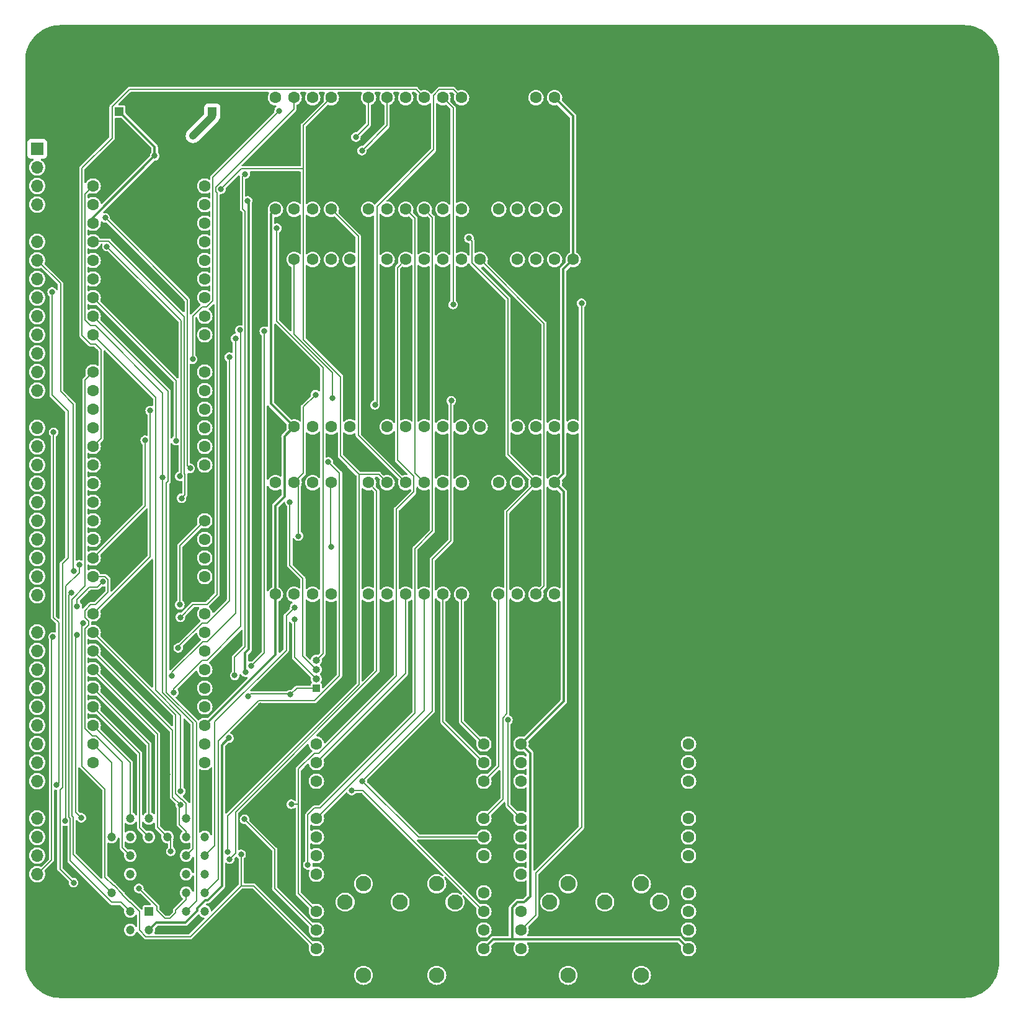
<source format=gbr>
%TF.GenerationSoftware,KiCad,Pcbnew,7.0.5*%
%TF.CreationDate,2024-01-10T19:50:00+02:00*%
%TF.ProjectId,LCD Board,4c434420-426f-4617-9264-2e6b69636164,rev?*%
%TF.SameCoordinates,Original*%
%TF.FileFunction,Copper,L2,Bot*%
%TF.FilePolarity,Positive*%
%FSLAX46Y46*%
G04 Gerber Fmt 4.6, Leading zero omitted, Abs format (unit mm)*
G04 Created by KiCad (PCBNEW 7.0.5) date 2024-01-10 19:50:00*
%MOMM*%
%LPD*%
G01*
G04 APERTURE LIST*
%TA.AperFunction,ComponentPad*%
%ADD10C,1.600000*%
%TD*%
%TA.AperFunction,ComponentPad*%
%ADD11R,1.200000X1.200000*%
%TD*%
%TA.AperFunction,ComponentPad*%
%ADD12C,1.200000*%
%TD*%
%TA.AperFunction,ComponentPad*%
%ADD13C,5.600000*%
%TD*%
%TA.AperFunction,WasherPad*%
%ADD14C,2.100000*%
%TD*%
%TA.AperFunction,ComponentPad*%
%ADD15R,1.000000X1.000000*%
%TD*%
%TA.AperFunction,ComponentPad*%
%ADD16O,1.000000X1.000000*%
%TD*%
%TA.AperFunction,ComponentPad*%
%ADD17R,1.700000X1.700000*%
%TD*%
%TA.AperFunction,ComponentPad*%
%ADD18O,1.700000X1.700000*%
%TD*%
%TA.AperFunction,ViaPad*%
%ADD19C,0.800000*%
%TD*%
%TA.AperFunction,Conductor*%
%ADD20C,0.380000*%
%TD*%
%TA.AperFunction,Conductor*%
%ADD21C,0.200000*%
%TD*%
%TA.AperFunction,Conductor*%
%ADD22C,1.000000*%
%TD*%
G04 APERTURE END LIST*
D10*
%TO.P,B2,1,5V*%
%TO.N,/5V*%
X121412000Y-93853000D03*
%TO.P,B2,2,~{Reset}*%
%TO.N,/~{Reset}*%
X118872000Y-93853000D03*
%TO.P,B2,3,N.C.*%
%TO.N,unconnected-(B2-N.C.-Pad3)*%
X116332000Y-93853000D03*
%TO.P,B2,4,CLK*%
%TO.N,/CLK*%
X113792000Y-93853000D03*
%TO.P,B2,5,GND*%
%TO.N,/GND*%
X111252000Y-93853000D03*
%TO.P,B2,6,N.C.*%
%TO.N,unconnected-(B2-N.C.-Pad6)*%
X108712000Y-93853000D03*
%TO.P,B2,7,CEP*%
%TO.N,unconnected-(B2-CEP-Pad7)*%
X106172000Y-93853000D03*
%TO.P,B2,8,~{Device_Registers}*%
%TO.N,/~{Device Registers}*%
X103632000Y-93853000D03*
%TO.P,B2,9,~{A3}*%
%TO.N,/~{A3}*%
X101092000Y-93853000D03*
%TO.P,B2,10,A3*%
%TO.N,/A3*%
X98552000Y-93853000D03*
%TO.P,B2,11,A2*%
%TO.N,/A2*%
X96012000Y-93853000D03*
%TO.P,B2,12,GND*%
%TO.N,/GND*%
X93472000Y-93853000D03*
%TO.P,B2,13,A1*%
%TO.N,/A1*%
X90932000Y-93853000D03*
%TO.P,B2,14,A0*%
%TO.N,/A0*%
X88392000Y-93853000D03*
%TO.P,B2,15,~{RD}*%
%TO.N,/~{RD}*%
X85852000Y-93853000D03*
%TO.P,B2,16,~{Y7}*%
%TO.N,unconnected-(B2-~{Y7}-Pad16)*%
X83312000Y-93853000D03*
%TO.P,B2,17,5V*%
%TO.N,/5V*%
X83312000Y-109093000D03*
%TO.P,B2,18,~{Y6}*%
%TO.N,unconnected-(B2-~{Y6}-Pad18)*%
X85852000Y-109093000D03*
%TO.P,B2,19,~{Y5}*%
%TO.N,unconnected-(B2-~{Y5}-Pad19)*%
X88392000Y-109093000D03*
%TO.P,B2,20,~{Y4}*%
%TO.N,unconnected-(B2-~{Y4}-Pad20)*%
X90932000Y-109093000D03*
%TO.P,B2,21,GND*%
%TO.N,/GND*%
X93472000Y-109093000D03*
%TO.P,B2,22,~{Y3}*%
%TO.N,/~{Y3}*%
X96012000Y-109093000D03*
%TO.P,B2,23,~{Y2}*%
%TO.N,/~{Y2}*%
X98552000Y-109093000D03*
%TO.P,B2,24,~{Y1}*%
%TO.N,/~{Y1}*%
X101092000Y-109093000D03*
%TO.P,B2,25,~{Y0}*%
%TO.N,/~{Y0}*%
X103632000Y-109093000D03*
%TO.P,B2,26,Serial_CP*%
%TO.N,/Serial CP*%
X106172000Y-109093000D03*
%TO.P,B2,27,~{Serial_CP}*%
%TO.N,/~{Serial CP}*%
X108712000Y-109093000D03*
%TO.P,B2,28,GND*%
%TO.N,/GND*%
X111252000Y-109093000D03*
%TO.P,B2,29,Serial_PL*%
%TO.N,/Serial PL*%
X113792000Y-109093000D03*
%TO.P,B2,30,~{Serial_Select}*%
%TO.N,unconnected-(B2-~{Serial_Select}-Pad30)*%
X116332000Y-109093000D03*
%TO.P,B2,31,~{LCD_Select}*%
%TO.N,/~{LCD Select}*%
X118872000Y-109093000D03*
%TO.P,B2,32,N.C.*%
%TO.N,unconnected-(B2-N.C.-Pad32)*%
X121412000Y-109093000D03*
%TD*%
D11*
%TO.P,IC1,1,N.C.*%
%TO.N,unconnected-(IC1-N.C.-Pad1)*%
X66040000Y-152400000D03*
D12*
%TO.P,IC1,2,A16*%
%TO.N,/GND*%
X68580000Y-154940000D03*
%TO.P,IC1,3,A15*%
X68580000Y-152400000D03*
%TO.P,IC1,4,A12*%
X71120000Y-154940000D03*
%TO.P,IC1,5,A7*%
%TO.N,/A7*%
X73660000Y-152400000D03*
%TO.P,IC1,6,A6*%
%TO.N,/A6*%
X71120000Y-152400000D03*
%TO.P,IC1,7,A5*%
%TO.N,/A5*%
X73660000Y-149860000D03*
%TO.P,IC1,8,A4*%
%TO.N,/A4*%
X71120000Y-149860000D03*
%TO.P,IC1,9,A3*%
%TO.N,/A3*%
X73660000Y-147320000D03*
%TO.P,IC1,10,A2*%
%TO.N,/A2*%
X71120000Y-147320000D03*
%TO.P,IC1,11,A1*%
%TO.N,/A1*%
X73660000Y-144780000D03*
%TO.P,IC1,12,A0*%
%TO.N,/A0*%
X71120000Y-144780000D03*
%TO.P,IC1,13,DQ0*%
%TO.N,/D0*%
X73660000Y-142240000D03*
%TO.P,IC1,14,DQ1*%
%TO.N,/D1*%
X71120000Y-139700000D03*
%TO.P,IC1,15,DQ2*%
%TO.N,/D2*%
X71120000Y-142240000D03*
%TO.P,IC1,16,GND*%
%TO.N,/GND*%
X68580000Y-139700000D03*
%TO.P,IC1,17,DQ3*%
%TO.N,/D3*%
X68580000Y-142240000D03*
%TO.P,IC1,18,DQ4*%
%TO.N,/D4*%
X66040000Y-139700000D03*
%TO.P,IC1,19,DQ5*%
%TO.N,/D5*%
X66040000Y-142240000D03*
%TO.P,IC1,20,DQ6*%
%TO.N,/D6*%
X63500000Y-139700000D03*
%TO.P,IC1,21,DQ7*%
%TO.N,/D7*%
X60960000Y-142240000D03*
%TO.P,IC1,22,~{CE}*%
%TO.N,/~{Device ROM}*%
X63500000Y-142240000D03*
%TO.P,IC1,23,A10*%
%TO.N,/GND*%
X60960000Y-144780000D03*
%TO.P,IC1,24,~{OE}*%
%TO.N,/~{RD}*%
X63500000Y-144780000D03*
%TO.P,IC1,25,A11*%
%TO.N,/GND*%
X60960000Y-147320000D03*
%TO.P,IC1,26,A9*%
%TO.N,/A9*%
X63500000Y-147320000D03*
%TO.P,IC1,27,A8*%
%TO.N,/A8*%
X60960000Y-149860000D03*
%TO.P,IC1,28,A13*%
%TO.N,/GND*%
X63500000Y-149860000D03*
%TO.P,IC1,29,A14*%
X60960000Y-152400000D03*
%TO.P,IC1,30,N.C.*%
%TO.N,unconnected-(IC1-N.C.-Pad30)*%
X63500000Y-154940000D03*
%TO.P,IC1,31,~{WE}*%
%TO.N,/~{WD}*%
X63500000Y-152400000D03*
%TO.P,IC1,32,3V*%
%TO.N,/3.3V*%
X66040000Y-154940000D03*
%TD*%
D10*
%TO.P,B16,1,A0*%
%TO.N,/A0*%
X58420000Y-53340000D03*
%TO.P,B16,2,A1*%
%TO.N,/A1*%
X58420000Y-55880000D03*
%TO.P,B16,3,5V*%
%TO.N,/5V*%
X58420000Y-58420000D03*
%TO.P,B16,4,A2*%
%TO.N,/A2*%
X58420000Y-60960000D03*
%TO.P,B16,5,A3*%
%TO.N,/A3*%
X58420000Y-63500000D03*
%TO.P,B16,6,A4*%
%TO.N,/A4*%
X58420000Y-66040000D03*
%TO.P,B16,7,A5*%
%TO.N,/A5*%
X58420000Y-68580000D03*
%TO.P,B16,8,A6*%
%TO.N,/A6*%
X58420000Y-71120000D03*
%TO.P,B16,9,A7*%
%TO.N,/A7*%
X58420000Y-73660000D03*
%TO.P,B16,10,GND*%
%TO.N,/GND*%
X58420000Y-76200000D03*
%TO.P,B16,11,A8*%
%TO.N,/A8*%
X58420000Y-78740000D03*
%TO.P,B16,12,A9*%
%TO.N,/A9*%
X58420000Y-81280000D03*
%TO.P,B16,13,A10*%
%TO.N,/A10*%
X58420000Y-83820000D03*
%TO.P,B16,14,A11*%
%TO.N,/A11*%
X58420000Y-86360000D03*
%TO.P,B16,15,A12*%
%TO.N,/A12*%
X58420000Y-88900000D03*
%TO.P,B16,16,A13*%
%TO.N,/A13*%
X58420000Y-91440000D03*
%TO.P,B16,17,A14*%
%TO.N,/A14*%
X58420000Y-93980000D03*
%TO.P,B16,18,A15*%
%TO.N,unconnected-(B16-A15-Pad18)*%
X58420000Y-96520000D03*
%TO.P,B16,19,A16*%
%TO.N,unconnected-(B16-A16-Pad19)*%
X58420000Y-99060000D03*
%TO.P,B16,20,S*%
%TO.N,/CLK*%
X58420000Y-101600000D03*
%TO.P,B16,21,~{WD}*%
%TO.N,/~{WD}*%
X58420000Y-104140000D03*
%TO.P,B16,22,~{RD}*%
%TO.N,/~{RD}*%
X58420000Y-106680000D03*
%TO.P,B16,23,GND*%
%TO.N,/GND*%
X58420000Y-109220000D03*
%TO.P,B16,24,D0*%
%TO.N,/D0*%
X58420000Y-111760000D03*
%TO.P,B16,25,D1*%
%TO.N,/D1*%
X58420000Y-114300000D03*
%TO.P,B16,26,D2*%
%TO.N,/D2*%
X58420000Y-116840000D03*
%TO.P,B16,27,D3*%
%TO.N,/D3*%
X58420000Y-119380000D03*
%TO.P,B16,28,D4*%
%TO.N,/D4*%
X58420000Y-121920000D03*
%TO.P,B16,29,D5*%
%TO.N,/D5*%
X58420000Y-124460000D03*
%TO.P,B16,30,D6*%
%TO.N,/D6*%
X58420000Y-127000000D03*
%TO.P,B16,31,D7*%
%TO.N,/D7*%
X58420000Y-129540000D03*
%TO.P,B16,32,Deivce_~{CS}*%
%TO.N,/~{Device Select}*%
X58420000Y-132080000D03*
%TO.P,B16,33,Deivce_~{CS}_{IN}*%
%TO.N,/~{Device Select} _{IN}*%
X73660000Y-132080000D03*
%TO.P,B16,34,D7_{IN/OUT}*%
%TO.N,/D7_{IN{slash}OUT}*%
X73660000Y-129540000D03*
%TO.P,B16,35,5V*%
%TO.N,/5V*%
X73660000Y-127000000D03*
%TO.P,B16,36,D6_{IN/OUT}*%
%TO.N,/D6_{IN{slash}OUT}*%
X73660000Y-124460000D03*
%TO.P,B16,37,D5_{IN/OUT}*%
%TO.N,/D5_{IN{slash}OUT}*%
X73660000Y-121920000D03*
%TO.P,B16,38,D4_{IN/OUT}*%
%TO.N,/D4_{IN{slash}OUT}*%
X73660000Y-119380000D03*
%TO.P,B16,39,D3_{IN/OUT}*%
%TO.N,/D3_{IN{slash}OUT}*%
X73660000Y-116840000D03*
%TO.P,B16,40,D2_{IN/OUT}*%
%TO.N,/D2_{IN{slash}OUT}*%
X73660000Y-114300000D03*
%TO.P,B16,41,D1_{IN/OUT}*%
%TO.N,/D1_{IN{slash}OUT}*%
X73660000Y-111760000D03*
%TO.P,B16,42,GND*%
%TO.N,/GND*%
X73660000Y-109220000D03*
%TO.P,B16,43,D0_{IN/OUT}*%
%TO.N,/D0_{IN{slash}OUT}*%
X73660000Y-106680000D03*
%TO.P,B16,44,~{RD}_{IN}*%
%TO.N,/~{RD}_{IN}*%
X73660000Y-104140000D03*
%TO.P,B16,45,~{WD}_{IN}*%
%TO.N,/~{WD}_{IN}*%
X73660000Y-101600000D03*
%TO.P,B16,46,S_{IN}*%
%TO.N,/CLK_{IN}*%
X73660000Y-99060000D03*
%TO.P,B16,47,A16_{IN}*%
%TO.N,/GND*%
X73660000Y-96520000D03*
%TO.P,B16,48,A15_{IN}*%
X73660000Y-93980000D03*
%TO.P,B16,49,A14_{IN}*%
%TO.N,/A14_{IN}*%
X73660000Y-91440000D03*
%TO.P,B16,50,A13_{IN}*%
%TO.N,/A13_{IN}*%
X73660000Y-88900000D03*
%TO.P,B16,51,A12_{IN}*%
%TO.N,/A12_{IN}*%
X73660000Y-86360000D03*
%TO.P,B16,52,A11_{IN}*%
%TO.N,/A11_{IN}*%
X73660000Y-83820000D03*
%TO.P,B16,53,A10_{IN}*%
%TO.N,/A10_{IN}*%
X73660000Y-81280000D03*
%TO.P,B16,54,A9_{IN}*%
%TO.N,/A9_{IN}*%
X73660000Y-78740000D03*
%TO.P,B16,55,GND*%
%TO.N,/GND*%
X73660000Y-76200000D03*
%TO.P,B16,56,A8_{IN}*%
%TO.N,/A8_{IN}*%
X73660000Y-73660000D03*
%TO.P,B16,57,A7_{IN}*%
%TO.N,/A7_{IN}*%
X73660000Y-71120000D03*
%TO.P,B16,58,A6_{IN}*%
%TO.N,/A6_{IN}*%
X73660000Y-68580000D03*
%TO.P,B16,59,A5_{IN}*%
%TO.N,/A5_{IN}*%
X73660000Y-66040000D03*
%TO.P,B16,60,A4_{IN}*%
%TO.N,/A4_{IN}*%
X73660000Y-63500000D03*
%TO.P,B16,61,A3_{IN}*%
%TO.N,/A3_{IN}*%
X73660000Y-60960000D03*
%TO.P,B16,62,A2_{IN}*%
%TO.N,/A2_{IN}*%
X73660000Y-58420000D03*
%TO.P,B16,63,A1_{IN}*%
%TO.N,/A1_{IN}*%
X73660000Y-55880000D03*
%TO.P,B16,64,A0_{IN}*%
%TO.N,/A0_{IN}*%
X73660000Y-53340000D03*
%TD*%
D13*
%TO.P,H4,1,GND*%
%TO.N,/GND*%
X175260000Y-38100000D03*
%TD*%
D11*
%TO.P,C4,1*%
%TO.N,/12V*%
X74708000Y-43180000D03*
D12*
%TO.P,C4,2*%
%TO.N,/GND*%
X76708000Y-43180000D03*
%TD*%
D10*
%TO.P,B1,1,5V*%
%TO.N,/5V*%
X123952000Y-63373000D03*
%TO.P,B1,2,N.C.*%
%TO.N,unconnected-(B1-N.C.-Pad2)*%
X121412000Y-63373000D03*
%TO.P,B1,3,~{RD}*%
%TO.N,/~{RD}*%
X118872000Y-63373000D03*
%TO.P,B1,4,~{WD}*%
%TO.N,/~{WD}*%
X116332000Y-63373000D03*
%TO.P,B1,5,GND*%
%TO.N,/GND*%
X113792000Y-63373000D03*
%TO.P,B1,6,Device_~{CS}*%
%TO.N,/~{LCD Select}*%
X111252000Y-63373000D03*
%TO.P,B1,7,N.C.*%
%TO.N,unconnected-(B1-N.C.-Pad7)*%
X108712000Y-63373000D03*
%TO.P,B1,8,D0*%
%TO.N,/D0*%
X106172000Y-63373000D03*
%TO.P,B1,9,D1*%
%TO.N,/D1*%
X103632000Y-63373000D03*
%TO.P,B1,10,D2*%
%TO.N,/D2*%
X101092000Y-63373000D03*
%TO.P,B1,11,D3*%
%TO.N,/D3*%
X98552000Y-63373000D03*
%TO.P,B1,12,GND*%
%TO.N,/GND*%
X96012000Y-63373000D03*
%TO.P,B1,13,D4*%
%TO.N,/D4*%
X93472000Y-63373000D03*
%TO.P,B1,14,D5*%
%TO.N,/D5*%
X90932000Y-63373000D03*
%TO.P,B1,15,D6*%
%TO.N,/D6*%
X88392000Y-63373000D03*
%TO.P,B1,16,D7*%
%TO.N,/D7*%
X85852000Y-63373000D03*
%TO.P,B1,17,5V*%
%TO.N,/5V*%
X85852000Y-86233000D03*
%TO.P,B1,18,N.C.*%
%TO.N,unconnected-(B1-N.C.-Pad18)*%
X88392000Y-86233000D03*
%TO.P,B1,19,N.C.*%
%TO.N,unconnected-(B1-N.C.-Pad19)*%
X90932000Y-86233000D03*
%TO.P,B1,20,N.C.*%
%TO.N,unconnected-(B1-N.C.-Pad20)*%
X93472000Y-86233000D03*
%TO.P,B1,21,GND*%
%TO.N,/GND*%
X96012000Y-86233000D03*
%TO.P,B1,22,N.C.*%
%TO.N,unconnected-(B1-N.C.-Pad22)*%
X98552000Y-86233000D03*
%TO.P,B1,23,N.C.*%
%TO.N,unconnected-(B1-N.C.-Pad23)*%
X101092000Y-86233000D03*
%TO.P,B1,24,N.C.*%
%TO.N,unconnected-(B1-N.C.-Pad24)*%
X103632000Y-86233000D03*
%TO.P,B1,25,A2*%
%TO.N,/A2*%
X106172000Y-86233000D03*
%TO.P,B1,26,A1*%
%TO.N,/A1*%
X108712000Y-86233000D03*
%TO.P,B1,27,A0*%
%TO.N,/A0*%
X111252000Y-86233000D03*
%TO.P,B1,28,GND*%
%TO.N,/GND*%
X113792000Y-86233000D03*
%TO.P,B1,29,N.C.*%
%TO.N,unconnected-(B1-N.C.-Pad29)*%
X116332000Y-86233000D03*
%TO.P,B1,30,N.C.*%
%TO.N,unconnected-(B1-N.C.-Pad30)*%
X118872000Y-86233000D03*
%TO.P,B1,31,N.C.*%
%TO.N,unconnected-(B1-N.C.-Pad31)*%
X121412000Y-86233000D03*
%TO.P,B1,32,N.C.*%
%TO.N,unconnected-(B1-N.C.-Pad32)*%
X123952000Y-86233000D03*
%TD*%
D13*
%TO.P,H1,1,GND*%
%TO.N,/GND*%
X55880000Y-38100000D03*
%TD*%
D14*
%TO.P,B4,*%
%TO.N,*%
X107830000Y-151130000D03*
X105330000Y-161130000D03*
X105330000Y-148630000D03*
X100330000Y-151130000D03*
X95330000Y-161130000D03*
X95330000Y-148630000D03*
X92830000Y-151130000D03*
D10*
%TO.P,B4,1,5V*%
%TO.N,/5V*%
X111760000Y-157480000D03*
%TO.P,B4,2,D4*%
%TO.N,/D3*%
X111760000Y-154940000D03*
%TO.P,B4,3,D3*%
%TO.N,/D4*%
X111760000Y-152400000D03*
%TO.P,B4,4,D2*%
%TO.N,/D5*%
X111760000Y-149860000D03*
%TO.P,B4,5,GND*%
%TO.N,/GND*%
X111760000Y-147320000D03*
%TO.P,B4,6,D1*%
%TO.N,/D6*%
X111760000Y-144780000D03*
%TO.P,B4,7,D0*%
%TO.N,/D7*%
X111760000Y-142240000D03*
%TO.P,B4,8,~{Reset}*%
%TO.N,/~{Reset}*%
X111760000Y-139700000D03*
%TO.P,B4,9,GND*%
%TO.N,/GND*%
X111760000Y-137160000D03*
%TO.P,B4,10,Serial_PL*%
%TO.N,/Serial PL*%
X111760000Y-134620000D03*
%TO.P,B4,11,Serial_CP*%
%TO.N,/Serial CP*%
X111760000Y-132080000D03*
%TO.P,B4,12,~{Serial_CP}*%
%TO.N,/~{Serial CP}*%
X111760000Y-129540000D03*
%TO.P,B4,13,5V*%
%TO.N,/5V*%
X88900000Y-129540000D03*
%TO.P,B4,14,~{Read_High}*%
%TO.N,/~{Y1}*%
X88900000Y-132080000D03*
%TO.P,B4,15,Serial_Data*%
%TO.N,unconnected-(B4-Serial_Data-Pad15)*%
X88900000Y-134620000D03*
%TO.P,B4,16,GND*%
%TO.N,/GND*%
X88900000Y-137160000D03*
%TO.P,B4,17,~{Read_Low}*%
%TO.N,/~{Y0}*%
X88900000Y-139700000D03*
%TO.P,B4,18,N.C.*%
%TO.N,unconnected-(B4-N.C.-Pad18)*%
X88900000Y-142240000D03*
%TO.P,B4,19,N.C.*%
%TO.N,unconnected-(B4-N.C.-Pad19)*%
X88900000Y-144780000D03*
%TO.P,B4,20,N.C.*%
%TO.N,unconnected-(B4-N.C.-Pad20)*%
X88900000Y-147320000D03*
%TO.P,B4,21,GND*%
%TO.N,/GND*%
X88900000Y-149860000D03*
%TO.P,B4,22,D5*%
%TO.N,/D2*%
X88900000Y-152400000D03*
%TO.P,B4,23,D6*%
%TO.N,/D1*%
X88900000Y-154940000D03*
%TO.P,B4,24,D7*%
%TO.N,/D0*%
X88900000Y-157480000D03*
%TD*%
D13*
%TO.P,H3,1,GND*%
%TO.N,/GND*%
X55880000Y-157480000D03*
%TD*%
D15*
%TO.P,J2,1,Pin_1*%
%TO.N,/~{Device Select}*%
X88900000Y-121920000D03*
D16*
%TO.P,J2,2,Pin_2*%
%TO.N,/H2_{OUT}*%
X88900000Y-120650000D03*
%TO.P,J2,3,Pin_3*%
%TO.N,/H1_{OUT}*%
X88900000Y-119380000D03*
%TO.P,J2,4,Pin_4*%
%TO.N,/H0_{OUT}*%
X88900000Y-118110000D03*
%TD*%
D13*
%TO.P,H2,1,GND*%
%TO.N,/GND*%
X175260000Y-157480000D03*
%TD*%
D11*
%TO.P,C3,1*%
%TO.N,/5V*%
X62008000Y-43180000D03*
D12*
%TO.P,C3,2*%
%TO.N,/GND*%
X60008000Y-43180000D03*
%TD*%
D14*
%TO.P,B5,*%
%TO.N,*%
X135770000Y-151130000D03*
X133270000Y-161130000D03*
X133270000Y-148630000D03*
X128270000Y-151130000D03*
X123270000Y-161130000D03*
X123270000Y-148630000D03*
X120770000Y-151130000D03*
D10*
%TO.P,B5,1,5V*%
%TO.N,/5V*%
X139700000Y-157480000D03*
%TO.P,B5,2,D4*%
%TO.N,/D3*%
X139700000Y-154940000D03*
%TO.P,B5,3,D3*%
%TO.N,/D4*%
X139700000Y-152400000D03*
%TO.P,B5,4,D2*%
%TO.N,/D5*%
X139700000Y-149860000D03*
%TO.P,B5,5,GND*%
%TO.N,/GND*%
X139700000Y-147320000D03*
%TO.P,B5,6,D1*%
%TO.N,/D6*%
X139700000Y-144780000D03*
%TO.P,B5,7,D0*%
%TO.N,/D7*%
X139700000Y-142240000D03*
%TO.P,B5,8,~{Reset}*%
%TO.N,/~{Reset}*%
X139700000Y-139700000D03*
%TO.P,B5,9,GND*%
%TO.N,/GND*%
X139700000Y-137160000D03*
%TO.P,B5,10,Serial_PL*%
%TO.N,/Serial PL*%
X139700000Y-134620000D03*
%TO.P,B5,11,Serial_CP*%
%TO.N,/Serial CP*%
X139700000Y-132080000D03*
%TO.P,B5,12,~{Serial_CP}*%
%TO.N,/~{Serial CP}*%
X139700000Y-129540000D03*
%TO.P,B5,13,5V*%
%TO.N,/5V*%
X116840000Y-129540000D03*
%TO.P,B5,14,~{Read_High}*%
%TO.N,/~{Y3}*%
X116840000Y-132080000D03*
%TO.P,B5,15,Serial_Data*%
%TO.N,unconnected-(B5-Serial_Data-Pad15)*%
X116840000Y-134620000D03*
%TO.P,B5,16,GND*%
%TO.N,/GND*%
X116840000Y-137160000D03*
%TO.P,B5,17,~{Read_Low}*%
%TO.N,/~{Y2}*%
X116840000Y-139700000D03*
%TO.P,B5,18,N.C.*%
%TO.N,unconnected-(B5-N.C.-Pad18)*%
X116840000Y-142240000D03*
%TO.P,B5,19,N.C.*%
%TO.N,unconnected-(B5-N.C.-Pad19)*%
X116840000Y-144780000D03*
%TO.P,B5,20,N.C.*%
%TO.N,unconnected-(B5-N.C.-Pad20)*%
X116840000Y-147320000D03*
%TO.P,B5,21,GND*%
%TO.N,/GND*%
X116840000Y-149860000D03*
%TO.P,B5,22,D5*%
%TO.N,/D2*%
X116840000Y-152400000D03*
%TO.P,B5,23,D6*%
%TO.N,/D1*%
X116840000Y-154940000D03*
%TO.P,B5,24,D7*%
%TO.N,/D0*%
X116840000Y-157480000D03*
%TD*%
%TO.P,B3,1,5V*%
%TO.N,/5V*%
X121412000Y-41275000D03*
%TO.P,B3,2,~{Device_Select}*%
%TO.N,/~{Device Select}*%
X118872000Y-41275000D03*
%TO.P,B3,3,A16*%
%TO.N,/GND*%
X116332000Y-41275000D03*
%TO.P,B3,4,A15*%
X113792000Y-41275000D03*
%TO.P,B3,5,GND*%
X111252000Y-41275000D03*
%TO.P,B3,6,A14*%
%TO.N,/A14*%
X108712000Y-41275000D03*
%TO.P,B3,7,A13*%
%TO.N,/A13*%
X106172000Y-41275000D03*
%TO.P,B3,8,A12*%
%TO.N,/A12*%
X103632000Y-41275000D03*
%TO.P,B3,9,A11*%
%TO.N,/A11*%
X101092000Y-41275000D03*
%TO.P,B3,10,A10*%
%TO.N,/A10*%
X98552000Y-41275000D03*
%TO.P,B3,11,A4*%
%TO.N,/A4*%
X96012000Y-41275000D03*
%TO.P,B3,12,GND*%
%TO.N,/GND*%
X93472000Y-41275000D03*
%TO.P,B3,13,A3*%
%TO.N,/A3*%
X90932000Y-41275000D03*
%TO.P,B3,14,N.C.*%
%TO.N,unconnected-(B3-N.C.-Pad14)*%
X88392000Y-41275000D03*
%TO.P,B3,15,~{Reset}_{IN}*%
%TO.N,/~{Reset} _{IN}*%
X85852000Y-41275000D03*
%TO.P,B3,16,N.C.*%
%TO.N,unconnected-(B3-N.C.-Pad16)*%
X83312000Y-41275000D03*
%TO.P,B3,17,5V*%
%TO.N,/5V*%
X83312000Y-56515000D03*
%TO.P,B3,18,Reset_{OUT}*%
%TO.N,unconnected-(B3-Reset_{OUT}-Pad18)*%
X85852000Y-56515000D03*
%TO.P,B3,19,~{Reset}_{OUT}*%
%TO.N,/~{Reset}*%
X88392000Y-56515000D03*
%TO.P,B3,20,~{A3}*%
%TO.N,/~{A3}*%
X90932000Y-56515000D03*
%TO.P,B3,21,GND*%
%TO.N,/GND*%
X93472000Y-56515000D03*
%TO.P,B3,22,~{A4}*%
%TO.N,unconnected-(B3-~{A4}-Pad22)*%
X96012000Y-56515000D03*
%TO.P,B3,23,~{Device_RAM}*%
%TO.N,unconnected-(B3-~{Device_RAM}-Pad23)*%
X98552000Y-56515000D03*
%TO.P,B3,24,~{Device_Registers}*%
%TO.N,/~{Device Registers}*%
X101092000Y-56515000D03*
%TO.P,B3,25,~{Device_ROM}*%
%TO.N,/~{Device ROM}*%
X103632000Y-56515000D03*
%TO.P,B3,26,N.C.*%
%TO.N,unconnected-(B3-N.C.-Pad26)*%
X106172000Y-56515000D03*
%TO.P,B3,27,N.C.*%
%TO.N,unconnected-(B3-N.C.-Pad27)*%
X108712000Y-56515000D03*
%TO.P,B3,28,GND*%
%TO.N,/GND*%
X111252000Y-56515000D03*
%TO.P,B3,29,N.C.*%
%TO.N,unconnected-(B3-N.C.-Pad29)*%
X113792000Y-56515000D03*
%TO.P,B3,30,N.C.*%
%TO.N,unconnected-(B3-N.C.-Pad30)*%
X116332000Y-56515000D03*
%TO.P,B3,31,N.C.*%
%TO.N,unconnected-(B3-N.C.-Pad31)*%
X118872000Y-56515000D03*
%TO.P,B3,32,N.C.*%
%TO.N,unconnected-(B3-N.C.-Pad32)*%
X121412000Y-56515000D03*
%TD*%
D17*
%TO.P,J1,1,Pin_1*%
%TO.N,/12V*%
X50800000Y-48260000D03*
D18*
%TO.P,J1,2,Pin_2*%
%TO.N,/~{Enable} _{OUT}*%
X50800000Y-50800000D03*
%TO.P,J1,3,Pin_3*%
%TO.N,/~{Interrupt} _{OUT}*%
X50800000Y-53340000D03*
%TO.P,J1,4,Pin_4*%
%TO.N,/H0_{OUT}*%
X50800000Y-55880000D03*
%TO.P,J1,5,Pin_5*%
%TO.N,/GND*%
X50800000Y-58420000D03*
%TO.P,J1,6,Pin_6*%
%TO.N,/H1_{OUT}*%
X50800000Y-60960000D03*
%TO.P,J1,7,Pin_7*%
%TO.N,/H2_{OUT}*%
X50800000Y-63500000D03*
%TO.P,J1,8,Pin_8*%
%TO.N,/A0_{IN}*%
X50800000Y-66040000D03*
%TO.P,J1,9,Pin_9*%
%TO.N,/A1_{IN}*%
X50800000Y-68580000D03*
%TO.P,J1,10,Pin_10*%
%TO.N,/A2_{IN}*%
X50800000Y-71120000D03*
%TO.P,J1,11,Pin_11*%
%TO.N,/A3_{IN}*%
X50800000Y-73660000D03*
%TO.P,J1,12,Pin_12*%
%TO.N,/A4_{IN}*%
X50800000Y-76200000D03*
%TO.P,J1,13,Pin_13*%
%TO.N,/A5_{IN}*%
X50800000Y-78740000D03*
%TO.P,J1,14,Pin_14*%
%TO.N,/A6_{IN}*%
X50800000Y-81280000D03*
%TO.P,J1,15,Pin_15*%
%TO.N,/GND*%
X50800000Y-83820000D03*
%TO.P,J1,16,Pin_16*%
%TO.N,/A7_{IN}*%
X50800000Y-86360000D03*
%TO.P,J1,17,Pin_17*%
%TO.N,/A8_{IN}*%
X50800000Y-88900000D03*
%TO.P,J1,18,Pin_18*%
%TO.N,/A9_{IN}*%
X50800000Y-91440000D03*
%TO.P,J1,19,Pin_19*%
%TO.N,/A10_{IN}*%
X50800000Y-93980000D03*
%TO.P,J1,20,Pin_20*%
%TO.N,/A11_{IN}*%
X50800000Y-96520000D03*
%TO.P,J1,21,Pin_21*%
%TO.N,/A12_{IN}*%
X50800000Y-99060000D03*
%TO.P,J1,22,Pin_22*%
%TO.N,/A13_{IN}*%
X50800000Y-101600000D03*
%TO.P,J1,23,Pin_23*%
%TO.N,/A14_{IN}*%
X50800000Y-104140000D03*
%TO.P,J1,24,Pin_24*%
%TO.N,unconnected-(J1-Pin_24-Pad24)*%
X50800000Y-106680000D03*
%TO.P,J1,25,Pin_25*%
%TO.N,unconnected-(J1-Pin_25-Pad25)*%
X50800000Y-109220000D03*
%TO.P,J1,26,Pin_26*%
%TO.N,/GND*%
X50800000Y-111760000D03*
%TO.P,J1,27,Pin_27*%
%TO.N,/D0_{IN{slash}OUT}*%
X50800000Y-114300000D03*
%TO.P,J1,28,Pin_28*%
%TO.N,/D1_{IN{slash}OUT}*%
X50800000Y-116840000D03*
%TO.P,J1,29,Pin_29*%
%TO.N,/D2_{IN{slash}OUT}*%
X50800000Y-119380000D03*
%TO.P,J1,30,Pin_30*%
%TO.N,/D3_{IN{slash}OUT}*%
X50800000Y-121920000D03*
%TO.P,J1,31,Pin_31*%
%TO.N,/D4_{IN{slash}OUT}*%
X50800000Y-124460000D03*
%TO.P,J1,32,Pin_32*%
%TO.N,/D5_{IN{slash}OUT}*%
X50800000Y-127000000D03*
%TO.P,J1,33,Pin_33*%
%TO.N,/D6_{IN{slash}OUT}*%
X50800000Y-129540000D03*
%TO.P,J1,34,Pin_34*%
%TO.N,/D7_{IN{slash}OUT}*%
X50800000Y-132080000D03*
%TO.P,J1,35,Pin_35*%
%TO.N,/~{WD}_{IN}*%
X50800000Y-134620000D03*
%TO.P,J1,36,Pin_36*%
%TO.N,/GND*%
X50800000Y-137160000D03*
%TO.P,J1,37,Pin_37*%
%TO.N,/~{RD}_{IN}*%
X50800000Y-139700000D03*
%TO.P,J1,38,Pin_38*%
%TO.N,/~{Reset} _{IN}*%
X50800000Y-142240000D03*
%TO.P,J1,39,Pin_39*%
%TO.N,/~{Device Select} _{IN}*%
X50800000Y-144780000D03*
%TO.P,J1,40,Pin_40*%
%TO.N,/CLK_{IN}*%
X50800000Y-147320000D03*
%TD*%
D19*
%TO.N,/5V*%
X66826500Y-49230300D03*
%TO.N,/GND*%
X82931000Y-131572000D03*
X68961000Y-77470000D03*
X76962000Y-153670000D03*
X113538000Y-70866000D03*
X78105000Y-131699000D03*
X128905000Y-126492000D03*
X80010000Y-129794000D03*
X56261000Y-78359000D03*
X85471000Y-136652000D03*
X90249100Y-124253900D03*
X79502000Y-151130000D03*
X98425000Y-83820000D03*
X85598000Y-132461000D03*
X81277577Y-124305000D03*
X116967000Y-67564000D03*
X93091000Y-95758000D03*
X66421000Y-74930000D03*
X68580000Y-133731000D03*
%TO.N,/D7*%
X91059000Y-82296000D03*
X95197600Y-134582000D03*
X107315000Y-82677000D03*
%TO.N,/D6*%
X78482598Y-73025000D03*
X69446300Y-122504400D03*
%TO.N,/D5*%
X69196300Y-120233600D03*
X77849200Y-74168000D03*
%TO.N,/D4*%
X93717400Y-135896000D03*
X81793200Y-73173100D03*
X79971800Y-118894000D03*
%TO.N,/D3*%
X70040400Y-116409600D03*
X77015400Y-76701600D03*
X69024800Y-144208600D03*
%TO.N,/D2*%
X70320000Y-137850500D03*
X85468900Y-137766200D03*
%TO.N,/D1*%
X79099900Y-139825800D03*
X125101300Y-69342000D03*
%TO.N,/D0*%
X57098300Y-113026000D03*
X66212700Y-84013900D03*
X78628200Y-144618700D03*
%TO.N,/3.3V*%
X76960700Y-128725000D03*
X79505000Y-55375800D03*
X79206400Y-119734400D03*
%TO.N,/A11*%
X72013743Y-76990000D03*
X83834100Y-43064700D03*
%TO.N,/A10*%
X95123000Y-48514000D03*
%TO.N,/A9*%
X53024300Y-86971200D03*
X53456500Y-135125900D03*
%TO.N,/A7*%
X70387900Y-135993400D03*
%TO.N,/A5*%
X69747700Y-88103800D03*
X90542200Y-91020300D03*
%TO.N,/A4*%
X55753000Y-148477100D03*
X52832000Y-67817992D03*
X64666700Y-149261500D03*
X94298616Y-46645614D03*
%TO.N,/A3*%
X75876800Y-53781500D03*
X76789700Y-144258400D03*
%TO.N,/A2*%
X77057800Y-145264900D03*
X70494200Y-95974300D03*
%TO.N,/A1*%
X71666000Y-91897700D03*
X85944300Y-110879700D03*
X60076300Y-57685100D03*
X90932000Y-102616000D03*
%TO.N,/A0*%
X67929000Y-93131700D03*
%TO.N,/~{WD}*%
X55456000Y-108851155D03*
X65534200Y-88057000D03*
%TO.N,/A14*%
X96901000Y-83250000D03*
%TO.N,/A13*%
X107569000Y-69531000D03*
%TO.N,/~{RD}*%
X86440400Y-101140900D03*
X88789683Y-81836317D03*
%TO.N,/D0_{IN{slash}OUT}*%
X59730700Y-107394800D03*
X56256000Y-110715471D03*
%TO.N,/~{Reset} _{IN}*%
X56219994Y-114681000D03*
X70338200Y-112229700D03*
X56806800Y-139607000D03*
%TO.N,/~{RD}_{IN}*%
X54592245Y-140072705D03*
X56515000Y-105078700D03*
%TO.N,/H2_{OUT}*%
X85911200Y-112509100D03*
X55763562Y-105937077D03*
%TO.N,/~{Device ROM}*%
X87739300Y-146050000D03*
%TO.N,/H1_{OUT}*%
X60315400Y-61616900D03*
X70258600Y-92977500D03*
X85290519Y-96548000D03*
%TO.N,/H0_{OUT}*%
X83490800Y-59106300D03*
%TO.N,/12V*%
X72065900Y-46482000D03*
%TO.N,/~{Device Select}*%
X79189400Y-51712200D03*
X77752800Y-120175500D03*
X85344000Y-122809004D03*
X79564782Y-123063000D03*
%TO.N,/~{Reset}*%
X109736400Y-60473000D03*
%TO.N,/CLK_{IN}*%
X70265700Y-110528700D03*
X52952200Y-114934404D03*
%TO.N,/~{Y2}*%
X115051600Y-126267400D03*
%TD*%
D20*
%TO.N,/5V*%
X62008000Y-43180000D02*
X66826500Y-47998500D01*
X66826500Y-49230300D02*
X58420000Y-57636800D01*
X118077800Y-130777800D02*
X116840000Y-129540000D01*
X121412000Y-41275000D02*
X123952000Y-43815000D01*
X115623300Y-156210000D02*
X115623300Y-151856100D01*
X117295000Y-151130000D02*
X118077800Y-150347200D01*
X123952000Y-63373000D02*
X122609700Y-64715300D01*
X111760000Y-157480000D02*
X113030000Y-156210000D01*
X121412000Y-93853000D02*
X122652400Y-95093400D01*
X82698900Y-83079900D02*
X85852000Y-86233000D01*
X122652400Y-95093400D02*
X122652400Y-123727600D01*
X138430000Y-156210000D02*
X139700000Y-157480000D01*
X122609700Y-64715300D02*
X122609700Y-92655300D01*
X85852000Y-86233000D02*
X84554000Y-87531000D01*
X115623300Y-151856100D02*
X116349400Y-151130000D01*
X83312000Y-56515000D02*
X82698900Y-57128100D01*
X116349400Y-151130000D02*
X117295000Y-151130000D01*
X122609700Y-92655300D02*
X121412000Y-93853000D01*
X118077800Y-150347200D02*
X118077800Y-130777800D01*
X123952000Y-43815000D02*
X123952000Y-63373000D01*
X122652400Y-123727600D02*
X116840000Y-129540000D01*
X83312000Y-117348000D02*
X73660000Y-127000000D01*
X115623300Y-156210000D02*
X138430000Y-156210000D01*
X113030000Y-156210000D02*
X115623300Y-156210000D01*
X82698900Y-57128100D02*
X82698900Y-83079900D01*
X83312000Y-97000290D02*
X83312000Y-109093000D01*
X83312000Y-109093000D02*
X83312000Y-117348000D01*
X66826500Y-47998500D02*
X66826500Y-49230300D01*
X58420000Y-57636800D02*
X58420000Y-58420000D01*
X84554000Y-95758290D02*
X83312000Y-97000290D01*
X84554000Y-87531000D02*
X84554000Y-95758290D01*
%TO.N,/GND*%
X112996500Y-146083500D02*
X111760000Y-147320000D01*
X111267085Y-133430000D02*
X110570000Y-134127085D01*
X73660000Y-93980000D02*
X72468100Y-92788100D01*
X93472000Y-95377000D02*
X93472000Y-93853000D01*
X93472000Y-41275000D02*
X93472000Y-56515000D01*
X112950000Y-132572915D02*
X112092915Y-133430000D01*
X96012000Y-86233000D02*
X98425000Y-83820000D01*
X80010000Y-125572577D02*
X81277577Y-124305000D01*
X69816700Y-151163300D02*
X69816700Y-140936700D01*
X90249100Y-124253900D02*
X82931000Y-131572000D01*
X140891900Y-146128100D02*
X139700000Y-147320000D01*
X175260000Y-157480000D02*
X163908100Y-146128100D01*
X110568100Y-140207000D02*
X110568100Y-138351900D01*
X72468100Y-77652872D02*
X73660000Y-76460972D01*
X88900000Y-149860000D02*
X86947400Y-147907400D01*
X163908100Y-146128100D02*
X140891900Y-146128100D01*
X95922200Y-63462800D02*
X95922200Y-86143200D01*
X68580000Y-139700000D02*
X68580000Y-133731000D01*
X96012000Y-63373000D02*
X96012000Y-59055000D01*
X52099600Y-135860400D02*
X50800000Y-137160000D01*
X111252000Y-56515000D02*
X113792000Y-59055000D01*
X78105000Y-131699000D02*
X80010000Y-129794000D01*
X86947400Y-139112600D02*
X88900000Y-137160000D01*
X113792000Y-59055000D02*
X113792000Y-63373000D01*
X112092915Y-133430000D02*
X111267085Y-133430000D01*
X113792000Y-86233000D02*
X113792000Y-71120000D01*
X93091000Y-95758000D02*
X93472000Y-95377000D01*
X93472000Y-109093000D02*
X93472000Y-96139000D01*
X111252000Y-109093000D02*
X112950000Y-110791000D01*
X50800000Y-58420000D02*
X55317400Y-62937400D01*
X110568100Y-138351900D02*
X111760000Y-137160000D01*
X111252000Y-93853000D02*
X113792000Y-91313000D01*
X86947400Y-147907400D02*
X86947400Y-139112600D01*
X69816700Y-140936700D02*
X68580000Y-139700000D01*
X50800000Y-111760000D02*
X52099600Y-113059600D01*
X113792000Y-63373000D02*
X116967000Y-66548000D01*
X96012000Y-59055000D02*
X93472000Y-56515000D01*
X113792000Y-71120000D02*
X113538000Y-70866000D01*
X112204500Y-140970000D02*
X111331100Y-140970000D01*
X110570000Y-135970000D02*
X111760000Y-137160000D01*
X110570000Y-134127085D02*
X110570000Y-135970000D01*
X60008000Y-43180000D02*
X52099600Y-51088400D01*
X139700000Y-137160000D02*
X140891900Y-138351900D01*
X68580000Y-152400000D02*
X69816700Y-151163300D01*
X80010000Y-129794000D02*
X80010000Y-125572577D01*
X111331100Y-140970000D02*
X110568100Y-140207000D01*
X74851900Y-108028100D02*
X74851900Y-97711900D01*
X56261000Y-78359000D02*
X58420000Y-76200000D01*
X111252000Y-109093000D02*
X111252000Y-93853000D01*
X66421000Y-74930000D02*
X68961000Y-77470000D01*
X93472000Y-109093000D02*
X93472000Y-121031000D01*
X74851900Y-97711900D02*
X73660000Y-96520000D01*
X93472000Y-121031000D02*
X90249100Y-124253900D01*
X55317400Y-62937400D02*
X55317400Y-73097400D01*
X73660000Y-109220000D02*
X74851900Y-108028100D01*
X76962000Y-153670000D02*
X79502000Y-151130000D01*
X52099600Y-57120400D02*
X50800000Y-58420000D01*
X140891900Y-138351900D02*
X140891900Y-146128100D01*
X112996500Y-146083500D02*
X112996500Y-141762000D01*
X73660000Y-93980000D02*
X73660000Y-96520000D01*
X85598000Y-132461000D02*
X85471000Y-132588000D01*
X60960000Y-147320000D02*
X60960000Y-144780000D01*
X112996500Y-141762000D02*
X112204500Y-140970000D01*
X112950000Y-110791000D02*
X112950000Y-132572915D01*
X113792000Y-91313000D02*
X113792000Y-86233000D01*
X129032000Y-126492000D02*
X128905000Y-126492000D01*
X85471000Y-132588000D02*
X85471000Y-136652000D01*
X52099600Y-113059600D02*
X52099600Y-135860400D01*
X55317400Y-73097400D02*
X58420000Y-76200000D01*
X93472000Y-96139000D02*
X93091000Y-95758000D01*
X112996500Y-146083500D02*
X116773000Y-149860000D01*
X139700000Y-137160000D02*
X129032000Y-126492000D01*
X72468100Y-92788100D02*
X72468100Y-77652872D01*
X52099600Y-51088400D02*
X52099600Y-57120400D01*
X111252000Y-41275000D02*
X111252000Y-56515000D01*
X116967000Y-66548000D02*
X116967000Y-67564000D01*
D21*
%TO.N,/D7*%
X104732000Y-125047600D02*
X104732000Y-104310000D01*
X104732000Y-104310000D02*
X107272000Y-101770000D01*
X60960000Y-142240000D02*
X60960000Y-132080000D01*
X85852000Y-63373000D02*
X85852000Y-73602314D01*
X95197600Y-134582000D02*
X104732000Y-125047600D01*
X107272000Y-82720000D02*
X107315000Y-82677000D01*
X85852000Y-73602314D02*
X91059000Y-78809314D01*
X107272000Y-101770000D02*
X107272000Y-82720000D01*
X102855600Y-142240000D02*
X95197600Y-134582000D01*
X91059000Y-78809314D02*
X91059000Y-82296000D01*
X60960000Y-132080000D02*
X58420000Y-129540000D01*
X111760000Y-142240000D02*
X102855600Y-142240000D01*
%TO.N,/D6*%
X73965200Y-118110000D02*
X78605000Y-113470200D01*
X78605000Y-73147402D02*
X78482598Y-73025000D01*
X78605000Y-113470200D02*
X78605000Y-73147402D01*
X58420000Y-127000000D02*
X63500000Y-132080000D01*
X69446300Y-122504400D02*
X69446300Y-122019100D01*
X69446300Y-122019100D02*
X73355400Y-118110000D01*
X73355400Y-118110000D02*
X73965200Y-118110000D01*
X63500000Y-132080000D02*
X63500000Y-139700000D01*
%TO.N,/D5*%
X73371300Y-115570000D02*
X73958100Y-115570000D01*
X77849200Y-111678900D02*
X77849200Y-74168000D01*
X69196300Y-120233600D02*
X69196300Y-119745000D01*
X73958100Y-115570000D02*
X77849200Y-111678900D01*
X64770000Y-130810000D02*
X64770000Y-140970000D01*
X64770000Y-140970000D02*
X66040000Y-142240000D01*
X58420000Y-124460000D02*
X64770000Y-130810000D01*
X69196300Y-119745000D02*
X73371300Y-115570000D01*
%TO.N,/D4*%
X93717400Y-135896000D02*
X95256000Y-135896000D01*
X79971800Y-118894000D02*
X81793200Y-117072600D01*
X58420000Y-121920000D02*
X66040000Y-129540000D01*
X81793200Y-117072600D02*
X81793200Y-73173100D01*
X95256000Y-135896000D02*
X111760000Y-152400000D01*
X66040000Y-129540000D02*
X66040000Y-139700000D01*
%TO.N,/D3*%
X73956600Y-113030000D02*
X73283000Y-113030000D01*
X73283000Y-113030000D02*
X70040400Y-116272600D01*
X69024800Y-142684800D02*
X69024800Y-144208600D01*
X77015400Y-109971200D02*
X73956600Y-113030000D01*
X58420000Y-119380000D02*
X67198400Y-128158400D01*
X67198400Y-140858400D02*
X68580000Y-142240000D01*
X68580000Y-142240000D02*
X69024800Y-142684800D01*
X70040400Y-116272600D02*
X70040400Y-116409600D01*
X77015400Y-76701600D02*
X77015400Y-109971200D01*
X67198400Y-128158400D02*
X67198400Y-140858400D01*
%TO.N,/D2*%
X101092000Y-63373000D02*
X99980700Y-64484300D01*
X70209900Y-137960600D02*
X70209900Y-140550100D01*
X86451700Y-137766200D02*
X86451700Y-149951700D01*
X89229400Y-130810000D02*
X88603900Y-130810000D01*
X86451700Y-149951700D02*
X88900000Y-152400000D01*
X102200200Y-95115200D02*
X99822000Y-97493400D01*
X70320000Y-137850500D02*
X70209900Y-137960600D01*
X85468900Y-137766200D02*
X86451700Y-137766200D01*
X70209900Y-140550100D02*
X71120000Y-141460200D01*
X88603900Y-130810000D02*
X86451700Y-132962200D01*
X99822000Y-97493400D02*
X99822000Y-120217400D01*
X69284000Y-136814500D02*
X70320000Y-137850500D01*
X99980700Y-90776400D02*
X102200200Y-92995900D01*
X71120000Y-141460200D02*
X71120000Y-142240000D01*
X102200200Y-92995900D02*
X102200200Y-95115200D01*
X99980700Y-64484300D02*
X99980700Y-90776400D01*
X86451700Y-132962200D02*
X86451700Y-137766200D01*
X69284000Y-127704000D02*
X69284000Y-136814500D01*
X99822000Y-120217400D02*
X89229400Y-130810000D01*
X58420000Y-116840000D02*
X69284000Y-127704000D01*
%TO.N,/D1*%
X116840000Y-154940000D02*
X118873400Y-152906600D01*
X71120000Y-137647800D02*
X71120000Y-139700000D01*
X69686000Y-136340700D02*
X70409500Y-137064200D01*
X58420000Y-114300000D02*
X69686000Y-125566000D01*
X118873400Y-152906600D02*
X118873400Y-147152400D01*
X70409500Y-137064200D02*
X70536400Y-137064200D01*
X83192400Y-149232400D02*
X83192400Y-143918300D01*
X118873400Y-147152400D02*
X125101300Y-140924500D01*
X70536400Y-137064200D02*
X71120000Y-137647800D01*
X88900000Y-154940000D02*
X83192400Y-149232400D01*
X69686000Y-125566000D02*
X69686000Y-136340700D01*
X125101300Y-140924500D02*
X125101300Y-69342000D01*
X83192400Y-143918300D02*
X79099900Y-139825800D01*
%TO.N,/D0*%
X63415100Y-151130000D02*
X63506300Y-151130000D01*
X80335700Y-148915700D02*
X88900000Y-157480000D01*
X56920000Y-113204300D02*
X56920000Y-132597000D01*
X66237200Y-103942800D02*
X66237200Y-84038400D01*
X66237200Y-84038400D02*
X66212700Y-84013900D01*
X62426700Y-150011900D02*
X62426700Y-150141600D01*
X62426700Y-150141600D02*
X63415100Y-151130000D01*
X78628200Y-148915700D02*
X80335700Y-148915700D01*
X65641600Y-155854000D02*
X71689900Y-155854000D01*
X78628200Y-148915700D02*
X78628200Y-144618700D01*
X64770100Y-154982500D02*
X65641600Y-155854000D01*
X58420000Y-111760000D02*
X66237200Y-103942800D01*
X56920000Y-132597000D02*
X60036600Y-135713600D01*
X60036600Y-135713600D02*
X60036600Y-147711700D01*
X60036600Y-147711700D02*
X61207300Y-148882400D01*
X61207300Y-148882400D02*
X61297200Y-148882400D01*
X57098300Y-113026000D02*
X56920000Y-113204300D01*
X64770100Y-152393800D02*
X64770100Y-154982500D01*
X71689900Y-155854000D02*
X78628200Y-148915700D01*
X63506300Y-151130000D02*
X64770100Y-152393800D01*
X61297200Y-148882400D02*
X62426700Y-150011900D01*
D20*
%TO.N,/3.3V*%
X79677600Y-55548400D02*
X79505000Y-55375800D01*
X72635700Y-152306100D02*
X71000700Y-153941100D01*
X74082200Y-150861700D02*
X73741300Y-150861700D01*
X71000700Y-153941100D02*
X67038900Y-153941100D01*
X75997800Y-148946100D02*
X74082200Y-150861700D01*
X73741300Y-150861700D02*
X72635700Y-151967300D01*
X79206400Y-119734400D02*
X79179900Y-119707900D01*
X79677600Y-116626700D02*
X79677600Y-55548400D01*
X72635700Y-151967300D02*
X72635700Y-152306100D01*
X76960700Y-128725000D02*
X75997800Y-129687900D01*
X75997800Y-129687900D02*
X75997800Y-148946100D01*
X79179900Y-117124400D02*
X79677600Y-116626700D01*
X67038900Y-153941100D02*
X66040000Y-154940000D01*
X79179900Y-119707900D02*
X79179900Y-117124400D01*
D21*
%TO.N,/A11*%
X83834100Y-43064700D02*
X74761900Y-52136900D01*
X73948900Y-69850000D02*
X73317700Y-69850000D01*
X74761900Y-69037000D02*
X73948900Y-69850000D01*
X72013743Y-71153957D02*
X72013743Y-76990000D01*
X73317700Y-69850000D02*
X72013743Y-71153957D01*
X74761900Y-52136900D02*
X74761900Y-69037000D01*
%TO.N,/A10*%
X98552000Y-41275000D02*
X98552000Y-45085000D01*
X98552000Y-45085000D02*
X95123000Y-48514000D01*
%TO.N,/A9*%
X53024300Y-112263986D02*
X53724900Y-112964586D01*
X53024300Y-86971200D02*
X53024300Y-112263986D01*
X53724900Y-112964586D02*
X53724900Y-134857500D01*
X53724900Y-134857500D02*
X53456500Y-135125900D01*
%TO.N,/A8*%
X58420000Y-78740000D02*
X57313100Y-79846900D01*
X55520000Y-139349490D02*
X55692245Y-139521735D01*
X55692245Y-139521735D02*
X55692245Y-144592245D01*
X57313100Y-79846900D02*
X57313100Y-107984005D01*
X55520000Y-109777105D02*
X55520000Y-139349490D01*
X57313100Y-107984005D02*
X55520000Y-109777105D01*
X55692245Y-144592245D02*
X60960000Y-149860000D01*
%TO.N,/A7*%
X66954800Y-122200800D02*
X70387900Y-125633900D01*
X58420000Y-73660000D02*
X66954800Y-82194800D01*
X66954800Y-82194800D02*
X66954800Y-122200800D01*
X70387900Y-125633900D02*
X70387900Y-135993400D01*
%TO.N,/A6*%
X68646100Y-93680300D02*
X68445700Y-93880700D01*
X68646100Y-81346100D02*
X68646100Y-93680300D01*
X68445700Y-122496600D02*
X72531700Y-126582600D01*
X72531700Y-150988300D02*
X71120000Y-152400000D01*
X58420000Y-71120000D02*
X68646100Y-81346100D01*
X72531700Y-126582600D02*
X72531700Y-150988300D01*
X68445700Y-93880700D02*
X68445700Y-122496600D01*
%TO.N,/A5*%
X92065700Y-120196900D02*
X88657600Y-123605000D01*
X92065700Y-92543800D02*
X92065700Y-120196900D01*
X75505900Y-129086727D02*
X75505900Y-148014100D01*
X88657600Y-123605000D02*
X80987627Y-123605000D01*
X90542200Y-91020300D02*
X92065700Y-92543800D01*
X75505900Y-148014100D02*
X73660000Y-149860000D01*
X80987627Y-123605000D02*
X75505900Y-129086727D01*
X69747700Y-79907700D02*
X69747700Y-88103800D01*
X58420000Y-68580000D02*
X69747700Y-79907700D01*
%TO.N,/A4*%
X54229000Y-135509000D02*
X53892245Y-135845755D01*
X68239100Y-153374800D02*
X67095900Y-152231600D01*
X96012000Y-41275000D02*
X96012000Y-44932230D01*
X54229000Y-104902000D02*
X54229000Y-135509000D01*
X68943600Y-153374800D02*
X68239100Y-153374800D01*
X67095900Y-152231600D02*
X67095900Y-151690700D01*
X69708300Y-152610100D02*
X68943600Y-153374800D01*
X53892245Y-135845755D02*
X53892245Y-146616345D01*
X67095900Y-151690700D02*
X64666700Y-149261500D01*
X71120000Y-149860000D02*
X71120000Y-150784400D01*
X69708300Y-152196100D02*
X69708300Y-152610100D01*
X54991000Y-84074000D02*
X54991000Y-104140000D01*
X96012000Y-44932230D02*
X94298616Y-46645614D01*
X52832000Y-67817992D02*
X52832000Y-81915000D01*
X54991000Y-104140000D02*
X54229000Y-104902000D01*
X52832000Y-81915000D02*
X54991000Y-84074000D01*
X53892245Y-146616345D02*
X55753000Y-148477100D01*
X71120000Y-150784400D02*
X69708300Y-152196100D01*
%TO.N,/A3*%
X87122000Y-50995900D02*
X87122000Y-74306628D01*
X94742000Y-92734200D02*
X97433200Y-92734200D01*
X87122000Y-45085000D02*
X87122000Y-50995900D01*
X94742000Y-92734200D02*
X94742000Y-121412000D01*
X92202000Y-90194200D02*
X94742000Y-92734200D01*
X78662400Y-50995900D02*
X75876800Y-53781500D01*
X97433200Y-92734200D02*
X98552000Y-93853000D01*
X87122000Y-74306628D02*
X92202000Y-79386628D01*
X92202000Y-79386628D02*
X92202000Y-90194200D01*
X76789700Y-139364300D02*
X76789700Y-144258400D01*
X94742000Y-121412000D02*
X76789700Y-139364300D01*
X87122000Y-50995900D02*
X78662400Y-50995900D01*
X90932000Y-41275000D02*
X87122000Y-45085000D01*
%TO.N,/A2*%
X70960500Y-92686800D02*
X70877600Y-92603900D01*
X70960500Y-95508000D02*
X70960500Y-92686800D01*
X70877600Y-71186500D02*
X60570100Y-60879000D01*
X96012000Y-93853000D02*
X97144600Y-94985600D01*
X77851200Y-144471500D02*
X77057800Y-145264900D01*
X70494200Y-95974300D02*
X70960500Y-95508000D01*
X60570100Y-60879000D02*
X58501000Y-60879000D01*
X97144600Y-119575086D02*
X77851200Y-138868486D01*
X97144600Y-94985600D02*
X97144600Y-119575086D01*
X70877600Y-92603900D02*
X70877600Y-71186500D01*
X77851200Y-138868486D02*
X77851200Y-144471500D01*
%TO.N,/A1*%
X84798300Y-112025700D02*
X84798300Y-116715100D01*
X84798300Y-116715100D02*
X75050300Y-126463100D01*
X75050300Y-143389700D02*
X73660000Y-144780000D01*
X90816200Y-102500200D02*
X90932000Y-102616000D01*
X75050300Y-126463100D02*
X75050300Y-143389700D01*
X90816200Y-93968800D02*
X90816200Y-102500200D01*
X71279500Y-91511200D02*
X71279500Y-68888300D01*
X71666000Y-91897700D02*
X71279500Y-91511200D01*
X71279500Y-68888300D02*
X60076300Y-57685100D01*
X85944300Y-110879700D02*
X84798300Y-112025700D01*
%TO.N,/A0*%
X67929000Y-93131700D02*
X67929000Y-122548300D01*
X57306300Y-71632200D02*
X58064100Y-72390000D01*
X72044300Y-143855700D02*
X71120000Y-144780000D01*
X67929000Y-81603500D02*
X67929000Y-93131700D01*
X67929000Y-122548300D02*
X72044300Y-126663600D01*
X57306300Y-54453700D02*
X57306300Y-71632200D01*
X58064100Y-72390000D02*
X58715500Y-72390000D01*
X72044300Y-126663600D02*
X72044300Y-143855700D01*
X58715500Y-72390000D02*
X67929000Y-81603500D01*
X58420000Y-53340000D02*
X57306300Y-54453700D01*
%TO.N,/~{WD}*%
X58420000Y-104140000D02*
X65534200Y-97025800D01*
X63500000Y-152400000D02*
X62262300Y-151162300D01*
X55292245Y-145493245D02*
X55292245Y-139687421D01*
X55120000Y-139515176D02*
X55120000Y-109187155D01*
X62262300Y-151162300D02*
X60961300Y-151162300D01*
X55120000Y-109187155D02*
X55456000Y-108851155D01*
X55292245Y-139687421D02*
X55120000Y-139515176D01*
X65534200Y-97025800D02*
X65534200Y-88057000D01*
X60961300Y-151162300D02*
X55292245Y-145493245D01*
%TO.N,/A14*%
X97155000Y-56134000D02*
X97155000Y-82996000D01*
X107606000Y-40169000D02*
X105701300Y-40169000D01*
X108712000Y-41275000D02*
X107606000Y-40169000D01*
X97155000Y-82996000D02*
X96901000Y-83250000D01*
X104902000Y-40968300D02*
X104902000Y-48387000D01*
X104902000Y-48387000D02*
X97155000Y-56134000D01*
X105701300Y-40169000D02*
X104902000Y-40968300D01*
%TO.N,/A13*%
X106172000Y-41275000D02*
X107569000Y-42672000D01*
X107569000Y-42672000D02*
X107569000Y-69531000D01*
%TO.N,/A12*%
X59524200Y-87795800D02*
X58420000Y-88900000D01*
X58729900Y-74930000D02*
X59524200Y-75724300D01*
X102506100Y-40149100D02*
X63379100Y-40149100D01*
X61008000Y-46801000D02*
X56891100Y-50917900D01*
X63379100Y-40149100D02*
X61008000Y-42520200D01*
X59524200Y-75724300D02*
X59524200Y-87795800D01*
X56891100Y-50917900D02*
X56891100Y-73706100D01*
X56891100Y-73706100D02*
X58115000Y-74930000D01*
X61008000Y-42520200D02*
X61008000Y-46801000D01*
X58115000Y-74930000D02*
X58729900Y-74930000D01*
X103632000Y-41275000D02*
X102506100Y-40149100D01*
%TO.N,/~{RD}*%
X58876500Y-128438100D02*
X58299600Y-128438100D01*
X57307500Y-111296200D02*
X58113700Y-110490000D01*
X58299600Y-128438100D02*
X57320000Y-127458500D01*
X85852000Y-93853000D02*
X86440400Y-94441400D01*
X60450700Y-108788700D02*
X60450700Y-107083100D01*
X60047600Y-106680000D02*
X58420000Y-106680000D01*
X87122000Y-83504000D02*
X88789683Y-81836317D01*
X57320000Y-127458500D02*
X57320000Y-113796900D01*
X57800200Y-113316700D02*
X57800200Y-112735300D01*
X57307500Y-112242600D02*
X57307500Y-111296200D01*
X86440400Y-94441400D02*
X86440400Y-101140900D01*
X87122000Y-92583000D02*
X87122000Y-83504000D01*
X58113700Y-110490000D02*
X58749400Y-110490000D01*
X60450700Y-107083100D02*
X60047600Y-106680000D01*
X85852000Y-93853000D02*
X87122000Y-92583000D01*
X63500000Y-144780000D02*
X62394000Y-143674000D01*
X62394000Y-131955600D02*
X58876500Y-128438100D01*
X58749400Y-110490000D02*
X60450700Y-108788700D01*
X57320000Y-113796900D02*
X57800200Y-113316700D01*
X62394000Y-143674000D02*
X62394000Y-131955600D01*
X57800200Y-112735300D02*
X57307500Y-112242600D01*
%TO.N,/D0_{IN{slash}OUT}*%
X59007400Y-108118100D02*
X57938700Y-108118100D01*
X59730700Y-107394800D02*
X59007400Y-108118100D01*
X56256000Y-109800800D02*
X56256000Y-110715471D01*
X57938700Y-108118100D02*
X56256000Y-109800800D01*
%TO.N,/~{Reset} _{IN}*%
X85852000Y-42813800D02*
X75174900Y-53490900D01*
X75343800Y-109111100D02*
X73964900Y-110490000D01*
X72077900Y-110490000D02*
X70338200Y-112229700D01*
X73964900Y-110490000D02*
X72077900Y-110490000D01*
X75343800Y-54241000D02*
X75343800Y-109111100D01*
X56036700Y-138836900D02*
X56036700Y-114864294D01*
X75174900Y-53490900D02*
X75174900Y-54072100D01*
X56806800Y-139607000D02*
X56036700Y-138836900D01*
X56036700Y-114864294D02*
X56219994Y-114681000D01*
X75174900Y-54072100D02*
X75343800Y-54241000D01*
X85852000Y-41275000D02*
X85852000Y-42813800D01*
%TO.N,/~{RD}_{IN}*%
X54719990Y-107970599D02*
X54719990Y-139944960D01*
X54719990Y-139944960D02*
X54592245Y-140072705D01*
X56515000Y-106175589D02*
X54719990Y-107970599D01*
X56515000Y-105078700D02*
X56515000Y-106175589D01*
%TO.N,/H2_{OUT}*%
X53975000Y-66675000D02*
X53975000Y-81407000D01*
X55688000Y-105861515D02*
X55763562Y-105937077D01*
X55688000Y-83120000D02*
X55688000Y-105861515D01*
X85911200Y-112509100D02*
X85911200Y-117661200D01*
X85911200Y-117661200D02*
X88900000Y-120650000D01*
X53975000Y-81407000D02*
X55688000Y-83120000D01*
X50800000Y-63500000D02*
X53975000Y-66675000D01*
%TO.N,/~{Device ROM}*%
X87739300Y-139231800D02*
X87739300Y-146050000D01*
X104743200Y-100452300D02*
X102362000Y-102833500D01*
X103632000Y-56515000D02*
X104743200Y-57626200D01*
X89387800Y-138288300D02*
X88682800Y-138288300D01*
X104743200Y-57626200D02*
X104743200Y-100452300D01*
X88682800Y-138288300D02*
X87739300Y-139231800D01*
X102362000Y-102833500D02*
X102362000Y-125314100D01*
X102362000Y-125314100D02*
X89387800Y-138288300D01*
%TO.N,/H1_{OUT}*%
X85290519Y-105162119D02*
X85290519Y-96548000D01*
X70449700Y-92786400D02*
X70258600Y-92977500D01*
X87064000Y-106935600D02*
X85290519Y-105162119D01*
X88900000Y-119380000D02*
X87064000Y-117544000D01*
X60315400Y-61616900D02*
X70449700Y-71751200D01*
X70449700Y-71751200D02*
X70449700Y-92786400D01*
X87064000Y-117544000D02*
X87064000Y-106935600D01*
%TO.N,/H0_{OUT}*%
X89792000Y-78108000D02*
X89792000Y-117218000D01*
X83490800Y-59106300D02*
X83490800Y-71806800D01*
X83490800Y-71806800D02*
X89792000Y-78108000D01*
X89792000Y-117218000D02*
X88900000Y-118110000D01*
%TO.N,/~{Device Registers}*%
X101092000Y-56515000D02*
X102362000Y-57785000D01*
X102362000Y-92583000D02*
X103632000Y-93853000D01*
X102362000Y-57785000D02*
X102362000Y-92583000D01*
D22*
%TO.N,/12V*%
X74708000Y-43839900D02*
X72065900Y-46482000D01*
X74708000Y-43180000D02*
X74708000Y-43839900D01*
D21*
%TO.N,/~{LCD Select}*%
X119976600Y-107988400D02*
X118872000Y-109093000D01*
X111252000Y-63373000D02*
X119976600Y-72097600D01*
X119976600Y-72097600D02*
X119976600Y-107988400D01*
%TO.N,/~{Device Select}*%
X86233004Y-121920000D02*
X85344000Y-122809004D01*
X79182600Y-116225800D02*
X79182600Y-56830600D01*
X77752800Y-117655600D02*
X79182600Y-116225800D01*
X79945784Y-122681998D02*
X79564782Y-123063000D01*
X78800100Y-52101500D02*
X79189400Y-51712200D01*
X85344000Y-122809004D02*
X85216994Y-122681998D01*
X88900000Y-121920000D02*
X86233004Y-121920000D01*
X79182600Y-56830600D02*
X78800100Y-56448100D01*
X78800100Y-56448100D02*
X78800100Y-52101500D01*
X85216994Y-122681998D02*
X79945784Y-122681998D01*
X77752800Y-120175500D02*
X77752800Y-117655600D01*
%TO.N,/~{Reset}*%
X118872000Y-93853000D02*
X114900200Y-97824800D01*
X115062000Y-68741400D02*
X110150100Y-63829500D01*
X114349700Y-137110300D02*
X111760000Y-139700000D01*
X114900200Y-97824800D02*
X114900200Y-125426300D01*
X114349700Y-125976800D02*
X114349700Y-137110300D01*
X114900200Y-125426300D02*
X114349700Y-125976800D01*
X115062000Y-90043000D02*
X115062000Y-68741400D01*
X110150100Y-63829500D02*
X110150100Y-60886700D01*
X118872000Y-93853000D02*
X115062000Y-90043000D01*
X110150100Y-60886700D02*
X109736400Y-60473000D01*
%TO.N,/~{A3}*%
X94615000Y-87376000D02*
X101092000Y-93853000D01*
X90932000Y-56515000D02*
X94615000Y-60198000D01*
X94615000Y-60198000D02*
X94615000Y-87376000D01*
%TO.N,/~{Y1}*%
X101092000Y-119888000D02*
X88900000Y-132080000D01*
X101092000Y-109093000D02*
X101092000Y-119888000D01*
%TO.N,/~{Y0}*%
X103632000Y-124968000D02*
X88900000Y-139700000D01*
X103632000Y-109093000D02*
X103632000Y-124968000D01*
%TO.N,/Serial CP*%
X106172000Y-126492000D02*
X106172000Y-109093000D01*
X111760000Y-132080000D02*
X106172000Y-126492000D01*
%TO.N,/~{Serial CP}*%
X108712000Y-126492000D02*
X111760000Y-129540000D01*
X108712000Y-109093000D02*
X108712000Y-126492000D01*
%TO.N,/Serial PL*%
X113792000Y-109093000D02*
X113792000Y-132588000D01*
X113792000Y-132588000D02*
X111760000Y-134620000D01*
%TO.N,/CLK_{IN}*%
X52756500Y-115130104D02*
X52952200Y-114934404D01*
X50800000Y-147320000D02*
X52756500Y-145363500D01*
X70265700Y-102454300D02*
X70265700Y-110528700D01*
X73660000Y-99060000D02*
X70265700Y-102454300D01*
X52756500Y-145363500D02*
X52756500Y-115130104D01*
%TO.N,/~{Y2}*%
X115051600Y-126267400D02*
X115051600Y-137911600D01*
X115051600Y-137911600D02*
X116840000Y-139700000D01*
%TD*%
%TA.AperFunction,Conductor*%
%TO.N,/GND*%
G36*
X72872867Y-152794406D02*
G01*
X72928800Y-152836278D01*
X72936915Y-152848579D01*
X72966978Y-152900650D01*
X72968141Y-152902665D01*
X73087764Y-153035521D01*
X73087767Y-153035523D01*
X73087770Y-153035526D01*
X73232407Y-153140612D01*
X73395733Y-153213329D01*
X73534518Y-153242828D01*
X73595998Y-153276020D01*
X73629775Y-153337183D01*
X73625123Y-153406898D01*
X73596417Y-153451799D01*
X71581037Y-155467181D01*
X71519714Y-155500666D01*
X71493356Y-155503500D01*
X66911510Y-155503500D01*
X66844471Y-155483815D01*
X66798716Y-155431011D01*
X66788772Y-155361853D01*
X66804122Y-155317501D01*
X66821250Y-155287835D01*
X66876497Y-155117803D01*
X66895185Y-154940000D01*
X66879280Y-154788679D01*
X66891849Y-154719952D01*
X66914914Y-154688045D01*
X67185043Y-154417916D01*
X67246365Y-154384434D01*
X67272723Y-154381600D01*
X70972472Y-154381600D01*
X70979412Y-154381989D01*
X71009351Y-154385363D01*
X71017356Y-154386265D01*
X71017356Y-154386264D01*
X71017357Y-154386265D01*
X71073404Y-154375659D01*
X71075671Y-154375275D01*
X71132006Y-154366785D01*
X71139977Y-154364326D01*
X71147827Y-154361579D01*
X71147827Y-154361578D01*
X71147831Y-154361578D01*
X71198229Y-154334940D01*
X71200275Y-154333908D01*
X71251646Y-154309170D01*
X71251648Y-154309167D01*
X71258504Y-154304493D01*
X71265232Y-154299529D01*
X71305537Y-154259222D01*
X71307160Y-154257658D01*
X71348987Y-154218850D01*
X71348989Y-154218846D01*
X71354782Y-154211582D01*
X71355458Y-154212121D01*
X71364731Y-154200028D01*
X72741854Y-152822905D01*
X72803175Y-152789422D01*
X72872867Y-152794406D01*
G37*
%TD.AperFunction*%
%TA.AperFunction,Conductor*%
G36*
X57852950Y-117728054D02*
G01*
X58016046Y-117815232D01*
X58214066Y-117875300D01*
X58214065Y-117875300D01*
X58232529Y-117877118D01*
X58420000Y-117895583D01*
X58625934Y-117875300D01*
X58810836Y-117819210D01*
X58880699Y-117818588D01*
X58934509Y-117850191D01*
X68897181Y-127812862D01*
X68930666Y-127874185D01*
X68933500Y-127900543D01*
X68933500Y-136765288D01*
X68930861Y-136790732D01*
X68928957Y-136799811D01*
X68928957Y-136799817D01*
X68933023Y-136832437D01*
X68933500Y-136840114D01*
X68933500Y-136843540D01*
X68936232Y-136859920D01*
X68936876Y-136863776D01*
X68937245Y-136866308D01*
X68943427Y-136915893D01*
X68945520Y-136922926D01*
X68947907Y-136929879D01*
X68947908Y-136929881D01*
X68955608Y-136944109D01*
X68971691Y-136973830D01*
X68972864Y-136976108D01*
X68994802Y-137020984D01*
X68994804Y-137020986D01*
X68999071Y-137026964D01*
X69003582Y-137032759D01*
X69040341Y-137066598D01*
X69042190Y-137068372D01*
X69639309Y-137665491D01*
X69672794Y-137726814D01*
X69674724Y-137768117D01*
X69664722Y-137850499D01*
X69664722Y-137850500D01*
X69683762Y-138007318D01*
X69739780Y-138155022D01*
X69739780Y-138155023D01*
X69827720Y-138282426D01*
X69833778Y-138291203D01*
X69832288Y-138292231D01*
X69857935Y-138346781D01*
X69859400Y-138365787D01*
X69859400Y-140500888D01*
X69856761Y-140526332D01*
X69854857Y-140535411D01*
X69854857Y-140535417D01*
X69858923Y-140568037D01*
X69859400Y-140575714D01*
X69859400Y-140579140D01*
X69861078Y-140589195D01*
X69862776Y-140599376D01*
X69863145Y-140601908D01*
X69869327Y-140651493D01*
X69871420Y-140658526D01*
X69873807Y-140665479D01*
X69873808Y-140665481D01*
X69874534Y-140666822D01*
X69897591Y-140709430D01*
X69898764Y-140711708D01*
X69920702Y-140756584D01*
X69920704Y-140756586D01*
X69924971Y-140762564D01*
X69929482Y-140768359D01*
X69966241Y-140802198D01*
X69968090Y-140803972D01*
X70321075Y-141156957D01*
X70573007Y-141408888D01*
X70606492Y-141470211D01*
X70601508Y-141539902D01*
X70559637Y-141595836D01*
X70558216Y-141596884D01*
X70547769Y-141604474D01*
X70428140Y-141737336D01*
X70338750Y-141892164D01*
X70338747Y-141892170D01*
X70283504Y-142062192D01*
X70283503Y-142062194D01*
X70264815Y-142240000D01*
X70283503Y-142417805D01*
X70283504Y-142417807D01*
X70338747Y-142587829D01*
X70338750Y-142587835D01*
X70428141Y-142742665D01*
X70467195Y-142786039D01*
X70547764Y-142875521D01*
X70547767Y-142875523D01*
X70547770Y-142875526D01*
X70692407Y-142980612D01*
X70855733Y-143053329D01*
X71030609Y-143090500D01*
X71030610Y-143090500D01*
X71209389Y-143090500D01*
X71209391Y-143090500D01*
X71384267Y-143053329D01*
X71519367Y-142993178D01*
X71588615Y-142983895D01*
X71651891Y-143013523D01*
X71689104Y-143072658D01*
X71693800Y-143106459D01*
X71693800Y-143659155D01*
X71674115Y-143726194D01*
X71657481Y-143746836D01*
X71475895Y-143928421D01*
X71414572Y-143961906D01*
X71362433Y-143962030D01*
X71361849Y-143961906D01*
X71268500Y-143942064D01*
X71209391Y-143929500D01*
X71030609Y-143929500D01*
X71004080Y-143935139D01*
X70855733Y-143966670D01*
X70855728Y-143966672D01*
X70692408Y-144039387D01*
X70547768Y-144144475D01*
X70428140Y-144277336D01*
X70338750Y-144432164D01*
X70338747Y-144432170D01*
X70283504Y-144602192D01*
X70283503Y-144602194D01*
X70264815Y-144779999D01*
X70283503Y-144957805D01*
X70283504Y-144957807D01*
X70338747Y-145127829D01*
X70338750Y-145127835D01*
X70428141Y-145282665D01*
X70469812Y-145328946D01*
X70547764Y-145415521D01*
X70547767Y-145415523D01*
X70547770Y-145415526D01*
X70692407Y-145520612D01*
X70855733Y-145593329D01*
X71030609Y-145630500D01*
X71030610Y-145630500D01*
X71209389Y-145630500D01*
X71209391Y-145630500D01*
X71384267Y-145593329D01*
X71547593Y-145520612D01*
X71692230Y-145415526D01*
X71692502Y-145415225D01*
X71718635Y-145386200D01*
X71811859Y-145282665D01*
X71901250Y-145127835D01*
X71939269Y-145010824D01*
X71978706Y-144953150D01*
X72043065Y-144925951D01*
X72111911Y-144937866D01*
X72163387Y-144985110D01*
X72181200Y-145049143D01*
X72181200Y-147050856D01*
X72161515Y-147117895D01*
X72108711Y-147163650D01*
X72039553Y-147173594D01*
X71975997Y-147144569D01*
X71939269Y-147089174D01*
X71901252Y-146972171D01*
X71901251Y-146972170D01*
X71901250Y-146972165D01*
X71811859Y-146817335D01*
X71765003Y-146765296D01*
X71692235Y-146684478D01*
X71692232Y-146684476D01*
X71692231Y-146684475D01*
X71692230Y-146684474D01*
X71547593Y-146579388D01*
X71384267Y-146506671D01*
X71384265Y-146506670D01*
X71239571Y-146475915D01*
X71209391Y-146469500D01*
X71030609Y-146469500D01*
X71000429Y-146475915D01*
X70855733Y-146506670D01*
X70855728Y-146506672D01*
X70692408Y-146579387D01*
X70547768Y-146684475D01*
X70428140Y-146817336D01*
X70338750Y-146972164D01*
X70338747Y-146972170D01*
X70283504Y-147142192D01*
X70283503Y-147142194D01*
X70264815Y-147319999D01*
X70283503Y-147497805D01*
X70283504Y-147497807D01*
X70338747Y-147667829D01*
X70338750Y-147667835D01*
X70428141Y-147822665D01*
X70445185Y-147841594D01*
X70547764Y-147955521D01*
X70547767Y-147955523D01*
X70547770Y-147955526D01*
X70692407Y-148060612D01*
X70855733Y-148133329D01*
X71030609Y-148170500D01*
X71030610Y-148170500D01*
X71209389Y-148170500D01*
X71209391Y-148170500D01*
X71384267Y-148133329D01*
X71547593Y-148060612D01*
X71692230Y-147955526D01*
X71692502Y-147955225D01*
X71725853Y-147918184D01*
X71811859Y-147822665D01*
X71901250Y-147667835D01*
X71939269Y-147550824D01*
X71978706Y-147493150D01*
X72043065Y-147465951D01*
X72111911Y-147477866D01*
X72163387Y-147525110D01*
X72181200Y-147589143D01*
X72181200Y-149590856D01*
X72161515Y-149657895D01*
X72108711Y-149703650D01*
X72039553Y-149713594D01*
X71975997Y-149684569D01*
X71939269Y-149629174D01*
X71901252Y-149512171D01*
X71901251Y-149512170D01*
X71901250Y-149512165D01*
X71811859Y-149357335D01*
X71746015Y-149284208D01*
X71692235Y-149224478D01*
X71692232Y-149224476D01*
X71692231Y-149224475D01*
X71692230Y-149224474D01*
X71547593Y-149119388D01*
X71384267Y-149046671D01*
X71384265Y-149046670D01*
X71256594Y-149019533D01*
X71209391Y-149009500D01*
X71030609Y-149009500D01*
X71016533Y-149012492D01*
X70855733Y-149046670D01*
X70855728Y-149046672D01*
X70692408Y-149119387D01*
X70547768Y-149224475D01*
X70428140Y-149357336D01*
X70338750Y-149512164D01*
X70338747Y-149512170D01*
X70283504Y-149682192D01*
X70283503Y-149682194D01*
X70264815Y-149860000D01*
X70283503Y-150037805D01*
X70283504Y-150037807D01*
X70338747Y-150207829D01*
X70338750Y-150207835D01*
X70428141Y-150362665D01*
X70456857Y-150394557D01*
X70547764Y-150495521D01*
X70547770Y-150495526D01*
X70641961Y-150563961D01*
X70684627Y-150619290D01*
X70690606Y-150688903D01*
X70658000Y-150750698D01*
X70656757Y-150751959D01*
X69495255Y-151913461D01*
X69475406Y-151929582D01*
X69467631Y-151934662D01*
X69447443Y-151960598D01*
X69442367Y-151966348D01*
X69439934Y-151968781D01*
X69439924Y-151968794D01*
X69427995Y-151985501D01*
X69426464Y-151987553D01*
X69395783Y-152026972D01*
X69392275Y-152033453D01*
X69389061Y-152040031D01*
X69389060Y-152040033D01*
X69389060Y-152040034D01*
X69381405Y-152065744D01*
X69374806Y-152087909D01*
X69374025Y-152090346D01*
X69357799Y-152137612D01*
X69356594Y-152144833D01*
X69355682Y-152152146D01*
X69357747Y-152202048D01*
X69357800Y-152204610D01*
X69357800Y-152413556D01*
X69338115Y-152480595D01*
X69321481Y-152501237D01*
X68834737Y-152987981D01*
X68773414Y-153021466D01*
X68747056Y-153024300D01*
X68435644Y-153024300D01*
X68368605Y-153004615D01*
X68347963Y-152987981D01*
X67482719Y-152122737D01*
X67449234Y-152061414D01*
X67446400Y-152035056D01*
X67446400Y-151739911D01*
X67449039Y-151714464D01*
X67450943Y-151705385D01*
X67449170Y-151691163D01*
X67446877Y-151672761D01*
X67446400Y-151665085D01*
X67446400Y-151661662D01*
X67446400Y-151661660D01*
X67443020Y-151641414D01*
X67442653Y-151638888D01*
X67438065Y-151602084D01*
X67436473Y-151589308D01*
X67436470Y-151589303D01*
X67434377Y-151582272D01*
X67431993Y-151575328D01*
X67431992Y-151575319D01*
X67408212Y-151531378D01*
X67407039Y-151529098D01*
X67385099Y-151484218D01*
X67380828Y-151478238D01*
X67376320Y-151472447D01*
X67376318Y-151472442D01*
X67349928Y-151448148D01*
X67339545Y-151438589D01*
X67337696Y-151436815D01*
X65347389Y-149446508D01*
X65313904Y-149385185D01*
X65311974Y-149343884D01*
X65321978Y-149261500D01*
X65302937Y-149104682D01*
X65246920Y-148956977D01*
X65157183Y-148826970D01*
X65038940Y-148722217D01*
X65038938Y-148722216D01*
X65038937Y-148722215D01*
X64899065Y-148648803D01*
X64745686Y-148611000D01*
X64745685Y-148611000D01*
X64587715Y-148611000D01*
X64587714Y-148611000D01*
X64434334Y-148648803D01*
X64294462Y-148722215D01*
X64294459Y-148722217D01*
X64294460Y-148722217D01*
X64178781Y-148824699D01*
X64176216Y-148826971D01*
X64086481Y-148956975D01*
X64086480Y-148956976D01*
X64030462Y-149104681D01*
X64011422Y-149261499D01*
X64011422Y-149261500D01*
X64030462Y-149418318D01*
X64083878Y-149559161D01*
X64086480Y-149566023D01*
X64176217Y-149696030D01*
X64294460Y-149800783D01*
X64294462Y-149800784D01*
X64434334Y-149874196D01*
X64587714Y-149912000D01*
X64587715Y-149912000D01*
X64745686Y-149912000D01*
X64753131Y-149911096D01*
X64753537Y-149914441D01*
X64808159Y-149916721D01*
X64855975Y-149946457D01*
X66247337Y-151337819D01*
X66280822Y-151399142D01*
X66275838Y-151468834D01*
X66233966Y-151524767D01*
X66168502Y-151549184D01*
X66159656Y-151549500D01*
X65415323Y-151549500D01*
X65342264Y-151564032D01*
X65342260Y-151564033D01*
X65259399Y-151619399D01*
X65204033Y-151702260D01*
X65204032Y-151702264D01*
X65189500Y-151775321D01*
X65189500Y-152018156D01*
X65169815Y-152085195D01*
X65117011Y-152130950D01*
X65047853Y-152140894D01*
X64984297Y-152111869D01*
X64977819Y-152105837D01*
X63788937Y-150916955D01*
X63772811Y-150897098D01*
X63767737Y-150889331D01*
X63741787Y-150869133D01*
X63736041Y-150864059D01*
X63733607Y-150861625D01*
X63716909Y-150849703D01*
X63714855Y-150848171D01*
X63684341Y-150824422D01*
X63675426Y-150817483D01*
X63675424Y-150817482D01*
X63668948Y-150813977D01*
X63662367Y-150810759D01*
X63614481Y-150796503D01*
X63612042Y-150795721D01*
X63585057Y-150786458D01*
X63537638Y-150756857D01*
X62808194Y-150027412D01*
X62774709Y-149966089D01*
X62772827Y-149955068D01*
X62767273Y-149910507D01*
X62767272Y-149910504D01*
X62765181Y-149903479D01*
X62762791Y-149896516D01*
X62739017Y-149852588D01*
X62737857Y-149850337D01*
X62720522Y-149814875D01*
X62715900Y-149805419D01*
X62711619Y-149799424D01*
X62707120Y-149793644D01*
X62707118Y-149793642D01*
X62670342Y-149759787D01*
X62668520Y-149758038D01*
X61579837Y-148669355D01*
X61563711Y-148649498D01*
X61558637Y-148641731D01*
X61532687Y-148621533D01*
X61526941Y-148616459D01*
X61524507Y-148614025D01*
X61513710Y-148606316D01*
X61507809Y-148602103D01*
X61505755Y-148600571D01*
X61480475Y-148580896D01*
X61466326Y-148569883D01*
X61466324Y-148569882D01*
X61459848Y-148566377D01*
X61453267Y-148563159D01*
X61405381Y-148548903D01*
X61402942Y-148548121D01*
X61377938Y-148539538D01*
X61330519Y-148509937D01*
X60423419Y-147602837D01*
X60389934Y-147541514D01*
X60387100Y-147515156D01*
X60387100Y-147319999D01*
X62644815Y-147319999D01*
X62663503Y-147497805D01*
X62663504Y-147497807D01*
X62718747Y-147667829D01*
X62718750Y-147667835D01*
X62808141Y-147822665D01*
X62825185Y-147841594D01*
X62927764Y-147955521D01*
X62927767Y-147955523D01*
X62927770Y-147955526D01*
X63072407Y-148060612D01*
X63235733Y-148133329D01*
X63410609Y-148170500D01*
X63410610Y-148170500D01*
X63589389Y-148170500D01*
X63589391Y-148170500D01*
X63764267Y-148133329D01*
X63927593Y-148060612D01*
X64072230Y-147955526D01*
X64072502Y-147955225D01*
X64105853Y-147918184D01*
X64191859Y-147822665D01*
X64281250Y-147667835D01*
X64336497Y-147497803D01*
X64355185Y-147320000D01*
X64336497Y-147142197D01*
X64281250Y-146972165D01*
X64191859Y-146817335D01*
X64145003Y-146765296D01*
X64072235Y-146684478D01*
X64072232Y-146684476D01*
X64072231Y-146684475D01*
X64072230Y-146684474D01*
X63927593Y-146579388D01*
X63764267Y-146506671D01*
X63764265Y-146506670D01*
X63619571Y-146475915D01*
X63589391Y-146469500D01*
X63410609Y-146469500D01*
X63380429Y-146475915D01*
X63235733Y-146506670D01*
X63235728Y-146506672D01*
X63072408Y-146579387D01*
X62927768Y-146684475D01*
X62808140Y-146817336D01*
X62718750Y-146972164D01*
X62718747Y-146972170D01*
X62663504Y-147142192D01*
X62663503Y-147142194D01*
X62644815Y-147319999D01*
X60387100Y-147319999D01*
X60387100Y-143106859D01*
X60406785Y-143039820D01*
X60459589Y-142994065D01*
X60528747Y-142984121D01*
X60561529Y-142993578D01*
X60695733Y-143053329D01*
X60870609Y-143090500D01*
X60870610Y-143090500D01*
X61049389Y-143090500D01*
X61049391Y-143090500D01*
X61224267Y-143053329D01*
X61387593Y-142980612D01*
X61532230Y-142875526D01*
X61532502Y-142875225D01*
X61558635Y-142846200D01*
X61651859Y-142742665D01*
X61741250Y-142587835D01*
X61796497Y-142417803D01*
X61796498Y-142417792D01*
X61797847Y-142411449D01*
X61799859Y-142411876D01*
X61822762Y-142356209D01*
X61880058Y-142316223D01*
X61949877Y-142313561D01*
X62010052Y-142349069D01*
X62041477Y-142411473D01*
X62043500Y-142433783D01*
X62043500Y-143624788D01*
X62040861Y-143650232D01*
X62038957Y-143659312D01*
X62038957Y-143659316D01*
X62043023Y-143691938D01*
X62043499Y-143699600D01*
X62043499Y-143703033D01*
X62043501Y-143703052D01*
X62046876Y-143723277D01*
X62047245Y-143725809D01*
X62053427Y-143775393D01*
X62055520Y-143782426D01*
X62057907Y-143789379D01*
X62057908Y-143789381D01*
X62065233Y-143802916D01*
X62081691Y-143833330D01*
X62082864Y-143835608D01*
X62104802Y-143880484D01*
X62104804Y-143880486D01*
X62109071Y-143886464D01*
X62113582Y-143892259D01*
X62150341Y-143926098D01*
X62152190Y-143927872D01*
X62649748Y-144425430D01*
X62683233Y-144486753D01*
X62679999Y-144551428D01*
X62663503Y-144602197D01*
X62644815Y-144780000D01*
X62663503Y-144957805D01*
X62663504Y-144957807D01*
X62718747Y-145127829D01*
X62718750Y-145127835D01*
X62808141Y-145282665D01*
X62849812Y-145328946D01*
X62927764Y-145415521D01*
X62927767Y-145415523D01*
X62927770Y-145415526D01*
X63072407Y-145520612D01*
X63235733Y-145593329D01*
X63410609Y-145630500D01*
X63410610Y-145630500D01*
X63589389Y-145630500D01*
X63589391Y-145630500D01*
X63764267Y-145593329D01*
X63927593Y-145520612D01*
X64072230Y-145415526D01*
X64072502Y-145415225D01*
X64098635Y-145386200D01*
X64191859Y-145282665D01*
X64281250Y-145127835D01*
X64336497Y-144957803D01*
X64355185Y-144780000D01*
X64336497Y-144602197D01*
X64298987Y-144486753D01*
X64281252Y-144432170D01*
X64281249Y-144432164D01*
X64191859Y-144277335D01*
X64129969Y-144208599D01*
X64072235Y-144144478D01*
X64072232Y-144144476D01*
X64072231Y-144144475D01*
X64072230Y-144144474D01*
X63927593Y-144039388D01*
X63764267Y-143966671D01*
X63764265Y-143966670D01*
X63615920Y-143935139D01*
X63589391Y-143929500D01*
X63410609Y-143929500D01*
X63384080Y-143935139D01*
X63257565Y-143962030D01*
X63187897Y-143956714D01*
X63144103Y-143928421D01*
X62780818Y-143565136D01*
X62747333Y-143503813D01*
X62744499Y-143477455D01*
X62744499Y-143083440D01*
X62744499Y-142985732D01*
X62764184Y-142918696D01*
X62816988Y-142872941D01*
X62886146Y-142862997D01*
X62941385Y-142885418D01*
X63072401Y-142980608D01*
X63072402Y-142980609D01*
X63072404Y-142980610D01*
X63072407Y-142980612D01*
X63235733Y-143053329D01*
X63410609Y-143090500D01*
X63410610Y-143090500D01*
X63589389Y-143090500D01*
X63589391Y-143090500D01*
X63764267Y-143053329D01*
X63927593Y-142980612D01*
X64072230Y-142875526D01*
X64072502Y-142875225D01*
X64098635Y-142846200D01*
X64191859Y-142742665D01*
X64281250Y-142587835D01*
X64336497Y-142417803D01*
X64355185Y-142240000D01*
X64336497Y-142062197D01*
X64296520Y-141939161D01*
X64281252Y-141892170D01*
X64281249Y-141892164D01*
X64279711Y-141889500D01*
X64191859Y-141737335D01*
X64145003Y-141685296D01*
X64072235Y-141604478D01*
X64072232Y-141604476D01*
X64072231Y-141604475D01*
X64072230Y-141604474D01*
X63927593Y-141499388D01*
X63764267Y-141426671D01*
X63764265Y-141426670D01*
X63615920Y-141395139D01*
X63589391Y-141389500D01*
X63410609Y-141389500D01*
X63384080Y-141395139D01*
X63235733Y-141426670D01*
X63235728Y-141426672D01*
X63072408Y-141499388D01*
X63072403Y-141499390D01*
X62941385Y-141594581D01*
X62875579Y-141618061D01*
X62807525Y-141602235D01*
X62758830Y-141552130D01*
X62744500Y-141494263D01*
X62744500Y-140445736D01*
X62764185Y-140378697D01*
X62816989Y-140332942D01*
X62886147Y-140322998D01*
X62941383Y-140345417D01*
X63072407Y-140440612D01*
X63235733Y-140513329D01*
X63410609Y-140550500D01*
X63410610Y-140550500D01*
X63589389Y-140550500D01*
X63589391Y-140550500D01*
X63764267Y-140513329D01*
X63927593Y-140440612D01*
X64072230Y-140335526D01*
X64073801Y-140333782D01*
X64120586Y-140281821D01*
X64191859Y-140202665D01*
X64191860Y-140202661D01*
X64195184Y-140198089D01*
X64250515Y-140155425D01*
X64320128Y-140149447D01*
X64381922Y-140182055D01*
X64416278Y-140242894D01*
X64419500Y-140270977D01*
X64419500Y-140920788D01*
X64416861Y-140946232D01*
X64414957Y-140955312D01*
X64414957Y-140955316D01*
X64419023Y-140987938D01*
X64419499Y-140995600D01*
X64419499Y-140999033D01*
X64419501Y-140999052D01*
X64422876Y-141019277D01*
X64423245Y-141021809D01*
X64429427Y-141071393D01*
X64431520Y-141078426D01*
X64433907Y-141085379D01*
X64433908Y-141085381D01*
X64434859Y-141087138D01*
X64457691Y-141129330D01*
X64458864Y-141131608D01*
X64480802Y-141176484D01*
X64480804Y-141176486D01*
X64485071Y-141182464D01*
X64489582Y-141188259D01*
X64526341Y-141222098D01*
X64528190Y-141223872D01*
X65189748Y-141885430D01*
X65223233Y-141946753D01*
X65219999Y-142011426D01*
X65203505Y-142062192D01*
X65203503Y-142062197D01*
X65184815Y-142240000D01*
X65203503Y-142417805D01*
X65203504Y-142417807D01*
X65258747Y-142587829D01*
X65258750Y-142587835D01*
X65348141Y-142742665D01*
X65387195Y-142786039D01*
X65467764Y-142875521D01*
X65467767Y-142875523D01*
X65467770Y-142875526D01*
X65612407Y-142980612D01*
X65775733Y-143053329D01*
X65950609Y-143090500D01*
X65950610Y-143090500D01*
X66129389Y-143090500D01*
X66129391Y-143090500D01*
X66304267Y-143053329D01*
X66467593Y-142980612D01*
X66612230Y-142875526D01*
X66612502Y-142875225D01*
X66638635Y-142846200D01*
X66731859Y-142742665D01*
X66821250Y-142587835D01*
X66876497Y-142417803D01*
X66895185Y-142240000D01*
X66876497Y-142062197D01*
X66836520Y-141939161D01*
X66821252Y-141892170D01*
X66821249Y-141892164D01*
X66819711Y-141889500D01*
X66731859Y-141737335D01*
X66685003Y-141685296D01*
X66612235Y-141604478D01*
X66612232Y-141604476D01*
X66612231Y-141604475D01*
X66612230Y-141604474D01*
X66467593Y-141499388D01*
X66304267Y-141426671D01*
X66304265Y-141426670D01*
X66155920Y-141395139D01*
X66129391Y-141389500D01*
X65950609Y-141389500D01*
X65924080Y-141395139D01*
X65797565Y-141422030D01*
X65727897Y-141416714D01*
X65684103Y-141388421D01*
X65156818Y-140861136D01*
X65123333Y-140799813D01*
X65120499Y-140773455D01*
X65120499Y-140270975D01*
X65140184Y-140203936D01*
X65192988Y-140158181D01*
X65262146Y-140148237D01*
X65325702Y-140177262D01*
X65344818Y-140198090D01*
X65348136Y-140202657D01*
X65348141Y-140202665D01*
X65363476Y-140219696D01*
X65467764Y-140335521D01*
X65467767Y-140335523D01*
X65467770Y-140335526D01*
X65612407Y-140440612D01*
X65775733Y-140513329D01*
X65950609Y-140550500D01*
X65950610Y-140550500D01*
X66129389Y-140550500D01*
X66129391Y-140550500D01*
X66304267Y-140513329D01*
X66467593Y-140440612D01*
X66612230Y-140335526D01*
X66631747Y-140313849D01*
X66691233Y-140277200D01*
X66761090Y-140278529D01*
X66819139Y-140317414D01*
X66846950Y-140381511D01*
X66847899Y-140396820D01*
X66847899Y-140809190D01*
X66845261Y-140834632D01*
X66843356Y-140843715D01*
X66847423Y-140876337D01*
X66847900Y-140884014D01*
X66847900Y-140887440D01*
X66850632Y-140903820D01*
X66851276Y-140907676D01*
X66851645Y-140910208D01*
X66857827Y-140959793D01*
X66859920Y-140966826D01*
X66862307Y-140973779D01*
X66862308Y-140973781D01*
X66863273Y-140975564D01*
X66886091Y-141017730D01*
X66887264Y-141020008D01*
X66909202Y-141064884D01*
X66909204Y-141064886D01*
X66913471Y-141070864D01*
X66917982Y-141076659D01*
X66954741Y-141110498D01*
X66956590Y-141112272D01*
X67729748Y-141885430D01*
X67763233Y-141946753D01*
X67759999Y-142011426D01*
X67743505Y-142062192D01*
X67743503Y-142062197D01*
X67724815Y-142240000D01*
X67743503Y-142417805D01*
X67743504Y-142417807D01*
X67798747Y-142587829D01*
X67798750Y-142587835D01*
X67888141Y-142742665D01*
X67927195Y-142786039D01*
X68007764Y-142875521D01*
X68007767Y-142875523D01*
X68007770Y-142875526D01*
X68152407Y-142980612D01*
X68315733Y-143053329D01*
X68490609Y-143090500D01*
X68490610Y-143090500D01*
X68550300Y-143090500D01*
X68617339Y-143110185D01*
X68663094Y-143162989D01*
X68674300Y-143214500D01*
X68674300Y-143594249D01*
X68654615Y-143661288D01*
X68632528Y-143687062D01*
X68566204Y-143745821D01*
X68534316Y-143774071D01*
X68444581Y-143904075D01*
X68444580Y-143904076D01*
X68388562Y-144051781D01*
X68369522Y-144208599D01*
X68369522Y-144208600D01*
X68388562Y-144365418D01*
X68425147Y-144461882D01*
X68444580Y-144513123D01*
X68534317Y-144643130D01*
X68652560Y-144747883D01*
X68652562Y-144747884D01*
X68792434Y-144821296D01*
X68945814Y-144859100D01*
X68945815Y-144859100D01*
X69103785Y-144859100D01*
X69257165Y-144821296D01*
X69281317Y-144808620D01*
X69397040Y-144747883D01*
X69515283Y-144643130D01*
X69605020Y-144513123D01*
X69661037Y-144365418D01*
X69680078Y-144208600D01*
X69666358Y-144095600D01*
X69661037Y-144051781D01*
X69634995Y-143983115D01*
X69605020Y-143904077D01*
X69515283Y-143774070D01*
X69417072Y-143687063D01*
X69379947Y-143627876D01*
X69375300Y-143594249D01*
X69375300Y-142734006D01*
X69377939Y-142708560D01*
X69379842Y-142699485D01*
X69377582Y-142681361D01*
X69375777Y-142666868D01*
X69375300Y-142659191D01*
X69375300Y-142655763D01*
X69375299Y-142655757D01*
X69373329Y-142643954D01*
X69371919Y-142635506D01*
X69371553Y-142632989D01*
X69371276Y-142630774D01*
X69368043Y-142604830D01*
X69373159Y-142551179D01*
X69416497Y-142417803D01*
X69435185Y-142240000D01*
X69416497Y-142062197D01*
X69376520Y-141939161D01*
X69361252Y-141892170D01*
X69361249Y-141892164D01*
X69359711Y-141889500D01*
X69271859Y-141737335D01*
X69225003Y-141685296D01*
X69152235Y-141604478D01*
X69152232Y-141604476D01*
X69152231Y-141604475D01*
X69152230Y-141604474D01*
X69007593Y-141499388D01*
X68844267Y-141426671D01*
X68844265Y-141426670D01*
X68695920Y-141395139D01*
X68669391Y-141389500D01*
X68490609Y-141389500D01*
X68464080Y-141395139D01*
X68337565Y-141422030D01*
X68267897Y-141416714D01*
X68224103Y-141388421D01*
X67585219Y-140749537D01*
X67551734Y-140688214D01*
X67548900Y-140661856D01*
X67548900Y-128207606D01*
X67551539Y-128182160D01*
X67553442Y-128173085D01*
X67551182Y-128154961D01*
X67549377Y-128140468D01*
X67548900Y-128132791D01*
X67548900Y-128129363D01*
X67548899Y-128129357D01*
X67548269Y-128125583D01*
X67545519Y-128109106D01*
X67545153Y-128106588D01*
X67542522Y-128085483D01*
X67538973Y-128057007D01*
X67538972Y-128057004D01*
X67536881Y-128049979D01*
X67534491Y-128043016D01*
X67515657Y-128008217D01*
X67510713Y-127999081D01*
X67509557Y-127996837D01*
X67496349Y-127969818D01*
X67487600Y-127951919D01*
X67483319Y-127945924D01*
X67478820Y-127940144D01*
X67471545Y-127933447D01*
X67442042Y-127906287D01*
X67440220Y-127904538D01*
X59430191Y-119894509D01*
X59396706Y-119833186D01*
X59399210Y-119770837D01*
X59455300Y-119585934D01*
X59475583Y-119380000D01*
X59455300Y-119174066D01*
X59395232Y-118976046D01*
X59297685Y-118793550D01*
X59222278Y-118701666D01*
X59166410Y-118633589D01*
X59048677Y-118536969D01*
X59006450Y-118502315D01*
X58823954Y-118404768D01*
X58625934Y-118344700D01*
X58625932Y-118344699D01*
X58625934Y-118344699D01*
X58420000Y-118324417D01*
X58214067Y-118344699D01*
X58016041Y-118404769D01*
X57852953Y-118491943D01*
X57784551Y-118506185D01*
X57719307Y-118481185D01*
X57677936Y-118424880D01*
X57670500Y-118382585D01*
X57670500Y-117837414D01*
X57690185Y-117770375D01*
X57742989Y-117724620D01*
X57812147Y-117714676D01*
X57852950Y-117728054D01*
G37*
%TD.AperFunction*%
%TA.AperFunction,Conductor*%
G36*
X78011377Y-144909517D02*
G01*
X78067310Y-144951389D01*
X78070087Y-144955250D01*
X78137717Y-145053230D01*
X78235926Y-145140235D01*
X78273052Y-145199423D01*
X78277699Y-145233050D01*
X78277699Y-148719155D01*
X78258014Y-148786194D01*
X78241380Y-148806836D01*
X74711664Y-152336552D01*
X74650341Y-152370037D01*
X74580649Y-152365053D01*
X74524716Y-152323181D01*
X74500663Y-152261834D01*
X74496497Y-152222197D01*
X74445662Y-152065744D01*
X74441252Y-152052170D01*
X74441249Y-152052164D01*
X74351859Y-151897335D01*
X74290856Y-151829584D01*
X74232235Y-151764478D01*
X74232232Y-151764476D01*
X74232231Y-151764475D01*
X74232230Y-151764474D01*
X74087593Y-151659388D01*
X73924267Y-151586671D01*
X73924265Y-151586670D01*
X73924264Y-151586670D01*
X73924263Y-151586669D01*
X73912634Y-151584198D01*
X73851152Y-151551006D01*
X73817375Y-151489843D01*
X73822027Y-151420129D01*
X73850732Y-151375228D01*
X73887443Y-151338518D01*
X73948767Y-151305033D01*
X73975123Y-151302200D01*
X74053972Y-151302200D01*
X74060912Y-151302589D01*
X74090851Y-151305963D01*
X74098856Y-151306865D01*
X74098856Y-151306864D01*
X74098857Y-151306865D01*
X74154904Y-151296259D01*
X74157171Y-151295875D01*
X74213506Y-151287385D01*
X74221477Y-151284926D01*
X74229327Y-151282179D01*
X74229327Y-151282178D01*
X74229331Y-151282178D01*
X74279729Y-151255540D01*
X74281775Y-151254508D01*
X74333146Y-151229770D01*
X74333148Y-151229767D01*
X74340004Y-151225093D01*
X74346732Y-151220129D01*
X74347232Y-151219629D01*
X74387037Y-151179822D01*
X74388660Y-151178258D01*
X74430487Y-151139450D01*
X74430489Y-151139446D01*
X74436282Y-151132182D01*
X74436958Y-151132721D01*
X74446231Y-151120628D01*
X76289328Y-149277531D01*
X76294496Y-149272912D01*
X76324357Y-149249101D01*
X76356494Y-149201962D01*
X76357782Y-149200146D01*
X76391652Y-149154257D01*
X76391653Y-149154255D01*
X76395543Y-149146894D01*
X76399159Y-149139387D01*
X76401004Y-149133408D01*
X76415957Y-149084924D01*
X76416681Y-149082728D01*
X76435511Y-149028920D01*
X76437049Y-149020785D01*
X76438300Y-149012492D01*
X76438300Y-148955513D01*
X76438342Y-148953232D01*
X76440475Y-148896222D01*
X76440474Y-148896221D01*
X76439435Y-148886992D01*
X76440288Y-148886895D01*
X76438300Y-148871780D01*
X76438300Y-145860646D01*
X76457985Y-145793607D01*
X76510789Y-145747852D01*
X76579947Y-145737908D01*
X76643503Y-145766933D01*
X76644403Y-145767721D01*
X76685560Y-145804183D01*
X76685562Y-145804184D01*
X76825434Y-145877596D01*
X76978814Y-145915400D01*
X76978815Y-145915400D01*
X77136785Y-145915400D01*
X77290165Y-145877596D01*
X77322460Y-145860646D01*
X77430040Y-145804183D01*
X77548283Y-145699430D01*
X77638020Y-145569423D01*
X77694037Y-145421718D01*
X77713078Y-145264900D01*
X77703074Y-145182517D01*
X77714534Y-145113596D01*
X77738486Y-145079894D01*
X77880364Y-144938016D01*
X77941685Y-144904533D01*
X78011377Y-144909517D01*
G37*
%TD.AperFunction*%
%TA.AperFunction,Conductor*%
G36*
X56592402Y-132747453D02*
G01*
X56622598Y-132786703D01*
X56630802Y-132803484D01*
X56630803Y-132803485D01*
X56635071Y-132809464D01*
X56639582Y-132815259D01*
X56676341Y-132849098D01*
X56678190Y-132850872D01*
X59649781Y-135822463D01*
X59683266Y-135883786D01*
X59686100Y-135910144D01*
X59686100Y-147662488D01*
X59683461Y-147687932D01*
X59681557Y-147697011D01*
X59681557Y-147697017D01*
X59685623Y-147729637D01*
X59686100Y-147737314D01*
X59686100Y-147740740D01*
X59688252Y-147753640D01*
X59689476Y-147760977D01*
X59689845Y-147763510D01*
X59692253Y-147782823D01*
X59681012Y-147851782D01*
X59634273Y-147903717D01*
X59566876Y-147922139D01*
X59500218Y-147901199D01*
X59481524Y-147885842D01*
X56079064Y-144483382D01*
X56045579Y-144422059D01*
X56042745Y-144395701D01*
X56042745Y-140043122D01*
X56062430Y-139976083D01*
X56115234Y-139930328D01*
X56184392Y-139920384D01*
X56247948Y-139949409D01*
X56268794Y-139972681D01*
X56316317Y-140041530D01*
X56434560Y-140146283D01*
X56434562Y-140146284D01*
X56574434Y-140219696D01*
X56727814Y-140257500D01*
X56727815Y-140257500D01*
X56885785Y-140257500D01*
X57039165Y-140219696D01*
X57080333Y-140198089D01*
X57179040Y-140146283D01*
X57297283Y-140041530D01*
X57387020Y-139911523D01*
X57443037Y-139763818D01*
X57462078Y-139607000D01*
X57451670Y-139521277D01*
X57443037Y-139450181D01*
X57398278Y-139332162D01*
X57387020Y-139302477D01*
X57297283Y-139172470D01*
X57179040Y-139067717D01*
X57179038Y-139067716D01*
X57179037Y-139067715D01*
X57039165Y-138994303D01*
X56885786Y-138956500D01*
X56885785Y-138956500D01*
X56727815Y-138956500D01*
X56727813Y-138956500D01*
X56720372Y-138957404D01*
X56719984Y-138954209D01*
X56664462Y-138951476D01*
X56617524Y-138922042D01*
X56423518Y-138728036D01*
X56390033Y-138666713D01*
X56387199Y-138640364D01*
X56387199Y-132841163D01*
X56406884Y-132774127D01*
X56459688Y-132728372D01*
X56528846Y-132718428D01*
X56592402Y-132747453D01*
G37*
%TD.AperFunction*%
%TA.AperFunction,Conductor*%
G36*
X123252863Y-87018206D02*
G01*
X123273706Y-87035311D01*
X123365550Y-87110685D01*
X123548046Y-87208232D01*
X123746066Y-87268300D01*
X123746065Y-87268300D01*
X123766347Y-87270297D01*
X123952000Y-87288583D01*
X124157934Y-87268300D01*
X124355954Y-87208232D01*
X124538450Y-87110685D01*
X124548134Y-87102737D01*
X124612444Y-87075424D01*
X124681312Y-87087215D01*
X124732872Y-87134367D01*
X124750800Y-87198590D01*
X124750800Y-140727955D01*
X124731115Y-140794994D01*
X124714481Y-140815636D01*
X118729981Y-146800136D01*
X118668658Y-146833621D01*
X118598966Y-146828637D01*
X118543033Y-146786765D01*
X118518616Y-146721301D01*
X118518300Y-146712455D01*
X118518300Y-130806028D01*
X118518689Y-130799089D01*
X118522965Y-130761144D01*
X118512356Y-130705079D01*
X118511977Y-130702840D01*
X118503485Y-130646494D01*
X118503484Y-130646491D01*
X118501031Y-130638538D01*
X118498279Y-130630675D01*
X118498278Y-130630669D01*
X118471641Y-130580270D01*
X118470608Y-130578223D01*
X118447069Y-130529344D01*
X118445870Y-130526854D01*
X118445869Y-130526853D01*
X118445868Y-130526850D01*
X118441203Y-130520007D01*
X118436228Y-130513267D01*
X118421256Y-130498295D01*
X118395921Y-130472960D01*
X118394339Y-130471317D01*
X118355550Y-130429513D01*
X118348282Y-130423717D01*
X118348817Y-130423045D01*
X118336726Y-130413765D01*
X117879814Y-129956853D01*
X117846329Y-129895530D01*
X117848835Y-129833176D01*
X117875299Y-129745936D01*
X117875300Y-129745934D01*
X117879800Y-129700245D01*
X117895583Y-129540000D01*
X117875300Y-129334066D01*
X117854132Y-129264284D01*
X117848835Y-129246822D01*
X117848211Y-129176955D01*
X117879812Y-129123147D01*
X122943928Y-124059031D01*
X122949096Y-124054412D01*
X122978957Y-124030601D01*
X123011094Y-123983462D01*
X123012382Y-123981646D01*
X123046252Y-123935757D01*
X123046253Y-123935755D01*
X123050143Y-123928394D01*
X123053756Y-123920889D01*
X123053760Y-123920885D01*
X123070561Y-123866411D01*
X123071285Y-123864214D01*
X123076729Y-123848657D01*
X123090110Y-123810419D01*
X123090110Y-123810412D01*
X123091655Y-123802250D01*
X123092900Y-123793994D01*
X123092900Y-123737003D01*
X123092942Y-123734721D01*
X123095075Y-123677723D01*
X123095074Y-123677722D01*
X123094035Y-123668494D01*
X123094888Y-123668397D01*
X123092900Y-123653282D01*
X123092900Y-95121628D01*
X123093289Y-95114689D01*
X123097565Y-95076744D01*
X123086956Y-95020679D01*
X123086577Y-95018440D01*
X123086104Y-95015300D01*
X123078085Y-94962094D01*
X123078084Y-94962091D01*
X123075631Y-94954138D01*
X123072878Y-94946272D01*
X123072878Y-94946269D01*
X123066948Y-94935049D01*
X123046253Y-94895892D01*
X123045208Y-94893823D01*
X123020468Y-94842450D01*
X123015803Y-94835607D01*
X123010828Y-94828867D01*
X122990793Y-94808832D01*
X122970521Y-94788560D01*
X122968939Y-94786917D01*
X122930150Y-94745113D01*
X122922882Y-94739317D01*
X122923417Y-94738645D01*
X122911326Y-94729365D01*
X122451814Y-94269853D01*
X122418329Y-94208530D01*
X122420835Y-94146176D01*
X122447300Y-94058934D01*
X122467583Y-93853000D01*
X122449118Y-93665529D01*
X122447300Y-93647065D01*
X122447299Y-93647063D01*
X122420835Y-93559822D01*
X122420211Y-93489955D01*
X122451812Y-93436147D01*
X122901228Y-92986731D01*
X122906396Y-92982112D01*
X122936257Y-92958301D01*
X122968394Y-92911162D01*
X122969682Y-92909346D01*
X123003552Y-92863457D01*
X123003553Y-92863455D01*
X123007443Y-92856094D01*
X123011059Y-92848587D01*
X123012340Y-92844436D01*
X123027857Y-92794124D01*
X123028581Y-92791928D01*
X123047411Y-92738120D01*
X123048949Y-92729985D01*
X123050200Y-92721692D01*
X123050200Y-92664714D01*
X123050242Y-92662433D01*
X123052375Y-92605423D01*
X123052374Y-92605422D01*
X123051335Y-92596193D01*
X123052192Y-92596096D01*
X123050199Y-92580988D01*
X123050199Y-87114059D01*
X123069884Y-87047021D01*
X123122688Y-87001266D01*
X123191846Y-86991322D01*
X123252863Y-87018206D01*
G37*
%TD.AperFunction*%
%TA.AperFunction,Conductor*%
G36*
X57852950Y-125348054D02*
G01*
X58016046Y-125435232D01*
X58214066Y-125495300D01*
X58214065Y-125495300D01*
X58232529Y-125497118D01*
X58420000Y-125515583D01*
X58625934Y-125495300D01*
X58810836Y-125439210D01*
X58880699Y-125438588D01*
X58934509Y-125470191D01*
X64383181Y-130918863D01*
X64416666Y-130980186D01*
X64419500Y-131006544D01*
X64419500Y-139129022D01*
X64399815Y-139196061D01*
X64347011Y-139241816D01*
X64277853Y-139251760D01*
X64214297Y-139222735D01*
X64195187Y-139201915D01*
X64191858Y-139197334D01*
X64072235Y-139064478D01*
X64072232Y-139064476D01*
X64072231Y-139064475D01*
X64072230Y-139064474D01*
X63952313Y-138977348D01*
X63927592Y-138959387D01*
X63924056Y-138957813D01*
X63922345Y-138956358D01*
X63921970Y-138956142D01*
X63922009Y-138956073D01*
X63870822Y-138912558D01*
X63850506Y-138845708D01*
X63850500Y-138844537D01*
X63850500Y-132129211D01*
X63853139Y-132103764D01*
X63853141Y-132103754D01*
X63855043Y-132094685D01*
X63851276Y-132064463D01*
X63850977Y-132062061D01*
X63850500Y-132054385D01*
X63850500Y-132050962D01*
X63850499Y-132050957D01*
X63847118Y-132030699D01*
X63846754Y-132028190D01*
X63840573Y-131978607D01*
X63838477Y-131971568D01*
X63836091Y-131964616D01*
X63812317Y-131920688D01*
X63811157Y-131918437D01*
X63790861Y-131876917D01*
X63789200Y-131873519D01*
X63784919Y-131867524D01*
X63780420Y-131861744D01*
X63780418Y-131861742D01*
X63743642Y-131827887D01*
X63741820Y-131826138D01*
X59430191Y-127514509D01*
X59396706Y-127453186D01*
X59399210Y-127390837D01*
X59455300Y-127205934D01*
X59475583Y-127000000D01*
X59455300Y-126794066D01*
X59395232Y-126596046D01*
X59297685Y-126413550D01*
X59222400Y-126321814D01*
X59166410Y-126253589D01*
X59043527Y-126152743D01*
X59006450Y-126122315D01*
X58823954Y-126024768D01*
X58625934Y-125964700D01*
X58625932Y-125964699D01*
X58625934Y-125964699D01*
X58420000Y-125944417D01*
X58214067Y-125964699D01*
X58016041Y-126024769D01*
X57852953Y-126111943D01*
X57784551Y-126126185D01*
X57719307Y-126101185D01*
X57677936Y-126044880D01*
X57670500Y-126002585D01*
X57670500Y-125457414D01*
X57690185Y-125390375D01*
X57742989Y-125344620D01*
X57812147Y-125334676D01*
X57852950Y-125348054D01*
G37*
%TD.AperFunction*%
%TA.AperFunction,Conductor*%
G36*
X57852950Y-122808054D02*
G01*
X58016046Y-122895232D01*
X58214066Y-122955300D01*
X58214065Y-122955300D01*
X58232529Y-122957118D01*
X58420000Y-122975583D01*
X58625934Y-122955300D01*
X58810836Y-122899210D01*
X58880699Y-122898588D01*
X58934509Y-122930191D01*
X65653181Y-129648862D01*
X65686666Y-129710185D01*
X65689500Y-129736543D01*
X65689500Y-138844537D01*
X65669815Y-138911576D01*
X65617011Y-138957331D01*
X65615944Y-138957813D01*
X65612409Y-138959386D01*
X65467768Y-139064475D01*
X65348141Y-139197334D01*
X65344814Y-139201914D01*
X65289482Y-139244577D01*
X65219869Y-139250553D01*
X65158075Y-139217945D01*
X65123720Y-139157105D01*
X65120499Y-139129024D01*
X65120499Y-130859210D01*
X65123139Y-130833758D01*
X65125042Y-130824685D01*
X65120975Y-130792067D01*
X65120499Y-130784393D01*
X65120500Y-130780960D01*
X65117121Y-130760713D01*
X65116753Y-130758188D01*
X65115598Y-130748929D01*
X65110573Y-130708607D01*
X65110571Y-130708604D01*
X65108481Y-130701579D01*
X65106091Y-130694616D01*
X65082317Y-130650688D01*
X65081157Y-130648437D01*
X65067949Y-130621418D01*
X65059200Y-130603519D01*
X65054919Y-130597524D01*
X65050420Y-130591744D01*
X65037982Y-130580294D01*
X65013642Y-130557887D01*
X65011820Y-130556138D01*
X59430191Y-124974509D01*
X59396706Y-124913186D01*
X59399210Y-124850837D01*
X59455300Y-124665934D01*
X59475583Y-124460000D01*
X59455300Y-124254066D01*
X59395232Y-124056046D01*
X59297685Y-123873550D01*
X59232396Y-123793995D01*
X59166410Y-123713589D01*
X59030781Y-123602283D01*
X59006450Y-123582315D01*
X58823954Y-123484768D01*
X58625934Y-123424700D01*
X58625932Y-123424699D01*
X58625934Y-123424699D01*
X58420000Y-123404417D01*
X58214067Y-123424699D01*
X58016041Y-123484769D01*
X57852953Y-123571943D01*
X57784551Y-123586185D01*
X57719307Y-123561185D01*
X57677936Y-123504880D01*
X57670500Y-123462585D01*
X57670500Y-122917414D01*
X57690185Y-122850375D01*
X57742989Y-122804620D01*
X57812147Y-122794676D01*
X57852950Y-122808054D01*
G37*
%TD.AperFunction*%
%TA.AperFunction,Conductor*%
G36*
X57852950Y-120268054D02*
G01*
X58016046Y-120355232D01*
X58214066Y-120415300D01*
X58214065Y-120415300D01*
X58232529Y-120417118D01*
X58420000Y-120435583D01*
X58625934Y-120415300D01*
X58810836Y-120359210D01*
X58880699Y-120358588D01*
X58934509Y-120390191D01*
X66811581Y-128267263D01*
X66845066Y-128328586D01*
X66847900Y-128354944D01*
X66847900Y-139003180D01*
X66828215Y-139070219D01*
X66775411Y-139115974D01*
X66706253Y-139125918D01*
X66642697Y-139096893D01*
X66631750Y-139086152D01*
X66612235Y-139064478D01*
X66612232Y-139064476D01*
X66612231Y-139064475D01*
X66612230Y-139064474D01*
X66492313Y-138977348D01*
X66467592Y-138959387D01*
X66464056Y-138957813D01*
X66462345Y-138956358D01*
X66461970Y-138956142D01*
X66462009Y-138956073D01*
X66410822Y-138912558D01*
X66390506Y-138845708D01*
X66390500Y-138844537D01*
X66390500Y-129589208D01*
X66393139Y-129563760D01*
X66395042Y-129554684D01*
X66392224Y-129532085D01*
X66390975Y-129522067D01*
X66390499Y-129514392D01*
X66390500Y-129510960D01*
X66387121Y-129490713D01*
X66386753Y-129488188D01*
X66385598Y-129478929D01*
X66380573Y-129438607D01*
X66380571Y-129438604D01*
X66378481Y-129431579D01*
X66376091Y-129424616D01*
X66352317Y-129380688D01*
X66351157Y-129378437D01*
X66337949Y-129351418D01*
X66329200Y-129333519D01*
X66324919Y-129327524D01*
X66320420Y-129321744D01*
X66320418Y-129321742D01*
X66283642Y-129287887D01*
X66281820Y-129286138D01*
X59430191Y-122434509D01*
X59396706Y-122373186D01*
X59399210Y-122310837D01*
X59455300Y-122125934D01*
X59475583Y-121920000D01*
X59455300Y-121714066D01*
X59395232Y-121516046D01*
X59297685Y-121333550D01*
X59220417Y-121239398D01*
X59166410Y-121173589D01*
X59048677Y-121076969D01*
X59006450Y-121042315D01*
X58823954Y-120944768D01*
X58625934Y-120884700D01*
X58625932Y-120884699D01*
X58625934Y-120884699D01*
X58420000Y-120864417D01*
X58214067Y-120884699D01*
X58016041Y-120944769D01*
X57852953Y-121031943D01*
X57784551Y-121046185D01*
X57719307Y-121021185D01*
X57677936Y-120964880D01*
X57670500Y-120922585D01*
X57670500Y-120377414D01*
X57690185Y-120310375D01*
X57742989Y-120264620D01*
X57812147Y-120254676D01*
X57852950Y-120268054D01*
G37*
%TD.AperFunction*%
%TA.AperFunction,Conductor*%
G36*
X91782013Y-86988159D02*
G01*
X91833573Y-87035311D01*
X91851500Y-87099534D01*
X91851500Y-90144988D01*
X91848861Y-90170432D01*
X91846957Y-90179511D01*
X91846957Y-90179517D01*
X91851023Y-90212137D01*
X91851500Y-90219814D01*
X91851500Y-90223240D01*
X91854232Y-90239620D01*
X91854876Y-90243476D01*
X91855245Y-90246008D01*
X91861427Y-90295593D01*
X91863520Y-90302626D01*
X91865907Y-90309579D01*
X91865908Y-90309581D01*
X91870700Y-90318435D01*
X91889691Y-90353530D01*
X91890864Y-90355808D01*
X91912802Y-90400684D01*
X91912804Y-90400686D01*
X91917071Y-90406664D01*
X91921582Y-90412459D01*
X91958341Y-90446298D01*
X91960190Y-90448072D01*
X93167923Y-91655805D01*
X94355181Y-92843062D01*
X94388666Y-92904385D01*
X94391500Y-92930743D01*
X94391500Y-121215455D01*
X94371815Y-121282494D01*
X94355181Y-121303136D01*
X76649981Y-139008336D01*
X76588658Y-139041821D01*
X76518966Y-139036837D01*
X76463033Y-138994965D01*
X76438616Y-138929501D01*
X76438300Y-138920655D01*
X76438300Y-129921722D01*
X76457985Y-129854683D01*
X76474619Y-129834041D01*
X76896842Y-129411819D01*
X76958165Y-129378334D01*
X76984523Y-129375500D01*
X77039685Y-129375500D01*
X77193065Y-129337696D01*
X77199987Y-129334063D01*
X77332940Y-129264283D01*
X77451183Y-129159530D01*
X77540920Y-129029523D01*
X77596937Y-128881818D01*
X77615978Y-128725000D01*
X77612475Y-128696145D01*
X77596937Y-128568181D01*
X77575692Y-128512163D01*
X77540920Y-128420477D01*
X77451183Y-128290470D01*
X77332940Y-128185717D01*
X77332938Y-128185716D01*
X77332937Y-128185715D01*
X77199932Y-128115908D01*
X77149720Y-128067324D01*
X77133745Y-127999305D01*
X77157080Y-127933447D01*
X77169871Y-127918437D01*
X81096489Y-123991818D01*
X81157813Y-123958334D01*
X81184171Y-123955500D01*
X88608389Y-123955500D01*
X88633834Y-123958138D01*
X88642915Y-123960043D01*
X88658605Y-123958087D01*
X88675539Y-123955977D01*
X88683215Y-123955500D01*
X88686635Y-123955500D01*
X88686640Y-123955500D01*
X88695903Y-123953954D01*
X88706878Y-123952123D01*
X88709411Y-123951753D01*
X88758993Y-123945573D01*
X88758999Y-123945569D01*
X88766051Y-123943470D01*
X88772977Y-123941092D01*
X88772981Y-123941092D01*
X88810319Y-123920885D01*
X88816929Y-123917308D01*
X88819190Y-123916143D01*
X88864084Y-123894198D01*
X88864087Y-123894194D01*
X88870053Y-123889935D01*
X88875854Y-123885419D01*
X88875858Y-123885418D01*
X88909701Y-123848653D01*
X88911426Y-123846854D01*
X92278746Y-120479534D01*
X92298602Y-120463411D01*
X92306369Y-120458337D01*
X92326573Y-120432377D01*
X92331641Y-120426639D01*
X92334075Y-120424207D01*
X92346033Y-120407455D01*
X92347500Y-120405489D01*
X92378217Y-120366026D01*
X92378219Y-120366018D01*
X92381706Y-120359575D01*
X92384934Y-120352972D01*
X92384939Y-120352966D01*
X92399201Y-120305055D01*
X92399959Y-120302690D01*
X92416200Y-120255388D01*
X92416200Y-120255385D01*
X92417404Y-120248167D01*
X92418317Y-120240852D01*
X92416253Y-120190951D01*
X92416200Y-120188389D01*
X92416200Y-92593006D01*
X92418839Y-92567560D01*
X92420742Y-92558485D01*
X92417851Y-92535290D01*
X92416677Y-92525868D01*
X92416200Y-92518191D01*
X92416200Y-92514763D01*
X92416199Y-92514757D01*
X92416087Y-92514087D01*
X92412819Y-92494506D01*
X92412453Y-92491988D01*
X92409192Y-92465825D01*
X92406273Y-92442407D01*
X92406272Y-92442404D01*
X92404181Y-92435379D01*
X92401791Y-92428416D01*
X92378017Y-92384488D01*
X92376857Y-92382237D01*
X92359544Y-92346820D01*
X92354900Y-92337319D01*
X92350619Y-92331324D01*
X92346120Y-92325544D01*
X92346118Y-92325542D01*
X92309342Y-92291687D01*
X92307520Y-92289938D01*
X91222889Y-91205307D01*
X91189404Y-91143984D01*
X91187474Y-91102684D01*
X91197478Y-91020300D01*
X91178437Y-90863482D01*
X91122420Y-90715777D01*
X91032683Y-90585770D01*
X90914440Y-90481017D01*
X90914438Y-90481016D01*
X90914437Y-90481015D01*
X90774565Y-90407603D01*
X90621186Y-90369800D01*
X90621185Y-90369800D01*
X90463215Y-90369800D01*
X90463214Y-90369800D01*
X90302551Y-90409399D01*
X90302206Y-90408000D01*
X90240800Y-90412727D01*
X90179296Y-90379576D01*
X90145479Y-90318435D01*
X90142500Y-90291420D01*
X90142500Y-87206222D01*
X90162185Y-87139183D01*
X90214989Y-87093428D01*
X90284147Y-87083484D01*
X90339959Y-87108077D01*
X90340480Y-87107298D01*
X90344913Y-87110259D01*
X90345169Y-87110372D01*
X90345550Y-87110685D01*
X90528046Y-87208232D01*
X90726066Y-87268300D01*
X90726065Y-87268300D01*
X90744529Y-87270118D01*
X90932000Y-87288583D01*
X91137934Y-87268300D01*
X91335954Y-87208232D01*
X91518450Y-87110685D01*
X91648836Y-87003680D01*
X91713145Y-86976368D01*
X91782013Y-86988159D01*
G37*
%TD.AperFunction*%
%TA.AperFunction,Conductor*%
G36*
X97700303Y-109713920D02*
G01*
X97714954Y-109728969D01*
X97805589Y-109839410D01*
X97873706Y-109895311D01*
X97965550Y-109970685D01*
X98148046Y-110068232D01*
X98346066Y-110128300D01*
X98346065Y-110128300D01*
X98364529Y-110130118D01*
X98552000Y-110148583D01*
X98757934Y-110128300D01*
X98955954Y-110068232D01*
X99138450Y-109970685D01*
X99268836Y-109863680D01*
X99333145Y-109836368D01*
X99402013Y-109848159D01*
X99453573Y-109895311D01*
X99471500Y-109959534D01*
X99471500Y-120020856D01*
X99451815Y-120087895D01*
X99435181Y-120108537D01*
X90144858Y-129398859D01*
X90083535Y-129432344D01*
X90013843Y-129427360D01*
X89957910Y-129385488D01*
X89937516Y-129339758D01*
X89937068Y-129339895D01*
X89935984Y-129336324D01*
X89935561Y-129335374D01*
X89935302Y-129334075D01*
X89935300Y-129334067D01*
X89935300Y-129334066D01*
X89875232Y-129136046D01*
X89777685Y-128953550D01*
X89677800Y-128831839D01*
X89646410Y-128793589D01*
X89510636Y-128682164D01*
X89486450Y-128662315D01*
X89303954Y-128564768D01*
X89149611Y-128517949D01*
X89105932Y-128504699D01*
X89007019Y-128494957D01*
X88942232Y-128468796D01*
X88901874Y-128411761D01*
X88898757Y-128341961D01*
X88931491Y-128283875D01*
X97357646Y-119857720D01*
X97377502Y-119841597D01*
X97385269Y-119836523D01*
X97405473Y-119810563D01*
X97410541Y-119804825D01*
X97412975Y-119802393D01*
X97424925Y-119785653D01*
X97426432Y-119783634D01*
X97457117Y-119744212D01*
X97457119Y-119744204D01*
X97460617Y-119737741D01*
X97463841Y-119731149D01*
X97468788Y-119714530D01*
X97478106Y-119683230D01*
X97478864Y-119680863D01*
X97495100Y-119633574D01*
X97495100Y-119633567D01*
X97496306Y-119626342D01*
X97497217Y-119619038D01*
X97495153Y-119569136D01*
X97495100Y-119566574D01*
X97495100Y-109807633D01*
X97514785Y-109740594D01*
X97567589Y-109694839D01*
X97636747Y-109684895D01*
X97700303Y-109713920D01*
G37*
%TD.AperFunction*%
%TA.AperFunction,Conductor*%
G36*
X57852950Y-115188054D02*
G01*
X58016046Y-115275232D01*
X58214066Y-115335300D01*
X58214065Y-115335300D01*
X58232529Y-115337118D01*
X58420000Y-115355583D01*
X58625934Y-115335300D01*
X58810836Y-115279210D01*
X58880699Y-115278588D01*
X58934509Y-115310191D01*
X69299181Y-125674863D01*
X69332666Y-125736186D01*
X69335500Y-125762544D01*
X69335500Y-126960456D01*
X69315815Y-127027495D01*
X69263011Y-127073250D01*
X69193853Y-127083194D01*
X69130297Y-127054169D01*
X69123819Y-127048137D01*
X59430191Y-117354509D01*
X59396706Y-117293186D01*
X59399210Y-117230837D01*
X59455300Y-117045934D01*
X59475583Y-116840000D01*
X59455300Y-116634066D01*
X59395232Y-116436046D01*
X59297685Y-116253550D01*
X59225214Y-116165243D01*
X59166410Y-116093589D01*
X59021992Y-115975070D01*
X59006450Y-115962315D01*
X58823954Y-115864768D01*
X58625934Y-115804700D01*
X58625932Y-115804699D01*
X58625934Y-115804699D01*
X58420000Y-115784417D01*
X58214067Y-115804699D01*
X58016041Y-115864769D01*
X57852953Y-115951943D01*
X57784551Y-115966185D01*
X57719307Y-115941185D01*
X57677936Y-115884880D01*
X57670500Y-115842585D01*
X57670500Y-115297414D01*
X57690185Y-115230375D01*
X57742989Y-115184620D01*
X57812147Y-115174676D01*
X57852950Y-115188054D01*
G37*
%TD.AperFunction*%
%TA.AperFunction,Conductor*%
G36*
X78751434Y-113921960D02*
G01*
X78807367Y-113963832D01*
X78831784Y-114029296D01*
X78832100Y-114038142D01*
X78832100Y-116029255D01*
X78812415Y-116096294D01*
X78795781Y-116116936D01*
X77539755Y-117372961D01*
X77519906Y-117389082D01*
X77512131Y-117394162D01*
X77491943Y-117420098D01*
X77486867Y-117425848D01*
X77484434Y-117428281D01*
X77484424Y-117428294D01*
X77472495Y-117445001D01*
X77470964Y-117447053D01*
X77440283Y-117486472D01*
X77436775Y-117492953D01*
X77433561Y-117499531D01*
X77419306Y-117547409D01*
X77418525Y-117549846D01*
X77402299Y-117597112D01*
X77401094Y-117604333D01*
X77400182Y-117611646D01*
X77402247Y-117661548D01*
X77402300Y-117664110D01*
X77402300Y-119561149D01*
X77382615Y-119628188D01*
X77360528Y-119653962D01*
X77265962Y-119737741D01*
X77262316Y-119740971D01*
X77172581Y-119870975D01*
X77172580Y-119870976D01*
X77116562Y-120018681D01*
X77097522Y-120175499D01*
X77097522Y-120175500D01*
X77116562Y-120332318D01*
X77172396Y-120479539D01*
X77172580Y-120480023D01*
X77262317Y-120610030D01*
X77380560Y-120714783D01*
X77380562Y-120714784D01*
X77520434Y-120788196D01*
X77673814Y-120826000D01*
X77673815Y-120826000D01*
X77831785Y-120826000D01*
X77985165Y-120788196D01*
X78061368Y-120748201D01*
X78125040Y-120714783D01*
X78243283Y-120610030D01*
X78333020Y-120480023D01*
X78389037Y-120332318D01*
X78408078Y-120175500D01*
X78402039Y-120125765D01*
X78413499Y-120056842D01*
X78460403Y-120005056D01*
X78527859Y-119986849D01*
X78594450Y-120008001D01*
X78627185Y-120040379D01*
X78715917Y-120168930D01*
X78834160Y-120273683D01*
X78834162Y-120273684D01*
X78974034Y-120347096D01*
X79127414Y-120384900D01*
X79127415Y-120384900D01*
X79285383Y-120384900D01*
X79285385Y-120384900D01*
X79340221Y-120371384D01*
X79410020Y-120374453D01*
X79467083Y-120414772D01*
X79493288Y-120479541D01*
X79480317Y-120548196D01*
X79457575Y-120579462D01*
X74076853Y-125960184D01*
X74015530Y-125993669D01*
X73953178Y-125991164D01*
X73865933Y-125964699D01*
X73865934Y-125964699D01*
X73678463Y-125946235D01*
X73660000Y-125944417D01*
X73659999Y-125944417D01*
X73454067Y-125964699D01*
X73256043Y-126024769D01*
X73180662Y-126065062D01*
X73073550Y-126122315D01*
X73073548Y-126122316D01*
X73073547Y-126122317D01*
X72913589Y-126253589D01*
X72903369Y-126266043D01*
X72845622Y-126305376D01*
X72775777Y-126307244D01*
X72719837Y-126275056D01*
X70904781Y-124460000D01*
X72604417Y-124460000D01*
X72624699Y-124665932D01*
X72624700Y-124665934D01*
X72684768Y-124863954D01*
X72782315Y-125046450D01*
X72782317Y-125046452D01*
X72913589Y-125206410D01*
X73007034Y-125283097D01*
X73073550Y-125337685D01*
X73256046Y-125435232D01*
X73454066Y-125495300D01*
X73454065Y-125495300D01*
X73474347Y-125497297D01*
X73660000Y-125515583D01*
X73865934Y-125495300D01*
X74063954Y-125435232D01*
X74246450Y-125337685D01*
X74406410Y-125206410D01*
X74537685Y-125046450D01*
X74635232Y-124863954D01*
X74695300Y-124665934D01*
X74715583Y-124460000D01*
X74695300Y-124254066D01*
X74635232Y-124056046D01*
X74537685Y-123873550D01*
X74472396Y-123793995D01*
X74406410Y-123713589D01*
X74270781Y-123602283D01*
X74246450Y-123582315D01*
X74063954Y-123484768D01*
X73865934Y-123424700D01*
X73865932Y-123424699D01*
X73865934Y-123424699D01*
X73678463Y-123406235D01*
X73660000Y-123404417D01*
X73659999Y-123404417D01*
X73454067Y-123424699D01*
X73256043Y-123484769D01*
X73218419Y-123504880D01*
X73073550Y-123582315D01*
X73073548Y-123582316D01*
X73073547Y-123582317D01*
X72913589Y-123713589D01*
X72789073Y-123865315D01*
X72782315Y-123873550D01*
X72759554Y-123916133D01*
X72684769Y-124056043D01*
X72684768Y-124056045D01*
X72684768Y-124056046D01*
X72677898Y-124078692D01*
X72624699Y-124254067D01*
X72604417Y-124460000D01*
X70904781Y-124460000D01*
X69721236Y-123276455D01*
X69687751Y-123215132D01*
X69692735Y-123145440D01*
X69734607Y-123089507D01*
X69751283Y-123078982D01*
X69818540Y-123043683D01*
X69936783Y-122938930D01*
X70026520Y-122808923D01*
X70082537Y-122661218D01*
X70101578Y-122504400D01*
X70094327Y-122444678D01*
X70082537Y-122347581D01*
X70053007Y-122269718D01*
X70026520Y-122199877D01*
X69976874Y-122127953D01*
X69954993Y-122061602D01*
X69972458Y-121993950D01*
X69991241Y-121969839D01*
X70041080Y-121920000D01*
X72604417Y-121920000D01*
X72624699Y-122125932D01*
X72634580Y-122158504D01*
X72684768Y-122323954D01*
X72782315Y-122506450D01*
X72816969Y-122548677D01*
X72913589Y-122666410D01*
X72986961Y-122726624D01*
X73073550Y-122797685D01*
X73256046Y-122895232D01*
X73454066Y-122955300D01*
X73454065Y-122955300D01*
X73472529Y-122957118D01*
X73660000Y-122975583D01*
X73865934Y-122955300D01*
X74063954Y-122895232D01*
X74246450Y-122797685D01*
X74406410Y-122666410D01*
X74537685Y-122506450D01*
X74635232Y-122323954D01*
X74695300Y-122125934D01*
X74715583Y-121920000D01*
X74695300Y-121714066D01*
X74635232Y-121516046D01*
X74537685Y-121333550D01*
X74460417Y-121239398D01*
X74406410Y-121173589D01*
X74288677Y-121076969D01*
X74246450Y-121042315D01*
X74063954Y-120944768D01*
X73865934Y-120884700D01*
X73865932Y-120884699D01*
X73865934Y-120884699D01*
X73660000Y-120864417D01*
X73454067Y-120884699D01*
X73256043Y-120944769D01*
X73145897Y-121003643D01*
X73073550Y-121042315D01*
X73073548Y-121042316D01*
X73073547Y-121042317D01*
X72913589Y-121173589D01*
X72791580Y-121322260D01*
X72782315Y-121333550D01*
X72779841Y-121338179D01*
X72684769Y-121516043D01*
X72684768Y-121516045D01*
X72684768Y-121516046D01*
X72677898Y-121538692D01*
X72624699Y-121714067D01*
X72604417Y-121920000D01*
X70041080Y-121920000D01*
X72420332Y-119540748D01*
X72481653Y-119507265D01*
X72551345Y-119512249D01*
X72607278Y-119554121D01*
X72626672Y-119592436D01*
X72645337Y-119653965D01*
X72683340Y-119779247D01*
X72684769Y-119783956D01*
X72687384Y-119788848D01*
X72782315Y-119966450D01*
X72806722Y-119996190D01*
X72913589Y-120126410D01*
X72989112Y-120188389D01*
X73073550Y-120257685D01*
X73256046Y-120355232D01*
X73454066Y-120415300D01*
X73454065Y-120415300D01*
X73474347Y-120417297D01*
X73660000Y-120435583D01*
X73865934Y-120415300D01*
X74063954Y-120355232D01*
X74246450Y-120257685D01*
X74406410Y-120126410D01*
X74537685Y-119966450D01*
X74635232Y-119783954D01*
X74695300Y-119585934D01*
X74715583Y-119380000D01*
X74695300Y-119174066D01*
X74635232Y-118976046D01*
X74537685Y-118793550D01*
X74462278Y-118701666D01*
X74406410Y-118633589D01*
X74254506Y-118508926D01*
X74215171Y-118451180D01*
X74213300Y-118381335D01*
X74245487Y-118325393D01*
X78620421Y-113950459D01*
X78681742Y-113916976D01*
X78751434Y-113921960D01*
G37*
%TD.AperFunction*%
%TA.AperFunction,Conductor*%
G36*
X90339959Y-109968077D02*
G01*
X90340480Y-109967298D01*
X90344913Y-109970259D01*
X90345169Y-109970372D01*
X90345550Y-109970685D01*
X90528046Y-110068232D01*
X90726066Y-110128300D01*
X90726065Y-110128300D01*
X90744529Y-110130118D01*
X90932000Y-110148583D01*
X91137934Y-110128300D01*
X91335954Y-110068232D01*
X91518450Y-109970685D01*
X91518458Y-109970677D01*
X91522310Y-109968106D01*
X91588987Y-109947229D01*
X91656367Y-109965714D01*
X91703057Y-110017694D01*
X91715199Y-110071209D01*
X91715199Y-120000356D01*
X91695514Y-120067395D01*
X91678880Y-120088037D01*
X89862181Y-121904737D01*
X89800858Y-121938222D01*
X89731166Y-121933238D01*
X89675233Y-121891366D01*
X89650816Y-121825902D01*
X89650500Y-121817056D01*
X89650500Y-121395323D01*
X89650499Y-121395321D01*
X89635967Y-121322264D01*
X89635966Y-121322260D01*
X89580600Y-121239398D01*
X89564931Y-121228929D01*
X89520126Y-121175317D01*
X89511419Y-121105992D01*
X89528829Y-121059855D01*
X89580452Y-120977697D01*
X89580454Y-120977694D01*
X89580454Y-120977692D01*
X89580456Y-120977690D01*
X89636313Y-120818059D01*
X89636313Y-120818058D01*
X89636314Y-120818056D01*
X89655249Y-120650002D01*
X89655249Y-120649997D01*
X89636314Y-120481943D01*
X89598715Y-120374492D01*
X89580456Y-120322310D01*
X89580455Y-120322309D01*
X89580454Y-120322305D01*
X89580452Y-120322302D01*
X89490481Y-120179115D01*
X89490476Y-120179109D01*
X89414048Y-120102681D01*
X89380563Y-120041358D01*
X89385547Y-119971666D01*
X89414048Y-119927319D01*
X89450149Y-119891218D01*
X89490477Y-119850890D01*
X89496319Y-119841593D01*
X89580452Y-119707697D01*
X89580454Y-119707694D01*
X89580454Y-119707692D01*
X89580456Y-119707690D01*
X89636313Y-119548059D01*
X89636313Y-119548058D01*
X89636314Y-119548056D01*
X89655249Y-119380002D01*
X89655249Y-119379997D01*
X89636314Y-119211943D01*
X89580454Y-119052305D01*
X89580452Y-119052302D01*
X89490481Y-118909115D01*
X89490476Y-118909109D01*
X89414048Y-118832681D01*
X89380563Y-118771358D01*
X89385547Y-118701666D01*
X89414048Y-118657319D01*
X89437778Y-118633589D01*
X89490477Y-118580890D01*
X89490481Y-118580884D01*
X89580452Y-118437697D01*
X89580454Y-118437694D01*
X89580454Y-118437692D01*
X89580456Y-118437690D01*
X89636313Y-118278059D01*
X89636313Y-118278058D01*
X89636314Y-118278056D01*
X89655249Y-118110002D01*
X89655249Y-118109997D01*
X89635650Y-117936056D01*
X89647704Y-117867234D01*
X89671186Y-117834494D01*
X90005046Y-117500634D01*
X90024902Y-117484511D01*
X90032669Y-117479437D01*
X90052873Y-117453477D01*
X90057941Y-117447739D01*
X90060375Y-117445307D01*
X90072313Y-117428585D01*
X90073809Y-117426578D01*
X90104517Y-117387126D01*
X90104518Y-117387120D01*
X90108017Y-117380656D01*
X90111235Y-117374071D01*
X90111239Y-117374067D01*
X90125500Y-117326163D01*
X90126270Y-117323763D01*
X90134460Y-117299906D01*
X90142500Y-117276488D01*
X90142500Y-117276483D01*
X90143706Y-117269256D01*
X90144617Y-117261952D01*
X90142553Y-117212051D01*
X90142500Y-117209489D01*
X90142500Y-110066222D01*
X90162185Y-109999183D01*
X90214989Y-109953428D01*
X90284147Y-109943484D01*
X90339959Y-109968077D01*
G37*
%TD.AperFunction*%
%TA.AperFunction,Conductor*%
G36*
X86714539Y-51366085D02*
G01*
X86760294Y-51418889D01*
X86771500Y-51470400D01*
X86771500Y-55648465D01*
X86751815Y-55715504D01*
X86699011Y-55761259D01*
X86629853Y-55771203D01*
X86568836Y-55744319D01*
X86452036Y-55648465D01*
X86438450Y-55637315D01*
X86255954Y-55539768D01*
X86057934Y-55479700D01*
X86057932Y-55479699D01*
X86057934Y-55479699D01*
X85852000Y-55459417D01*
X85646067Y-55479699D01*
X85448043Y-55539769D01*
X85337898Y-55598643D01*
X85265550Y-55637315D01*
X85265548Y-55637316D01*
X85265547Y-55637317D01*
X85105589Y-55768589D01*
X84974317Y-55928547D01*
X84876769Y-56111043D01*
X84816699Y-56309067D01*
X84796417Y-56515000D01*
X84816699Y-56720932D01*
X84830686Y-56767040D01*
X84876768Y-56918954D01*
X84974315Y-57101450D01*
X84974317Y-57101452D01*
X85105589Y-57261410D01*
X85193797Y-57333799D01*
X85265550Y-57392685D01*
X85448046Y-57490232D01*
X85646066Y-57550300D01*
X85646065Y-57550300D01*
X85664529Y-57552118D01*
X85852000Y-57570583D01*
X86057934Y-57550300D01*
X86255954Y-57490232D01*
X86438450Y-57392685D01*
X86568836Y-57285680D01*
X86633145Y-57258368D01*
X86702013Y-57270159D01*
X86753573Y-57317311D01*
X86771500Y-57381534D01*
X86771500Y-62506465D01*
X86751815Y-62573504D01*
X86699011Y-62619259D01*
X86629853Y-62629203D01*
X86568836Y-62602319D01*
X86474339Y-62524768D01*
X86438450Y-62495315D01*
X86255954Y-62397768D01*
X86057934Y-62337700D01*
X86057932Y-62337699D01*
X86057934Y-62337699D01*
X85852000Y-62317417D01*
X85646067Y-62337699D01*
X85448043Y-62397769D01*
X85352926Y-62448611D01*
X85265550Y-62495315D01*
X85265548Y-62495316D01*
X85265547Y-62495317D01*
X85105589Y-62626589D01*
X84984254Y-62774439D01*
X84974315Y-62786550D01*
X84965821Y-62802441D01*
X84876769Y-62969043D01*
X84816699Y-63167067D01*
X84796417Y-63373000D01*
X84816699Y-63578932D01*
X84816700Y-63578934D01*
X84876768Y-63776954D01*
X84974315Y-63959450D01*
X84974316Y-63959451D01*
X84974317Y-63959452D01*
X85105589Y-64119410D01*
X85173706Y-64175311D01*
X85265550Y-64250685D01*
X85410633Y-64328234D01*
X85435953Y-64341768D01*
X85485797Y-64390731D01*
X85501499Y-64451126D01*
X85501500Y-73022456D01*
X85481815Y-73089495D01*
X85429011Y-73135250D01*
X85359853Y-73145194D01*
X85296297Y-73116169D01*
X85289819Y-73110137D01*
X83877619Y-71697936D01*
X83844134Y-71636613D01*
X83841300Y-71610255D01*
X83841300Y-59720650D01*
X83860985Y-59653611D01*
X83883071Y-59627836D01*
X83981283Y-59540830D01*
X84071020Y-59410823D01*
X84127037Y-59263118D01*
X84146078Y-59106300D01*
X84127037Y-58949482D01*
X84071020Y-58801777D01*
X83981283Y-58671770D01*
X83863040Y-58567017D01*
X83863038Y-58567016D01*
X83863037Y-58567015D01*
X83723165Y-58493603D01*
X83569786Y-58455800D01*
X83569785Y-58455800D01*
X83411815Y-58455800D01*
X83411814Y-58455800D01*
X83293074Y-58485066D01*
X83223272Y-58481997D01*
X83166210Y-58441676D01*
X83140005Y-58376907D01*
X83139400Y-58364669D01*
X83139400Y-57690396D01*
X83159085Y-57623357D01*
X83211889Y-57577602D01*
X83275553Y-57566993D01*
X83312000Y-57570583D01*
X83517934Y-57550300D01*
X83715954Y-57490232D01*
X83898450Y-57392685D01*
X84058410Y-57261410D01*
X84189685Y-57101450D01*
X84287232Y-56918954D01*
X84347300Y-56720934D01*
X84367583Y-56515000D01*
X84347300Y-56309066D01*
X84287232Y-56111046D01*
X84189685Y-55928550D01*
X84091659Y-55809104D01*
X84058410Y-55768589D01*
X83912036Y-55648465D01*
X83898450Y-55637315D01*
X83715954Y-55539768D01*
X83517934Y-55479700D01*
X83517932Y-55479699D01*
X83517934Y-55479699D01*
X83312000Y-55459417D01*
X83106067Y-55479699D01*
X82908043Y-55539769D01*
X82797898Y-55598643D01*
X82725550Y-55637315D01*
X82725548Y-55637316D01*
X82725547Y-55637317D01*
X82565589Y-55768589D01*
X82434317Y-55928547D01*
X82336769Y-56111043D01*
X82276699Y-56309067D01*
X82256417Y-56514999D01*
X82276699Y-56720933D01*
X82310580Y-56832626D01*
X82311203Y-56902493D01*
X82307747Y-56911115D01*
X82308095Y-56911237D01*
X82307641Y-56912532D01*
X82305400Y-56916969D01*
X82301576Y-56926512D01*
X82301147Y-56927324D01*
X82297540Y-56934815D01*
X82280741Y-56989272D01*
X82280017Y-56991472D01*
X82261190Y-57045278D01*
X82259645Y-57053440D01*
X82258400Y-57061705D01*
X82258400Y-57118695D01*
X82258357Y-57120979D01*
X82257534Y-57142969D01*
X82256224Y-57177977D01*
X82257265Y-57187210D01*
X82256408Y-57187306D01*
X82258400Y-57202419D01*
X82258400Y-72477484D01*
X82238715Y-72544523D01*
X82185911Y-72590278D01*
X82116753Y-72600222D01*
X82076774Y-72587281D01*
X82025565Y-72560404D01*
X82025562Y-72560403D01*
X81872186Y-72522600D01*
X81872185Y-72522600D01*
X81714215Y-72522600D01*
X81714214Y-72522600D01*
X81560834Y-72560403D01*
X81420962Y-72633815D01*
X81302716Y-72738571D01*
X81212981Y-72868575D01*
X81212980Y-72868576D01*
X81156962Y-73016281D01*
X81137922Y-73173099D01*
X81137922Y-73173100D01*
X81156962Y-73329918D01*
X81212980Y-73477623D01*
X81212981Y-73477624D01*
X81302717Y-73607631D01*
X81352112Y-73651390D01*
X81400926Y-73694635D01*
X81438053Y-73753823D01*
X81442700Y-73787450D01*
X81442700Y-116876055D01*
X81423015Y-116943094D01*
X81406381Y-116963736D01*
X80161074Y-118209042D01*
X80099751Y-118242527D01*
X80058521Y-118242004D01*
X80058230Y-118244404D01*
X80050785Y-118243500D01*
X79892815Y-118243500D01*
X79892814Y-118243500D01*
X79774074Y-118272766D01*
X79704272Y-118269697D01*
X79647210Y-118229376D01*
X79621005Y-118164607D01*
X79620400Y-118152369D01*
X79620400Y-117358222D01*
X79640085Y-117291183D01*
X79656715Y-117270545D01*
X79969128Y-116958131D01*
X79974296Y-116953512D01*
X80004157Y-116929701D01*
X80036294Y-116882562D01*
X80037582Y-116880746D01*
X80071452Y-116834857D01*
X80071453Y-116834855D01*
X80075343Y-116827494D01*
X80078956Y-116819989D01*
X80078960Y-116819985D01*
X80095761Y-116765511D01*
X80096485Y-116763314D01*
X80097977Y-116759051D01*
X80115310Y-116709519D01*
X80115310Y-116709512D01*
X80116855Y-116701350D01*
X80118100Y-116693094D01*
X80118100Y-116636103D01*
X80118142Y-116633821D01*
X80120275Y-116576823D01*
X80120274Y-116576822D01*
X80119235Y-116567594D01*
X80120088Y-116567497D01*
X80118100Y-116552382D01*
X80118100Y-55616349D01*
X80126158Y-55572377D01*
X80141237Y-55532618D01*
X80160278Y-55375800D01*
X80141237Y-55218982D01*
X80085220Y-55071277D01*
X79995483Y-54941270D01*
X79877240Y-54836517D01*
X79877238Y-54836516D01*
X79877237Y-54836515D01*
X79737365Y-54763103D01*
X79583986Y-54725300D01*
X79583985Y-54725300D01*
X79426015Y-54725300D01*
X79426014Y-54725300D01*
X79304274Y-54755305D01*
X79234472Y-54752235D01*
X79177410Y-54711915D01*
X79151205Y-54647146D01*
X79150600Y-54634908D01*
X79150600Y-52486700D01*
X79170285Y-52419661D01*
X79223089Y-52373906D01*
X79261184Y-52365618D01*
X79260940Y-52363604D01*
X79268385Y-52362700D01*
X79421765Y-52324896D01*
X79561640Y-52251483D01*
X79679883Y-52146730D01*
X79769620Y-52016723D01*
X79825637Y-51869018D01*
X79844678Y-51712200D01*
X79825637Y-51555382D01*
X79810084Y-51514371D01*
X79804717Y-51444708D01*
X79837865Y-51383201D01*
X79899003Y-51349380D01*
X79926026Y-51346400D01*
X86647500Y-51346400D01*
X86714539Y-51366085D01*
G37*
%TD.AperFunction*%
%TA.AperFunction,Conductor*%
G36*
X89409005Y-109732967D02*
G01*
X89439721Y-109795723D01*
X89441500Y-109816650D01*
X89441500Y-117021455D01*
X89421815Y-117088494D01*
X89405181Y-117109136D01*
X89175506Y-117338810D01*
X89114183Y-117372295D01*
X89073941Y-117374349D01*
X88900003Y-117354751D01*
X88899997Y-117354751D01*
X88731943Y-117373685D01*
X88572305Y-117429545D01*
X88572302Y-117429547D01*
X88429115Y-117519518D01*
X88429109Y-117519523D01*
X88309523Y-117639109D01*
X88309518Y-117639115D01*
X88219547Y-117782302D01*
X88219542Y-117782313D01*
X88175450Y-117908320D01*
X88134729Y-117965096D01*
X88069776Y-117990843D01*
X88001214Y-117977387D01*
X87970728Y-117955046D01*
X87780144Y-117764462D01*
X87450819Y-117435136D01*
X87417334Y-117373813D01*
X87414500Y-117347455D01*
X87414500Y-109904383D01*
X87434185Y-109837344D01*
X87486989Y-109791589D01*
X87556147Y-109781645D01*
X87619703Y-109810670D01*
X87634354Y-109825719D01*
X87645589Y-109839410D01*
X87713706Y-109895311D01*
X87805550Y-109970685D01*
X87988046Y-110068232D01*
X88186066Y-110128300D01*
X88186065Y-110128300D01*
X88204529Y-110130118D01*
X88392000Y-110148583D01*
X88597934Y-110128300D01*
X88795954Y-110068232D01*
X88978450Y-109970685D01*
X89138410Y-109839410D01*
X89221646Y-109737985D01*
X89279392Y-109698651D01*
X89349236Y-109696780D01*
X89409005Y-109732967D01*
G37*
%TD.AperFunction*%
%TA.AperFunction,Conductor*%
G36*
X84559325Y-96478439D02*
G01*
X84615258Y-96520311D01*
X84639087Y-96579675D01*
X84654281Y-96704818D01*
X84710299Y-96852523D01*
X84710300Y-96852524D01*
X84800036Y-96982531D01*
X84812083Y-96993203D01*
X84898245Y-97069535D01*
X84935372Y-97128723D01*
X84940019Y-97162350D01*
X84940019Y-105112907D01*
X84937380Y-105138351D01*
X84935476Y-105147430D01*
X84935476Y-105147436D01*
X84939542Y-105180056D01*
X84940019Y-105187733D01*
X84940019Y-105191159D01*
X84940757Y-105195582D01*
X84943395Y-105211395D01*
X84943764Y-105213927D01*
X84949946Y-105263512D01*
X84952039Y-105270545D01*
X84954426Y-105277498D01*
X84954427Y-105277500D01*
X84962127Y-105291728D01*
X84978210Y-105321449D01*
X84979383Y-105323727D01*
X85001321Y-105368603D01*
X85001323Y-105368605D01*
X85005590Y-105374583D01*
X85010101Y-105380378D01*
X85046860Y-105414217D01*
X85048709Y-105415991D01*
X85874319Y-106241601D01*
X86677181Y-107044462D01*
X86710666Y-107105785D01*
X86713500Y-107132143D01*
X86713500Y-108178865D01*
X86693815Y-108245904D01*
X86641011Y-108291659D01*
X86571853Y-108301603D01*
X86510836Y-108274719D01*
X86438453Y-108215317D01*
X86438451Y-108215316D01*
X86438450Y-108215315D01*
X86255954Y-108117768D01*
X86057934Y-108057700D01*
X86057932Y-108057699D01*
X86057934Y-108057699D01*
X85852000Y-108037417D01*
X85646067Y-108057699D01*
X85506725Y-108099968D01*
X85452909Y-108116293D01*
X85448043Y-108117769D01*
X85364127Y-108162624D01*
X85265550Y-108215315D01*
X85265548Y-108215316D01*
X85265547Y-108215317D01*
X85105589Y-108346589D01*
X84974317Y-108506547D01*
X84876769Y-108689043D01*
X84816699Y-108887067D01*
X84802500Y-109031239D01*
X84796417Y-109093000D01*
X84797488Y-109103869D01*
X84816699Y-109298932D01*
X84839027Y-109372536D01*
X84876768Y-109496954D01*
X84974315Y-109679450D01*
X84988537Y-109696780D01*
X85105589Y-109839410D01*
X85173706Y-109895311D01*
X85265550Y-109970685D01*
X85448046Y-110068232D01*
X85565729Y-110103930D01*
X85624166Y-110142226D01*
X85652623Y-110206038D01*
X85642064Y-110275105D01*
X85595840Y-110327499D01*
X85587363Y-110332384D01*
X85572063Y-110340414D01*
X85453816Y-110445171D01*
X85364081Y-110575175D01*
X85364080Y-110575176D01*
X85308062Y-110722881D01*
X85289022Y-110879699D01*
X85289022Y-110879700D01*
X85299024Y-110962082D01*
X85287563Y-111031005D01*
X85263609Y-111064708D01*
X84585255Y-111743061D01*
X84565406Y-111759182D01*
X84557631Y-111764262D01*
X84537443Y-111790198D01*
X84532367Y-111795948D01*
X84529934Y-111798381D01*
X84529924Y-111798394D01*
X84517995Y-111815101D01*
X84516464Y-111817153D01*
X84485783Y-111856572D01*
X84482275Y-111863053D01*
X84479061Y-111869631D01*
X84464806Y-111917509D01*
X84464025Y-111919946D01*
X84447799Y-111967212D01*
X84446594Y-111974433D01*
X84445682Y-111981746D01*
X84447747Y-112031648D01*
X84447800Y-112034210D01*
X84447800Y-116518555D01*
X84428115Y-116585594D01*
X84411481Y-116606236D01*
X83964181Y-117053536D01*
X83902858Y-117087021D01*
X83833166Y-117082037D01*
X83777233Y-117040165D01*
X83752816Y-116974701D01*
X83752500Y-116965855D01*
X83752500Y-110123019D01*
X83772185Y-110055980D01*
X83818045Y-110013661D01*
X83898450Y-109970685D01*
X84058410Y-109839410D01*
X84189685Y-109679450D01*
X84287232Y-109496954D01*
X84347300Y-109298934D01*
X84367583Y-109093000D01*
X84347300Y-108887066D01*
X84287232Y-108689046D01*
X84189685Y-108506550D01*
X84108888Y-108408098D01*
X84058410Y-108346589D01*
X83898451Y-108215315D01*
X83818045Y-108172336D01*
X83768202Y-108123373D01*
X83752500Y-108062979D01*
X83752500Y-97234112D01*
X83772185Y-97167073D01*
X83788815Y-97146435D01*
X84428310Y-96506939D01*
X84489633Y-96473455D01*
X84559325Y-96478439D01*
G37*
%TD.AperFunction*%
%TA.AperFunction,Conductor*%
G36*
X60016327Y-108014641D02*
G01*
X60073389Y-108054961D01*
X60099595Y-108119730D01*
X60100200Y-108131969D01*
X60100200Y-108592156D01*
X60080515Y-108659195D01*
X60063881Y-108679837D01*
X58640537Y-110103181D01*
X58579214Y-110136666D01*
X58552856Y-110139500D01*
X58162911Y-110139500D01*
X58137465Y-110136861D01*
X58136535Y-110136666D01*
X58128385Y-110134957D01*
X58128384Y-110134957D01*
X58128382Y-110134957D01*
X58095761Y-110139023D01*
X58088085Y-110139500D01*
X58084660Y-110139500D01*
X58079709Y-110140326D01*
X58064400Y-110142879D01*
X58061871Y-110143247D01*
X58012308Y-110149426D01*
X58005270Y-110151521D01*
X57998317Y-110153908D01*
X57954387Y-110177682D01*
X57952111Y-110178853D01*
X57907213Y-110200803D01*
X57901266Y-110205048D01*
X57895439Y-110209584D01*
X57861613Y-110246329D01*
X57859839Y-110248177D01*
X57094455Y-111013561D01*
X57074598Y-111029687D01*
X57071615Y-111031636D01*
X57004726Y-111051825D01*
X56937540Y-111032647D01*
X56891388Y-110980190D01*
X56880924Y-110911108D01*
X56887851Y-110883854D01*
X56890519Y-110876819D01*
X56892237Y-110872289D01*
X56911278Y-110715471D01*
X56894073Y-110573769D01*
X56892237Y-110558652D01*
X56849199Y-110445171D01*
X56836220Y-110410948D01*
X56746483Y-110280941D01*
X56648272Y-110193934D01*
X56611147Y-110134747D01*
X56606500Y-110101120D01*
X56606500Y-109997344D01*
X56626185Y-109930305D01*
X56642819Y-109909663D01*
X58047563Y-108504919D01*
X58108886Y-108471434D01*
X58135244Y-108468600D01*
X58958189Y-108468600D01*
X58983634Y-108471238D01*
X58992715Y-108473143D01*
X59008405Y-108471187D01*
X59025339Y-108469077D01*
X59033015Y-108468600D01*
X59036435Y-108468600D01*
X59036440Y-108468600D01*
X59045703Y-108467054D01*
X59056678Y-108465223D01*
X59059211Y-108464853D01*
X59108793Y-108458673D01*
X59108799Y-108458669D01*
X59115851Y-108456570D01*
X59122777Y-108454192D01*
X59122781Y-108454192D01*
X59151666Y-108438559D01*
X59166729Y-108430408D01*
X59168990Y-108429243D01*
X59213884Y-108407298D01*
X59213887Y-108407294D01*
X59219853Y-108403035D01*
X59225654Y-108398519D01*
X59225658Y-108398518D01*
X59259501Y-108361753D01*
X59261226Y-108359954D01*
X59541425Y-108079755D01*
X59602746Y-108046272D01*
X59643971Y-108046839D01*
X59644268Y-108044396D01*
X59651714Y-108045300D01*
X59651715Y-108045300D01*
X59809685Y-108045300D01*
X59946527Y-108011572D01*
X60016327Y-108014641D01*
G37*
%TD.AperFunction*%
%TA.AperFunction,Conductor*%
G36*
X65806034Y-97352161D02*
G01*
X65861967Y-97394033D01*
X65886384Y-97459497D01*
X65886700Y-97468343D01*
X65886700Y-103746255D01*
X65867015Y-103813294D01*
X65850381Y-103833936D01*
X61012881Y-108671436D01*
X60951558Y-108704921D01*
X60881866Y-108699937D01*
X60825933Y-108658065D01*
X60801516Y-108592601D01*
X60801200Y-108583755D01*
X60801200Y-107132306D01*
X60803839Y-107106860D01*
X60805742Y-107097785D01*
X60803431Y-107079247D01*
X60801677Y-107065168D01*
X60801200Y-107057491D01*
X60801200Y-107054063D01*
X60801199Y-107054057D01*
X60797823Y-107033828D01*
X60797453Y-107031288D01*
X60796118Y-107020584D01*
X60791273Y-106981707D01*
X60791272Y-106981704D01*
X60789181Y-106974679D01*
X60786791Y-106967716D01*
X60763017Y-106923788D01*
X60761857Y-106921537D01*
X60744452Y-106885932D01*
X60739900Y-106876619D01*
X60735619Y-106870624D01*
X60731120Y-106864844D01*
X60731118Y-106864842D01*
X60694342Y-106830987D01*
X60692520Y-106829238D01*
X60330237Y-106466955D01*
X60314111Y-106447098D01*
X60309037Y-106439331D01*
X60283087Y-106419133D01*
X60277341Y-106414059D01*
X60274907Y-106411625D01*
X60258209Y-106399703D01*
X60256155Y-106398171D01*
X60222024Y-106371607D01*
X60216726Y-106367483D01*
X60216724Y-106367482D01*
X60210248Y-106363977D01*
X60203666Y-106360759D01*
X60155782Y-106346503D01*
X60153343Y-106345722D01*
X60106084Y-106329498D01*
X60098869Y-106328294D01*
X60091553Y-106327382D01*
X60042739Y-106329401D01*
X60041649Y-106329447D01*
X60039089Y-106329500D01*
X59498127Y-106329500D01*
X59431088Y-106309815D01*
X59388769Y-106263954D01*
X59365030Y-106219543D01*
X59297685Y-106093550D01*
X59245702Y-106030209D01*
X59166410Y-105933589D01*
X59048677Y-105836969D01*
X59006450Y-105802315D01*
X58823954Y-105704768D01*
X58625934Y-105644700D01*
X58625932Y-105644699D01*
X58625934Y-105644699D01*
X58420000Y-105624417D01*
X58214067Y-105644699D01*
X58016041Y-105704769D01*
X57846053Y-105795631D01*
X57777651Y-105809873D01*
X57712407Y-105784873D01*
X57671036Y-105728568D01*
X57663600Y-105686273D01*
X57663600Y-105133726D01*
X57683285Y-105066687D01*
X57736089Y-105020932D01*
X57805247Y-105010988D01*
X57846051Y-105024367D01*
X58016046Y-105115232D01*
X58214066Y-105175300D01*
X58214065Y-105175300D01*
X58232529Y-105177118D01*
X58420000Y-105195583D01*
X58625934Y-105175300D01*
X58823954Y-105115232D01*
X59006450Y-105017685D01*
X59166410Y-104886410D01*
X59297685Y-104726450D01*
X59395232Y-104543954D01*
X59455300Y-104345934D01*
X59475583Y-104140000D01*
X59455300Y-103934066D01*
X59399210Y-103749163D01*
X59398588Y-103679298D01*
X59430189Y-103625491D01*
X65675018Y-97380662D01*
X65736342Y-97347177D01*
X65806034Y-97352161D01*
G37*
%TD.AperFunction*%
%TA.AperFunction,Conductor*%
G36*
X82348903Y-94297071D02*
G01*
X82377056Y-94332328D01*
X82434315Y-94439450D01*
X82455415Y-94465160D01*
X82565589Y-94599410D01*
X82636522Y-94657622D01*
X82725550Y-94730685D01*
X82908046Y-94828232D01*
X83106066Y-94888300D01*
X83106065Y-94888300D01*
X83124529Y-94890118D01*
X83312000Y-94908583D01*
X83517934Y-94888300D01*
X83715954Y-94828232D01*
X83898450Y-94730685D01*
X83910833Y-94720522D01*
X83975144Y-94693208D01*
X84044011Y-94704999D01*
X84095572Y-94752150D01*
X84113500Y-94816374D01*
X84113500Y-95524466D01*
X84093815Y-95591505D01*
X84077181Y-95612147D01*
X83020481Y-96668847D01*
X83015294Y-96673482D01*
X82985443Y-96697288D01*
X82985441Y-96697290D01*
X82953331Y-96744386D01*
X82951991Y-96746274D01*
X82918148Y-96792131D01*
X82914248Y-96799511D01*
X82910640Y-96807005D01*
X82893841Y-96861462D01*
X82893117Y-96863662D01*
X82874290Y-96917468D01*
X82872745Y-96925630D01*
X82871500Y-96933895D01*
X82871500Y-96990885D01*
X82871457Y-96993169D01*
X82870634Y-97015159D01*
X82869324Y-97050167D01*
X82870365Y-97059400D01*
X82869508Y-97059496D01*
X82871500Y-97074609D01*
X82871500Y-108062979D01*
X82851815Y-108130018D01*
X82805955Y-108172336D01*
X82725548Y-108215315D01*
X82565589Y-108346589D01*
X82434317Y-108506547D01*
X82377058Y-108613669D01*
X82328095Y-108663513D01*
X82259957Y-108678973D01*
X82194278Y-108655141D01*
X82151909Y-108599583D01*
X82143700Y-108555215D01*
X82143700Y-94390784D01*
X82163385Y-94323745D01*
X82216189Y-94277990D01*
X82285347Y-94268046D01*
X82348903Y-94297071D01*
G37*
%TD.AperFunction*%
%TA.AperFunction,Conductor*%
G36*
X92755163Y-87003680D02*
G01*
X92790275Y-87032495D01*
X92885169Y-87110373D01*
X92885550Y-87110685D01*
X93068046Y-87208232D01*
X93266066Y-87268300D01*
X93266065Y-87268300D01*
X93284529Y-87270118D01*
X93472000Y-87288583D01*
X93677934Y-87268300D01*
X93875954Y-87208232D01*
X94058450Y-87110685D01*
X94061833Y-87107908D01*
X94126141Y-87080594D01*
X94195009Y-87092383D01*
X94246571Y-87139534D01*
X94264500Y-87203760D01*
X94264500Y-87326788D01*
X94261861Y-87352232D01*
X94259957Y-87361311D01*
X94259957Y-87361317D01*
X94264023Y-87393937D01*
X94264500Y-87401614D01*
X94264500Y-87405040D01*
X94264744Y-87406500D01*
X94267876Y-87425276D01*
X94268245Y-87427808D01*
X94274427Y-87477393D01*
X94276520Y-87484426D01*
X94278907Y-87491379D01*
X94278908Y-87491381D01*
X94286608Y-87505609D01*
X94302691Y-87535330D01*
X94303864Y-87537608D01*
X94325802Y-87582484D01*
X94325804Y-87582486D01*
X94330071Y-87588464D01*
X94334582Y-87594259D01*
X94371341Y-87628098D01*
X94373190Y-87629872D01*
X100081808Y-93338490D01*
X100115293Y-93399813D01*
X100112788Y-93462166D01*
X100056699Y-93647067D01*
X100036417Y-93852999D01*
X100056699Y-94058932D01*
X100062254Y-94077244D01*
X100116768Y-94256954D01*
X100214315Y-94439450D01*
X100235415Y-94465160D01*
X100345589Y-94599410D01*
X100416522Y-94657622D01*
X100505550Y-94730685D01*
X100688046Y-94828232D01*
X100886066Y-94888300D01*
X100886065Y-94888300D01*
X100906347Y-94890297D01*
X101092000Y-94908583D01*
X101297934Y-94888300D01*
X101495954Y-94828232D01*
X101667248Y-94736672D01*
X101735649Y-94722431D01*
X101800893Y-94747431D01*
X101842264Y-94803735D01*
X101849700Y-94846031D01*
X101849700Y-94918655D01*
X101830015Y-94985694D01*
X101813381Y-95006336D01*
X99608955Y-97210761D01*
X99589106Y-97226882D01*
X99581331Y-97231962D01*
X99561143Y-97257898D01*
X99556067Y-97263648D01*
X99553634Y-97266081D01*
X99553624Y-97266094D01*
X99541695Y-97282801D01*
X99540164Y-97284853D01*
X99509483Y-97324272D01*
X99505975Y-97330753D01*
X99502761Y-97337331D01*
X99488506Y-97385209D01*
X99487725Y-97387646D01*
X99471499Y-97434912D01*
X99470294Y-97442133D01*
X99469382Y-97449446D01*
X99471447Y-97499348D01*
X99471500Y-97501910D01*
X99471500Y-108226465D01*
X99451815Y-108293504D01*
X99399011Y-108339259D01*
X99329853Y-108349203D01*
X99268836Y-108322319D01*
X99172116Y-108242944D01*
X99138450Y-108215315D01*
X98955954Y-108117768D01*
X98757934Y-108057700D01*
X98757932Y-108057699D01*
X98757934Y-108057699D01*
X98552000Y-108037417D01*
X98346067Y-108057699D01*
X98206725Y-108099968D01*
X98152909Y-108116293D01*
X98148043Y-108117769D01*
X98064127Y-108162624D01*
X97965550Y-108215315D01*
X97965548Y-108215316D01*
X97965547Y-108215317D01*
X97805589Y-108346590D01*
X97714953Y-108457031D01*
X97657208Y-108496365D01*
X97587363Y-108498236D01*
X97527595Y-108462049D01*
X97496879Y-108399293D01*
X97495100Y-108378366D01*
X97495100Y-95034806D01*
X97497739Y-95009360D01*
X97498373Y-95006336D01*
X97499642Y-95000285D01*
X97496059Y-94971539D01*
X97495577Y-94967668D01*
X97495100Y-94959991D01*
X97495100Y-94956563D01*
X97495099Y-94956557D01*
X97494695Y-94954138D01*
X97491719Y-94936306D01*
X97491353Y-94933788D01*
X97489467Y-94918655D01*
X97485173Y-94884207D01*
X97485172Y-94884204D01*
X97483081Y-94877179D01*
X97480691Y-94870216D01*
X97456917Y-94826288D01*
X97455757Y-94824037D01*
X97438023Y-94787759D01*
X97433800Y-94779119D01*
X97429519Y-94773124D01*
X97425020Y-94767344D01*
X97408150Y-94751814D01*
X97388242Y-94733487D01*
X97386420Y-94731738D01*
X97022191Y-94367509D01*
X96988706Y-94306186D01*
X96991210Y-94243837D01*
X97047300Y-94058934D01*
X97067583Y-93853000D01*
X97047300Y-93647066D01*
X96987232Y-93449046D01*
X96890006Y-93267151D01*
X96875765Y-93198751D01*
X96900764Y-93133507D01*
X96957069Y-93092136D01*
X96999365Y-93084700D01*
X97236656Y-93084700D01*
X97303695Y-93104385D01*
X97324337Y-93121019D01*
X97541808Y-93338490D01*
X97575293Y-93399813D01*
X97572788Y-93462166D01*
X97516699Y-93647067D01*
X97496417Y-93852999D01*
X97516699Y-94058932D01*
X97522254Y-94077244D01*
X97576768Y-94256954D01*
X97674315Y-94439450D01*
X97695415Y-94465160D01*
X97805589Y-94599410D01*
X97876522Y-94657622D01*
X97965550Y-94730685D01*
X98148046Y-94828232D01*
X98346066Y-94888300D01*
X98346065Y-94888300D01*
X98364529Y-94890118D01*
X98552000Y-94908583D01*
X98757934Y-94888300D01*
X98955954Y-94828232D01*
X99138450Y-94730685D01*
X99298410Y-94599410D01*
X99429685Y-94439450D01*
X99527232Y-94256954D01*
X99587300Y-94058934D01*
X99607583Y-93853000D01*
X99587300Y-93647066D01*
X99527232Y-93449046D01*
X99429685Y-93266550D01*
X99357088Y-93178090D01*
X99298410Y-93106589D01*
X99172116Y-93002944D01*
X99138450Y-92975315D01*
X98955954Y-92877768D01*
X98757934Y-92817700D01*
X98757932Y-92817699D01*
X98757934Y-92817699D01*
X98570463Y-92799235D01*
X98552000Y-92797417D01*
X98551999Y-92797417D01*
X98346067Y-92817699D01*
X98161166Y-92873788D01*
X98091299Y-92874411D01*
X98037490Y-92842808D01*
X97715837Y-92521155D01*
X97699711Y-92501298D01*
X97694637Y-92493531D01*
X97668687Y-92473333D01*
X97662941Y-92468259D01*
X97660507Y-92465825D01*
X97643809Y-92453903D01*
X97641755Y-92452371D01*
X97610980Y-92428419D01*
X97602326Y-92421683D01*
X97602324Y-92421682D01*
X97595848Y-92418177D01*
X97589266Y-92414959D01*
X97541382Y-92400703D01*
X97538943Y-92399922D01*
X97491684Y-92383698D01*
X97484469Y-92382494D01*
X97477153Y-92381582D01*
X97428339Y-92383601D01*
X97427249Y-92383647D01*
X97424689Y-92383700D01*
X94938544Y-92383700D01*
X94871505Y-92364015D01*
X94850863Y-92347381D01*
X92588819Y-90085337D01*
X92555334Y-90024014D01*
X92552500Y-89997656D01*
X92552500Y-87099534D01*
X92572185Y-87032495D01*
X92624989Y-86986740D01*
X92694147Y-86976796D01*
X92755163Y-87003680D01*
G37*
%TD.AperFunction*%
%TA.AperFunction,Conductor*%
G36*
X95295163Y-94623680D02*
G01*
X95324405Y-94647678D01*
X95425169Y-94730373D01*
X95425550Y-94730685D01*
X95608046Y-94828232D01*
X95806066Y-94888300D01*
X95806065Y-94888300D01*
X95824529Y-94890118D01*
X96012000Y-94908583D01*
X96217934Y-94888300D01*
X96402836Y-94832210D01*
X96472699Y-94831588D01*
X96526508Y-94863190D01*
X96757781Y-95094463D01*
X96791265Y-95155785D01*
X96794099Y-95182143D01*
X96794099Y-108114056D01*
X96774414Y-108181095D01*
X96721610Y-108226850D01*
X96652452Y-108236794D01*
X96603834Y-108218164D01*
X96603822Y-108218187D01*
X96603642Y-108218091D01*
X96601210Y-108217159D01*
X96598455Y-108215318D01*
X96598451Y-108215315D01*
X96598450Y-108215315D01*
X96415954Y-108117768D01*
X96217934Y-108057700D01*
X96217932Y-108057699D01*
X96217934Y-108057699D01*
X96012000Y-108037417D01*
X95806067Y-108057699D01*
X95666725Y-108099968D01*
X95612909Y-108116293D01*
X95608043Y-108117769D01*
X95524127Y-108162624D01*
X95425550Y-108215315D01*
X95425548Y-108215316D01*
X95425547Y-108215317D01*
X95295164Y-108322319D01*
X95230854Y-108349631D01*
X95161987Y-108337840D01*
X95110427Y-108290687D01*
X95092500Y-108226465D01*
X95092500Y-94719534D01*
X95112185Y-94652495D01*
X95164989Y-94606740D01*
X95234147Y-94596796D01*
X95295163Y-94623680D01*
G37*
%TD.AperFunction*%
%TA.AperFunction,Conductor*%
G36*
X102755903Y-94444188D02*
G01*
X102770551Y-94459234D01*
X102785744Y-94477746D01*
X102885589Y-94599410D01*
X102956522Y-94657622D01*
X103045550Y-94730685D01*
X103228046Y-94828232D01*
X103426066Y-94888300D01*
X103426065Y-94888300D01*
X103446348Y-94890297D01*
X103632000Y-94908583D01*
X103837934Y-94888300D01*
X104035954Y-94828232D01*
X104210249Y-94735068D01*
X104278648Y-94720827D01*
X104343893Y-94745826D01*
X104385264Y-94802131D01*
X104392700Y-94844427D01*
X104392700Y-100255755D01*
X104373015Y-100322794D01*
X104356381Y-100343436D01*
X102148955Y-102550861D01*
X102129106Y-102566982D01*
X102121331Y-102572062D01*
X102101143Y-102597998D01*
X102096067Y-102603748D01*
X102093634Y-102606181D01*
X102093624Y-102606194D01*
X102081695Y-102622901D01*
X102080164Y-102624953D01*
X102049483Y-102664372D01*
X102045975Y-102670853D01*
X102042761Y-102677431D01*
X102042760Y-102677433D01*
X102042760Y-102677434D01*
X102028506Y-102725309D01*
X102027725Y-102727746D01*
X102011499Y-102775012D01*
X102010294Y-102782233D01*
X102009382Y-102789546D01*
X102011447Y-102839448D01*
X102011500Y-102842010D01*
X102011500Y-108226465D01*
X101991815Y-108293504D01*
X101939011Y-108339259D01*
X101869853Y-108349203D01*
X101808836Y-108322319D01*
X101712116Y-108242944D01*
X101678450Y-108215315D01*
X101495954Y-108117768D01*
X101297934Y-108057700D01*
X101297932Y-108057699D01*
X101297934Y-108057699D01*
X101092000Y-108037417D01*
X100886067Y-108057699D01*
X100746725Y-108099968D01*
X100692909Y-108116293D01*
X100688043Y-108117769D01*
X100604127Y-108162624D01*
X100505550Y-108215315D01*
X100505548Y-108215316D01*
X100505547Y-108215317D01*
X100375164Y-108322319D01*
X100310854Y-108349631D01*
X100241987Y-108337840D01*
X100190427Y-108290687D01*
X100172500Y-108226465D01*
X100172500Y-97689943D01*
X100192185Y-97622904D01*
X100208814Y-97602267D01*
X102413246Y-95397834D01*
X102433102Y-95381711D01*
X102440869Y-95376637D01*
X102461073Y-95350677D01*
X102466141Y-95344939D01*
X102468576Y-95342506D01*
X102480534Y-95325755D01*
X102481999Y-95323791D01*
X102512717Y-95284326D01*
X102512719Y-95284319D01*
X102516226Y-95277838D01*
X102519441Y-95271263D01*
X102528884Y-95239542D01*
X102533706Y-95223344D01*
X102534464Y-95220977D01*
X102550700Y-95173688D01*
X102550700Y-95173681D01*
X102551906Y-95166458D01*
X102552817Y-95159151D01*
X102550753Y-95109241D01*
X102550700Y-95106678D01*
X102550700Y-94537901D01*
X102570385Y-94470862D01*
X102623189Y-94425107D01*
X102692347Y-94415163D01*
X102755903Y-94444188D01*
G37*
%TD.AperFunction*%
%TA.AperFunction,Conductor*%
G36*
X105298903Y-94447844D02*
G01*
X105313554Y-94462893D01*
X105425589Y-94599410D01*
X105496522Y-94657622D01*
X105585550Y-94730685D01*
X105768046Y-94828232D01*
X105966066Y-94888300D01*
X105966065Y-94888300D01*
X105984529Y-94890118D01*
X106172000Y-94908583D01*
X106377934Y-94888300D01*
X106575954Y-94828232D01*
X106739048Y-94741055D01*
X106807449Y-94726814D01*
X106872693Y-94751814D01*
X106914064Y-94808118D01*
X106921500Y-94850414D01*
X106921500Y-101573455D01*
X106901815Y-101640494D01*
X106885181Y-101661136D01*
X104518955Y-104027361D01*
X104499106Y-104043482D01*
X104491331Y-104048562D01*
X104471143Y-104074498D01*
X104466067Y-104080248D01*
X104463634Y-104082681D01*
X104463624Y-104082694D01*
X104451695Y-104099401D01*
X104450164Y-104101453D01*
X104419483Y-104140872D01*
X104415975Y-104147353D01*
X104412761Y-104153931D01*
X104398506Y-104201809D01*
X104397725Y-104204246D01*
X104381499Y-104251512D01*
X104380294Y-104258733D01*
X104379382Y-104266046D01*
X104381447Y-104315948D01*
X104381500Y-104318510D01*
X104381500Y-108095585D01*
X104361815Y-108162624D01*
X104309011Y-108208379D01*
X104239853Y-108218323D01*
X104199047Y-108204943D01*
X104035958Y-108117769D01*
X103910647Y-108079757D01*
X103837934Y-108057700D01*
X103837932Y-108057699D01*
X103837934Y-108057699D01*
X103650463Y-108039235D01*
X103632000Y-108037417D01*
X103631999Y-108037417D01*
X103426067Y-108057699D01*
X103286725Y-108099968D01*
X103232909Y-108116293D01*
X103228043Y-108117769D01*
X103144127Y-108162624D01*
X103045550Y-108215315D01*
X103045548Y-108215316D01*
X103045547Y-108215317D01*
X102915164Y-108322319D01*
X102850854Y-108349631D01*
X102781987Y-108337840D01*
X102730427Y-108290687D01*
X102712500Y-108226465D01*
X102712500Y-103030043D01*
X102732185Y-102963004D01*
X102748819Y-102942362D01*
X103815418Y-101875763D01*
X104956246Y-100734934D01*
X104976102Y-100718811D01*
X104983869Y-100713737D01*
X105004073Y-100687777D01*
X105009141Y-100682039D01*
X105011575Y-100679607D01*
X105023533Y-100662855D01*
X105025000Y-100660889D01*
X105055717Y-100621426D01*
X105055719Y-100621418D01*
X105059206Y-100614975D01*
X105062434Y-100608372D01*
X105062439Y-100608366D01*
X105076701Y-100560455D01*
X105077459Y-100558090D01*
X105093700Y-100510788D01*
X105093700Y-100510781D01*
X105094905Y-100503561D01*
X105095817Y-100496253D01*
X105095742Y-100494454D01*
X105093750Y-100446299D01*
X105093700Y-100443837D01*
X105093700Y-94541557D01*
X105113385Y-94474518D01*
X105166189Y-94428763D01*
X105235347Y-94418819D01*
X105298903Y-94447844D01*
G37*
%TD.AperFunction*%
%TA.AperFunction,Conductor*%
G36*
X120532303Y-86819802D02*
G01*
X120546954Y-86834851D01*
X120665589Y-86979410D01*
X120733706Y-87035311D01*
X120825550Y-87110685D01*
X121008046Y-87208232D01*
X121206066Y-87268300D01*
X121206065Y-87268300D01*
X121224529Y-87270118D01*
X121412000Y-87288583D01*
X121617934Y-87268300D01*
X121815954Y-87208232D01*
X121986748Y-87116939D01*
X122055149Y-87102698D01*
X122120393Y-87127697D01*
X122161764Y-87184002D01*
X122169200Y-87226298D01*
X122169200Y-92421476D01*
X122149515Y-92488515D01*
X122132881Y-92509157D01*
X121828853Y-92813184D01*
X121767530Y-92846669D01*
X121705178Y-92844164D01*
X121617933Y-92817699D01*
X121617934Y-92817699D01*
X121430463Y-92799235D01*
X121412000Y-92797417D01*
X121411999Y-92797417D01*
X121206067Y-92817699D01*
X121048030Y-92865639D01*
X121012909Y-92876293D01*
X121008043Y-92877769D01*
X120912926Y-92928611D01*
X120825550Y-92975315D01*
X120825548Y-92975316D01*
X120825547Y-92975317D01*
X120665589Y-93106590D01*
X120546953Y-93251149D01*
X120489208Y-93290483D01*
X120419363Y-93292354D01*
X120359595Y-93256167D01*
X120328879Y-93193411D01*
X120327100Y-93172484D01*
X120327100Y-86913515D01*
X120346785Y-86846476D01*
X120399589Y-86800721D01*
X120468747Y-86790777D01*
X120532303Y-86819802D01*
G37*
%TD.AperFunction*%
%TA.AperFunction,Conductor*%
G36*
X105298903Y-86827844D02*
G01*
X105313554Y-86842893D01*
X105425589Y-86979410D01*
X105493706Y-87035311D01*
X105585550Y-87110685D01*
X105768046Y-87208232D01*
X105966066Y-87268300D01*
X105966065Y-87268300D01*
X105984529Y-87270118D01*
X106172000Y-87288583D01*
X106377934Y-87268300D01*
X106575954Y-87208232D01*
X106739048Y-87121055D01*
X106807449Y-87106814D01*
X106872693Y-87131814D01*
X106914064Y-87188118D01*
X106921500Y-87230414D01*
X106921500Y-92855585D01*
X106901815Y-92922624D01*
X106849011Y-92968379D01*
X106779853Y-92978323D01*
X106739047Y-92964943D01*
X106575958Y-92877769D01*
X106460705Y-92842808D01*
X106377934Y-92817700D01*
X106377932Y-92817699D01*
X106377934Y-92817699D01*
X106172000Y-92797417D01*
X105966067Y-92817699D01*
X105808030Y-92865639D01*
X105772909Y-92876293D01*
X105768043Y-92877769D01*
X105672926Y-92928611D01*
X105585550Y-92975315D01*
X105585548Y-92975316D01*
X105585547Y-92975317D01*
X105425589Y-93106590D01*
X105313553Y-93243107D01*
X105255808Y-93282441D01*
X105185963Y-93284312D01*
X105126195Y-93248125D01*
X105095479Y-93185369D01*
X105093700Y-93164442D01*
X105093700Y-86921557D01*
X105113385Y-86854518D01*
X105166189Y-86808763D01*
X105235347Y-86798819D01*
X105298903Y-86827844D01*
G37*
%TD.AperFunction*%
%TA.AperFunction,Conductor*%
G36*
X111766509Y-64383191D02*
G01*
X119589781Y-72206463D01*
X119623266Y-72267786D01*
X119626100Y-72294144D01*
X119626100Y-85238044D01*
X119606415Y-85305083D01*
X119553611Y-85350838D01*
X119484453Y-85360782D01*
X119443646Y-85347402D01*
X119275956Y-85257769D01*
X119275955Y-85257768D01*
X119275954Y-85257768D01*
X119077934Y-85197700D01*
X119077932Y-85197699D01*
X119077934Y-85197699D01*
X118890463Y-85179235D01*
X118872000Y-85177417D01*
X118871999Y-85177417D01*
X118666067Y-85197699D01*
X118468043Y-85257769D01*
X118372926Y-85308611D01*
X118285550Y-85355315D01*
X118285548Y-85355316D01*
X118285547Y-85355317D01*
X118125589Y-85486589D01*
X117998235Y-85641773D01*
X117994315Y-85646550D01*
X117978526Y-85676089D01*
X117896769Y-85829043D01*
X117836699Y-86027067D01*
X117816417Y-86233000D01*
X117836699Y-86438932D01*
X117836700Y-86438934D01*
X117896768Y-86636954D01*
X117994315Y-86819450D01*
X117994317Y-86819452D01*
X118125589Y-86979410D01*
X118193706Y-87035311D01*
X118285550Y-87110685D01*
X118468046Y-87208232D01*
X118666066Y-87268300D01*
X118666065Y-87268300D01*
X118684529Y-87270118D01*
X118872000Y-87288583D01*
X119077934Y-87268300D01*
X119275954Y-87208232D01*
X119443648Y-87118596D01*
X119512049Y-87104355D01*
X119577293Y-87129354D01*
X119618664Y-87185659D01*
X119626100Y-87227955D01*
X119626100Y-92858044D01*
X119606415Y-92925083D01*
X119553611Y-92970838D01*
X119484453Y-92980782D01*
X119443646Y-92967402D01*
X119275956Y-92877769D01*
X119275955Y-92877768D01*
X119275954Y-92877768D01*
X119077934Y-92817700D01*
X119077932Y-92817699D01*
X119077934Y-92817699D01*
X118872000Y-92797417D01*
X118666067Y-92817699D01*
X118481165Y-92873788D01*
X118411298Y-92874411D01*
X118357489Y-92842808D01*
X115448819Y-89934137D01*
X115415334Y-89872814D01*
X115412500Y-89846456D01*
X115412500Y-87099534D01*
X115432185Y-87032495D01*
X115484989Y-86986740D01*
X115554147Y-86976796D01*
X115615163Y-87003680D01*
X115650275Y-87032495D01*
X115745169Y-87110373D01*
X115745550Y-87110685D01*
X115928046Y-87208232D01*
X116126066Y-87268300D01*
X116126065Y-87268300D01*
X116144529Y-87270118D01*
X116332000Y-87288583D01*
X116537934Y-87268300D01*
X116735954Y-87208232D01*
X116918450Y-87110685D01*
X117078410Y-86979410D01*
X117209685Y-86819450D01*
X117307232Y-86636954D01*
X117367300Y-86438934D01*
X117387583Y-86233000D01*
X117367300Y-86027066D01*
X117307232Y-85829046D01*
X117209685Y-85646550D01*
X117137088Y-85558090D01*
X117078410Y-85486589D01*
X116948776Y-85380203D01*
X116918450Y-85355315D01*
X116735954Y-85257768D01*
X116537934Y-85197700D01*
X116537932Y-85197699D01*
X116537934Y-85197699D01*
X116332000Y-85177417D01*
X116126067Y-85197699D01*
X115928043Y-85257769D01*
X115745546Y-85355317D01*
X115615163Y-85462319D01*
X115550853Y-85489631D01*
X115481986Y-85477840D01*
X115430426Y-85430687D01*
X115412500Y-85366468D01*
X115412500Y-68790610D01*
X115415139Y-68765164D01*
X115417043Y-68756085D01*
X115413705Y-68729304D01*
X115412977Y-68723461D01*
X115412500Y-68715785D01*
X115412500Y-68712362D01*
X115412500Y-68712360D01*
X115409120Y-68692114D01*
X115408753Y-68689588D01*
X115402573Y-68640011D01*
X115402573Y-68640008D01*
X115402570Y-68640003D01*
X115400477Y-68632972D01*
X115398093Y-68626028D01*
X115398092Y-68626019D01*
X115374312Y-68582078D01*
X115373139Y-68579798D01*
X115351199Y-68534918D01*
X115346928Y-68528938D01*
X115342420Y-68523147D01*
X115342418Y-68523142D01*
X115324564Y-68506706D01*
X115305645Y-68489289D01*
X115303796Y-68487515D01*
X111425180Y-64608898D01*
X111391695Y-64547575D01*
X111396679Y-64477883D01*
X111438551Y-64421950D01*
X111476860Y-64402558D01*
X111642836Y-64352210D01*
X111712700Y-64351588D01*
X111766509Y-64383191D01*
G37*
%TD.AperFunction*%
%TA.AperFunction,Conductor*%
G36*
X95095619Y-40519285D02*
G01*
X95141374Y-40572089D01*
X95151318Y-40641247D01*
X95135580Y-40682319D01*
X95137187Y-40683178D01*
X95134317Y-40688547D01*
X95134315Y-40688550D01*
X95095862Y-40760490D01*
X95036769Y-40871043D01*
X94976699Y-41069067D01*
X94956417Y-41275000D01*
X94976699Y-41480932D01*
X95003164Y-41568176D01*
X95036768Y-41678954D01*
X95134315Y-41861450D01*
X95134317Y-41861452D01*
X95265589Y-42021410D01*
X95344183Y-42085909D01*
X95425550Y-42152685D01*
X95595953Y-42243768D01*
X95645797Y-42292731D01*
X95661499Y-42353126D01*
X95661499Y-44735685D01*
X95641814Y-44802724D01*
X95625180Y-44823366D01*
X94487890Y-45960656D01*
X94426567Y-45994141D01*
X94385337Y-45993618D01*
X94385046Y-45996018D01*
X94377601Y-45995114D01*
X94219631Y-45995114D01*
X94219630Y-45995114D01*
X94066250Y-46032917D01*
X93926378Y-46106329D01*
X93808132Y-46211085D01*
X93718397Y-46341089D01*
X93718396Y-46341090D01*
X93662378Y-46488795D01*
X93643338Y-46645613D01*
X93643338Y-46645614D01*
X93662378Y-46802432D01*
X93705415Y-46915909D01*
X93718396Y-46950137D01*
X93808133Y-47080144D01*
X93926376Y-47184897D01*
X93926378Y-47184898D01*
X94066250Y-47258310D01*
X94219630Y-47296114D01*
X94219631Y-47296114D01*
X94377601Y-47296114D01*
X94530981Y-47258310D01*
X94588327Y-47228212D01*
X94670856Y-47184897D01*
X94789099Y-47080144D01*
X94878836Y-46950137D01*
X94934853Y-46802432D01*
X94953894Y-46645614D01*
X94943890Y-46563230D01*
X94955350Y-46494309D01*
X94979302Y-46460607D01*
X96225043Y-45214866D01*
X96244894Y-45198746D01*
X96252669Y-45193667D01*
X96272864Y-45167718D01*
X96277942Y-45161967D01*
X96280375Y-45159536D01*
X96292301Y-45142830D01*
X96293804Y-45140814D01*
X96324517Y-45101356D01*
X96324519Y-45101347D01*
X96328017Y-45094885D01*
X96331241Y-45088293D01*
X96334755Y-45076489D01*
X96345506Y-45040374D01*
X96346264Y-45038007D01*
X96362500Y-44990718D01*
X96362500Y-44990711D01*
X96363706Y-44983486D01*
X96364617Y-44976183D01*
X96363761Y-44955494D01*
X96362550Y-44926228D01*
X96362500Y-44923766D01*
X96362500Y-42353126D01*
X96382185Y-42286086D01*
X96428044Y-42243769D01*
X96598450Y-42152685D01*
X96758410Y-42021410D01*
X96889685Y-41861450D01*
X96987232Y-41678954D01*
X97047300Y-41480934D01*
X97067583Y-41275000D01*
X97047300Y-41069066D01*
X96987232Y-40871046D01*
X96889685Y-40688550D01*
X96889683Y-40688547D01*
X96886813Y-40683178D01*
X96889029Y-40681993D01*
X96871440Y-40625811D01*
X96889926Y-40558431D01*
X96941906Y-40511742D01*
X96995420Y-40499600D01*
X97568580Y-40499600D01*
X97635619Y-40519285D01*
X97681374Y-40572089D01*
X97691318Y-40641247D01*
X97675580Y-40682319D01*
X97677187Y-40683178D01*
X97674317Y-40688547D01*
X97674315Y-40688550D01*
X97635862Y-40760490D01*
X97576769Y-40871043D01*
X97516699Y-41069067D01*
X97496417Y-41274999D01*
X97516699Y-41480932D01*
X97543164Y-41568176D01*
X97576768Y-41678954D01*
X97674315Y-41861450D01*
X97674317Y-41861452D01*
X97805589Y-42021410D01*
X97884183Y-42085909D01*
X97965550Y-42152685D01*
X98135955Y-42243769D01*
X98185798Y-42292731D01*
X98201500Y-42353126D01*
X98201500Y-44888455D01*
X98181815Y-44955494D01*
X98165181Y-44976136D01*
X95312274Y-47829042D01*
X95250951Y-47862527D01*
X95209721Y-47862004D01*
X95209430Y-47864404D01*
X95201985Y-47863500D01*
X95044015Y-47863500D01*
X95044014Y-47863500D01*
X94890634Y-47901303D01*
X94750762Y-47974715D01*
X94632516Y-48079471D01*
X94542781Y-48209475D01*
X94542780Y-48209476D01*
X94486762Y-48357181D01*
X94467722Y-48513999D01*
X94467722Y-48514000D01*
X94486762Y-48670818D01*
X94531392Y-48788496D01*
X94542780Y-48818523D01*
X94632517Y-48948530D01*
X94750760Y-49053283D01*
X94750762Y-49053284D01*
X94890634Y-49126696D01*
X95044014Y-49164500D01*
X95044015Y-49164500D01*
X95201985Y-49164500D01*
X95355365Y-49126696D01*
X95355364Y-49126696D01*
X95495240Y-49053283D01*
X95613483Y-48948530D01*
X95703220Y-48818523D01*
X95759237Y-48670818D01*
X95778278Y-48514000D01*
X95768274Y-48431617D01*
X95779734Y-48362696D01*
X95803686Y-48328994D01*
X98765046Y-45367634D01*
X98784902Y-45351511D01*
X98792669Y-45346437D01*
X98812873Y-45320477D01*
X98817941Y-45314739D01*
X98820375Y-45312307D01*
X98832333Y-45295555D01*
X98833800Y-45293589D01*
X98864517Y-45254126D01*
X98864519Y-45254118D01*
X98868006Y-45247675D01*
X98871234Y-45241072D01*
X98871239Y-45241066D01*
X98885501Y-45193155D01*
X98886259Y-45190790D01*
X98902500Y-45143488D01*
X98902500Y-45143481D01*
X98903705Y-45136261D01*
X98904617Y-45128952D01*
X98902553Y-45079051D01*
X98902500Y-45076489D01*
X98902500Y-42353126D01*
X98922185Y-42286087D01*
X98968044Y-42243769D01*
X99138450Y-42152685D01*
X99298410Y-42021410D01*
X99429685Y-41861450D01*
X99527232Y-41678954D01*
X99587300Y-41480934D01*
X99607583Y-41275000D01*
X99587300Y-41069066D01*
X99527232Y-40871046D01*
X99429685Y-40688550D01*
X99429683Y-40688547D01*
X99426813Y-40683178D01*
X99429029Y-40681993D01*
X99411440Y-40625811D01*
X99429926Y-40558431D01*
X99481906Y-40511742D01*
X99535420Y-40499600D01*
X100108580Y-40499600D01*
X100175619Y-40519285D01*
X100221374Y-40572089D01*
X100231318Y-40641247D01*
X100215580Y-40682319D01*
X100217187Y-40683178D01*
X100214317Y-40688547D01*
X100214315Y-40688550D01*
X100175862Y-40760490D01*
X100116769Y-40871043D01*
X100056699Y-41069067D01*
X100036417Y-41275000D01*
X100056699Y-41480932D01*
X100083164Y-41568176D01*
X100116768Y-41678954D01*
X100214315Y-41861450D01*
X100214317Y-41861452D01*
X100345589Y-42021410D01*
X100424183Y-42085909D01*
X100505550Y-42152685D01*
X100688046Y-42250232D01*
X100886066Y-42310300D01*
X100886065Y-42310300D01*
X100899803Y-42311653D01*
X101092000Y-42330583D01*
X101297934Y-42310300D01*
X101495954Y-42250232D01*
X101678450Y-42152685D01*
X101838410Y-42021410D01*
X101969685Y-41861450D01*
X102067232Y-41678954D01*
X102127300Y-41480934D01*
X102147583Y-41275000D01*
X102127300Y-41069066D01*
X102067232Y-40871046D01*
X101969685Y-40688550D01*
X101969683Y-40688547D01*
X101966813Y-40683178D01*
X101969029Y-40681993D01*
X101951440Y-40625811D01*
X101969926Y-40558431D01*
X102021906Y-40511742D01*
X102075420Y-40499600D01*
X102309556Y-40499600D01*
X102376595Y-40519285D01*
X102397237Y-40535919D01*
X102621808Y-40760490D01*
X102655293Y-40821813D01*
X102652788Y-40884166D01*
X102596699Y-41069067D01*
X102576417Y-41275000D01*
X102596699Y-41480932D01*
X102623164Y-41568176D01*
X102656768Y-41678954D01*
X102754315Y-41861450D01*
X102754317Y-41861452D01*
X102885589Y-42021410D01*
X102964183Y-42085909D01*
X103045550Y-42152685D01*
X103228046Y-42250232D01*
X103426066Y-42310300D01*
X103426065Y-42310300D01*
X103439803Y-42311653D01*
X103632000Y-42330583D01*
X103837934Y-42310300D01*
X104035954Y-42250232D01*
X104218450Y-42152685D01*
X104348836Y-42045680D01*
X104413145Y-42018368D01*
X104482013Y-42030159D01*
X104533573Y-42077311D01*
X104551500Y-42141534D01*
X104551499Y-48190455D01*
X104531814Y-48257494D01*
X104515180Y-48278136D01*
X96975194Y-55818122D01*
X96913871Y-55851607D01*
X96844179Y-55846623D01*
X96791659Y-55809105D01*
X96758410Y-55768590D01*
X96598450Y-55637315D01*
X96415954Y-55539768D01*
X96217934Y-55479700D01*
X96217932Y-55479699D01*
X96217934Y-55479699D01*
X96012000Y-55459417D01*
X95806067Y-55479699D01*
X95608043Y-55539769D01*
X95497898Y-55598643D01*
X95425550Y-55637315D01*
X95425548Y-55637316D01*
X95425547Y-55637317D01*
X95265589Y-55768589D01*
X95134317Y-55928547D01*
X95036769Y-56111043D01*
X94976699Y-56309067D01*
X94956417Y-56514999D01*
X94976699Y-56720932D01*
X94990686Y-56767040D01*
X95036768Y-56918954D01*
X95134315Y-57101450D01*
X95134317Y-57101452D01*
X95265589Y-57261410D01*
X95353797Y-57333799D01*
X95425550Y-57392685D01*
X95608046Y-57490232D01*
X95806066Y-57550300D01*
X95806065Y-57550300D01*
X95824529Y-57552118D01*
X96012000Y-57570583D01*
X96217934Y-57550300D01*
X96415954Y-57490232D01*
X96598450Y-57392685D01*
X96601833Y-57389908D01*
X96666141Y-57362594D01*
X96735009Y-57374383D01*
X96786571Y-57421534D01*
X96804500Y-57485760D01*
X96804500Y-82506668D01*
X96784815Y-82573707D01*
X96732011Y-82619462D01*
X96710176Y-82627065D01*
X96668632Y-82637304D01*
X96528762Y-82710715D01*
X96410516Y-82815471D01*
X96320781Y-82945475D01*
X96320780Y-82945476D01*
X96264762Y-83093181D01*
X96245722Y-83249999D01*
X96245722Y-83250000D01*
X96264762Y-83406818D01*
X96320779Y-83554522D01*
X96320780Y-83554523D01*
X96410517Y-83684530D01*
X96528760Y-83789283D01*
X96528762Y-83789284D01*
X96668634Y-83862696D01*
X96822014Y-83900500D01*
X96822015Y-83900500D01*
X96979985Y-83900500D01*
X97133365Y-83862696D01*
X97144063Y-83857081D01*
X97273240Y-83789283D01*
X97391483Y-83684530D01*
X97481220Y-83554523D01*
X97537237Y-83406818D01*
X97556278Y-83250000D01*
X97553712Y-83228862D01*
X97537237Y-83093181D01*
X97513584Y-83030814D01*
X97505630Y-82991924D01*
X97505552Y-82990020D01*
X97505500Y-82987480D01*
X97505500Y-64100305D01*
X97525185Y-64033266D01*
X97577989Y-63987511D01*
X97647147Y-63977567D01*
X97710703Y-64006592D01*
X97725351Y-64021637D01*
X97742032Y-64041964D01*
X97805589Y-64119410D01*
X97873706Y-64175311D01*
X97965550Y-64250685D01*
X98148046Y-64348232D01*
X98346066Y-64408300D01*
X98346065Y-64408300D01*
X98366347Y-64410297D01*
X98552000Y-64428583D01*
X98757934Y-64408300D01*
X98955954Y-64348232D01*
X99138450Y-64250685D01*
X99298410Y-64119410D01*
X99429685Y-63959450D01*
X99527232Y-63776954D01*
X99587300Y-63578934D01*
X99607583Y-63373000D01*
X99587300Y-63167066D01*
X99527232Y-62969046D01*
X99429685Y-62786550D01*
X99344500Y-62682751D01*
X99298410Y-62626589D01*
X99174339Y-62524768D01*
X99138450Y-62495315D01*
X98955954Y-62397768D01*
X98757934Y-62337700D01*
X98757932Y-62337699D01*
X98757934Y-62337699D01*
X98552000Y-62317417D01*
X98346067Y-62337699D01*
X98148043Y-62397769D01*
X98052926Y-62448611D01*
X97965550Y-62495315D01*
X97965548Y-62495316D01*
X97965547Y-62495317D01*
X97805589Y-62626589D01*
X97725354Y-62724358D01*
X97667608Y-62763693D01*
X97597763Y-62765564D01*
X97537995Y-62729377D01*
X97507279Y-62666621D01*
X97505500Y-62645694D01*
X97505500Y-57242305D01*
X97525185Y-57175266D01*
X97577989Y-57129511D01*
X97647147Y-57119567D01*
X97710703Y-57148592D01*
X97725351Y-57163637D01*
X97734894Y-57175266D01*
X97805589Y-57261410D01*
X97893797Y-57333799D01*
X97965550Y-57392685D01*
X98148046Y-57490232D01*
X98346066Y-57550300D01*
X98346065Y-57550300D01*
X98364529Y-57552118D01*
X98552000Y-57570583D01*
X98757934Y-57550300D01*
X98955954Y-57490232D01*
X99138450Y-57392685D01*
X99298410Y-57261410D01*
X99429685Y-57101450D01*
X99527232Y-56918954D01*
X99587300Y-56720934D01*
X99607583Y-56515000D01*
X99587300Y-56309066D01*
X99527232Y-56111046D01*
X99429685Y-55928550D01*
X99331659Y-55809104D01*
X99298410Y-55768589D01*
X99152036Y-55648465D01*
X99138450Y-55637315D01*
X98955954Y-55539768D01*
X98816907Y-55497589D01*
X98757932Y-55479699D01*
X98606505Y-55464785D01*
X98541718Y-55438624D01*
X98501360Y-55381589D01*
X98498243Y-55311789D01*
X98530977Y-55253703D01*
X105115046Y-48669634D01*
X105134902Y-48653511D01*
X105142669Y-48648437D01*
X105162873Y-48622477D01*
X105167941Y-48616739D01*
X105170375Y-48614307D01*
X105182313Y-48597585D01*
X105183809Y-48595578D01*
X105214517Y-48556126D01*
X105214518Y-48556120D01*
X105218017Y-48549656D01*
X105221235Y-48543071D01*
X105221239Y-48543067D01*
X105235500Y-48495163D01*
X105236270Y-48492763D01*
X105242033Y-48475974D01*
X105252500Y-48445488D01*
X105252500Y-48445483D01*
X105253706Y-48438256D01*
X105254617Y-48430952D01*
X105252553Y-48381051D01*
X105252500Y-48378489D01*
X105252500Y-42141534D01*
X105272185Y-42074495D01*
X105324989Y-42028740D01*
X105394147Y-42018796D01*
X105455163Y-42045680D01*
X105585550Y-42152685D01*
X105768046Y-42250232D01*
X105966066Y-42310300D01*
X105966065Y-42310300D01*
X105979803Y-42311653D01*
X106172000Y-42330583D01*
X106377934Y-42310300D01*
X106562836Y-42254210D01*
X106632699Y-42253588D01*
X106686509Y-42285191D01*
X107182181Y-42780863D01*
X107215666Y-42842186D01*
X107218500Y-42868544D01*
X107218500Y-55787694D01*
X107198815Y-55854733D01*
X107146011Y-55900488D01*
X107076853Y-55910432D01*
X107013297Y-55881407D01*
X106998646Y-55866358D01*
X106918410Y-55768589D01*
X106772036Y-55648465D01*
X106758450Y-55637315D01*
X106575954Y-55539768D01*
X106377934Y-55479700D01*
X106377932Y-55479699D01*
X106377934Y-55479699D01*
X106172000Y-55459417D01*
X105966067Y-55479699D01*
X105768043Y-55539769D01*
X105657898Y-55598643D01*
X105585550Y-55637315D01*
X105585548Y-55637316D01*
X105585547Y-55637317D01*
X105425589Y-55768589D01*
X105294317Y-55928547D01*
X105196769Y-56111043D01*
X105136699Y-56309067D01*
X105116417Y-56515000D01*
X105136699Y-56720932D01*
X105150686Y-56767040D01*
X105196768Y-56918954D01*
X105294315Y-57101450D01*
X105294317Y-57101452D01*
X105425589Y-57261410D01*
X105513797Y-57333799D01*
X105585550Y-57392685D01*
X105768046Y-57490232D01*
X105966066Y-57550300D01*
X105966065Y-57550300D01*
X105984529Y-57552118D01*
X106172000Y-57570583D01*
X106377934Y-57550300D01*
X106575954Y-57490232D01*
X106758450Y-57392685D01*
X106918410Y-57261410D01*
X106920556Y-57258796D01*
X106951264Y-57221377D01*
X106998646Y-57163640D01*
X107056390Y-57124306D01*
X107126234Y-57122435D01*
X107186003Y-57158621D01*
X107216720Y-57221377D01*
X107218499Y-57242305D01*
X107218499Y-62645694D01*
X107198814Y-62712733D01*
X107146010Y-62758488D01*
X107076852Y-62768432D01*
X107013296Y-62739407D01*
X106998649Y-62724362D01*
X106963254Y-62681233D01*
X106918410Y-62626589D01*
X106794339Y-62524768D01*
X106758450Y-62495315D01*
X106575954Y-62397768D01*
X106377934Y-62337700D01*
X106377932Y-62337699D01*
X106377934Y-62337699D01*
X106190463Y-62319235D01*
X106172000Y-62317417D01*
X106171999Y-62317417D01*
X105966067Y-62337699D01*
X105768043Y-62397769D01*
X105672926Y-62448611D01*
X105585550Y-62495315D01*
X105585548Y-62495316D01*
X105585547Y-62495317D01*
X105425589Y-62626590D01*
X105313553Y-62763107D01*
X105255808Y-62802441D01*
X105185963Y-62804312D01*
X105126195Y-62768125D01*
X105095479Y-62705369D01*
X105093700Y-62684442D01*
X105093700Y-57675406D01*
X105096339Y-57649960D01*
X105098242Y-57640885D01*
X105095982Y-57622761D01*
X105094177Y-57608268D01*
X105093700Y-57600591D01*
X105093700Y-57597163D01*
X105093699Y-57597157D01*
X105090435Y-57577602D01*
X105090319Y-57576906D01*
X105089953Y-57574388D01*
X105086950Y-57550300D01*
X105083773Y-57524807D01*
X105083772Y-57524804D01*
X105081681Y-57517779D01*
X105079291Y-57510816D01*
X105055517Y-57466888D01*
X105054357Y-57464637D01*
X105040638Y-57436572D01*
X105032400Y-57419719D01*
X105028119Y-57413724D01*
X105023620Y-57407944D01*
X105023618Y-57407942D01*
X104986842Y-57374087D01*
X104985020Y-57372338D01*
X104642191Y-57029509D01*
X104608706Y-56968186D01*
X104611210Y-56905837D01*
X104667300Y-56720934D01*
X104687583Y-56515000D01*
X104667300Y-56309066D01*
X104607232Y-56111046D01*
X104509685Y-55928550D01*
X104411659Y-55809104D01*
X104378410Y-55768589D01*
X104232036Y-55648465D01*
X104218450Y-55637315D01*
X104035954Y-55539768D01*
X103837934Y-55479700D01*
X103837932Y-55479699D01*
X103837934Y-55479699D01*
X103632000Y-55459417D01*
X103426067Y-55479699D01*
X103228043Y-55539769D01*
X103117898Y-55598643D01*
X103045550Y-55637315D01*
X103045548Y-55637316D01*
X103045547Y-55637317D01*
X102885589Y-55768589D01*
X102754317Y-55928547D01*
X102656769Y-56111043D01*
X102596699Y-56309067D01*
X102576417Y-56514999D01*
X102596699Y-56720932D01*
X102610686Y-56767040D01*
X102656768Y-56918954D01*
X102754315Y-57101450D01*
X102754317Y-57101452D01*
X102885589Y-57261410D01*
X102973797Y-57333799D01*
X103045550Y-57392685D01*
X103228046Y-57490232D01*
X103426066Y-57550300D01*
X103426065Y-57550300D01*
X103444529Y-57552118D01*
X103632000Y-57570583D01*
X103837934Y-57550300D01*
X104022836Y-57494210D01*
X104092699Y-57493588D01*
X104146509Y-57525191D01*
X104356381Y-57735063D01*
X104389866Y-57796386D01*
X104392700Y-57822744D01*
X104392700Y-62381572D01*
X104373015Y-62448611D01*
X104320211Y-62494366D01*
X104251053Y-62504310D01*
X104210246Y-62490930D01*
X104180819Y-62475201D01*
X104035954Y-62397768D01*
X103837934Y-62337700D01*
X103837932Y-62337699D01*
X103837934Y-62337699D01*
X103632000Y-62317417D01*
X103426067Y-62337699D01*
X103228043Y-62397769D01*
X103132926Y-62448611D01*
X103045550Y-62495315D01*
X103045548Y-62495316D01*
X103045547Y-62495317D01*
X102915164Y-62602319D01*
X102850854Y-62629631D01*
X102781987Y-62617840D01*
X102730427Y-62570687D01*
X102712500Y-62506465D01*
X102712500Y-57834206D01*
X102715139Y-57808760D01*
X102717042Y-57799685D01*
X102714782Y-57781561D01*
X102712977Y-57767068D01*
X102712500Y-57759391D01*
X102712500Y-57755963D01*
X102712499Y-57755957D01*
X102709123Y-57735728D01*
X102708753Y-57733188D01*
X102703419Y-57690396D01*
X102702573Y-57683607D01*
X102702572Y-57683604D01*
X102700481Y-57676579D01*
X102698091Y-57669616D01*
X102674317Y-57625688D01*
X102673157Y-57623437D01*
X102659949Y-57596418D01*
X102651200Y-57578519D01*
X102646919Y-57572524D01*
X102642420Y-57566744D01*
X102642418Y-57566742D01*
X102605642Y-57532887D01*
X102603820Y-57531138D01*
X102102191Y-57029509D01*
X102068706Y-56968186D01*
X102071210Y-56905837D01*
X102127300Y-56720934D01*
X102147583Y-56515000D01*
X102127300Y-56309066D01*
X102067232Y-56111046D01*
X101969685Y-55928550D01*
X101871659Y-55809104D01*
X101838410Y-55768589D01*
X101692036Y-55648465D01*
X101678450Y-55637315D01*
X101495954Y-55539768D01*
X101297934Y-55479700D01*
X101297932Y-55479699D01*
X101297934Y-55479699D01*
X101092000Y-55459417D01*
X100886067Y-55479699D01*
X100688043Y-55539769D01*
X100577898Y-55598643D01*
X100505550Y-55637315D01*
X100505548Y-55637316D01*
X100505547Y-55637317D01*
X100345589Y-55768589D01*
X100214317Y-55928547D01*
X100116769Y-56111043D01*
X100056699Y-56309067D01*
X100036417Y-56515000D01*
X100056699Y-56720932D01*
X100070686Y-56767040D01*
X100116768Y-56918954D01*
X100214315Y-57101450D01*
X100214317Y-57101452D01*
X100345589Y-57261410D01*
X100433797Y-57333799D01*
X100505550Y-57392685D01*
X100688046Y-57490232D01*
X100886066Y-57550300D01*
X100886065Y-57550300D01*
X100906347Y-57552297D01*
X101092000Y-57570583D01*
X101297934Y-57550300D01*
X101482836Y-57494210D01*
X101552699Y-57493588D01*
X101606509Y-57525191D01*
X101975181Y-57893863D01*
X102008666Y-57955186D01*
X102011500Y-57981544D01*
X102011500Y-62506465D01*
X101991815Y-62573504D01*
X101939011Y-62619259D01*
X101869853Y-62629203D01*
X101808836Y-62602319D01*
X101714339Y-62524768D01*
X101678450Y-62495315D01*
X101495954Y-62397768D01*
X101297934Y-62337700D01*
X101297932Y-62337699D01*
X101297934Y-62337699D01*
X101110463Y-62319235D01*
X101092000Y-62317417D01*
X101091999Y-62317417D01*
X100886067Y-62337699D01*
X100688043Y-62397769D01*
X100592926Y-62448611D01*
X100505550Y-62495315D01*
X100505548Y-62495316D01*
X100505547Y-62495317D01*
X100345589Y-62626589D01*
X100224254Y-62774439D01*
X100214315Y-62786550D01*
X100205821Y-62802441D01*
X100116769Y-62969043D01*
X100056699Y-63167067D01*
X100036417Y-63373000D01*
X100056699Y-63578932D01*
X100056700Y-63578934D01*
X100094359Y-63703082D01*
X100112788Y-63763832D01*
X100113411Y-63833699D01*
X100081808Y-63887508D01*
X99767655Y-64201661D01*
X99747806Y-64217782D01*
X99740031Y-64222862D01*
X99719843Y-64248798D01*
X99714767Y-64254548D01*
X99712334Y-64256981D01*
X99712324Y-64256994D01*
X99700395Y-64273701D01*
X99698864Y-64275753D01*
X99668183Y-64315172D01*
X99664675Y-64321653D01*
X99661461Y-64328231D01*
X99661460Y-64328233D01*
X99661460Y-64328234D01*
X99656837Y-64343760D01*
X99647206Y-64376109D01*
X99646425Y-64378546D01*
X99630199Y-64425812D01*
X99628994Y-64433033D01*
X99628082Y-64440346D01*
X99630021Y-64487220D01*
X99630140Y-64490091D01*
X99630147Y-64490248D01*
X99630200Y-64492810D01*
X99630200Y-85544320D01*
X99610515Y-85611359D01*
X99557711Y-85657114D01*
X99488553Y-85667058D01*
X99424997Y-85638033D01*
X99410347Y-85622985D01*
X99298410Y-85486590D01*
X99270047Y-85463313D01*
X99138450Y-85355315D01*
X98955954Y-85257768D01*
X98757934Y-85197700D01*
X98757932Y-85197699D01*
X98757934Y-85197699D01*
X98552000Y-85177417D01*
X98346067Y-85197699D01*
X98148043Y-85257769D01*
X98052926Y-85308611D01*
X97965550Y-85355315D01*
X97965548Y-85355316D01*
X97965547Y-85355317D01*
X97805589Y-85486589D01*
X97678235Y-85641773D01*
X97674315Y-85646550D01*
X97658526Y-85676089D01*
X97576769Y-85829043D01*
X97516699Y-86027067D01*
X97496417Y-86233000D01*
X97516699Y-86438932D01*
X97516700Y-86438934D01*
X97576768Y-86636954D01*
X97674315Y-86819450D01*
X97674317Y-86819452D01*
X97805589Y-86979410D01*
X97873706Y-87035311D01*
X97965550Y-87110685D01*
X98148046Y-87208232D01*
X98346066Y-87268300D01*
X98346065Y-87268300D01*
X98364529Y-87270118D01*
X98552000Y-87288583D01*
X98757934Y-87268300D01*
X98955954Y-87208232D01*
X99138450Y-87110685D01*
X99298410Y-86979410D01*
X99345788Y-86921679D01*
X99410346Y-86843015D01*
X99468092Y-86803680D01*
X99537937Y-86801809D01*
X99597705Y-86837996D01*
X99628421Y-86900752D01*
X99630200Y-86921679D01*
X99630200Y-90727188D01*
X99627561Y-90752632D01*
X99625657Y-90761712D01*
X99625657Y-90761716D01*
X99629723Y-90794338D01*
X99630199Y-90802000D01*
X99630199Y-90805433D01*
X99630201Y-90805452D01*
X99633576Y-90825677D01*
X99633945Y-90828209D01*
X99640127Y-90877793D01*
X99642220Y-90884826D01*
X99644607Y-90891779D01*
X99644608Y-90891781D01*
X99652308Y-90906009D01*
X99668391Y-90935730D01*
X99669564Y-90938008D01*
X99691502Y-90982884D01*
X99691504Y-90982886D01*
X99695771Y-90988864D01*
X99700282Y-90994659D01*
X99737041Y-91028498D01*
X99738890Y-91030272D01*
X101306215Y-92597598D01*
X101339700Y-92658921D01*
X101334716Y-92728613D01*
X101292844Y-92784546D01*
X101227380Y-92808963D01*
X101206380Y-92808682D01*
X101092000Y-92797417D01*
X100886067Y-92817699D01*
X100701166Y-92873788D01*
X100631299Y-92874411D01*
X100577490Y-92842808D01*
X95001819Y-87267137D01*
X94968334Y-87205814D01*
X94965500Y-87179456D01*
X94965500Y-60247212D01*
X94968139Y-60221765D01*
X94970043Y-60212686D01*
X94968270Y-60198464D01*
X94965977Y-60180062D01*
X94965500Y-60172386D01*
X94965500Y-60168962D01*
X94965499Y-60168954D01*
X94965419Y-60168475D01*
X94962115Y-60148680D01*
X94961753Y-60146191D01*
X94955573Y-60096611D01*
X94955573Y-60096608D01*
X94955570Y-60096603D01*
X94953477Y-60089571D01*
X94951092Y-60082624D01*
X94951092Y-60082619D01*
X94927307Y-60038669D01*
X94926139Y-60036399D01*
X94904201Y-59991522D01*
X94904199Y-59991517D01*
X94904193Y-59991511D01*
X94899924Y-59985531D01*
X94895420Y-59979744D01*
X94885547Y-59970655D01*
X94858642Y-59945887D01*
X94856820Y-59944138D01*
X91942191Y-57029509D01*
X91908706Y-56968186D01*
X91911210Y-56905837D01*
X91967300Y-56720934D01*
X91987583Y-56515000D01*
X91967300Y-56309066D01*
X91907232Y-56111046D01*
X91809685Y-55928550D01*
X91711659Y-55809104D01*
X91678410Y-55768589D01*
X91532036Y-55648465D01*
X91518450Y-55637315D01*
X91335954Y-55539768D01*
X91137934Y-55479700D01*
X91137932Y-55479699D01*
X91137934Y-55479699D01*
X90932000Y-55459417D01*
X90726067Y-55479699D01*
X90528043Y-55539769D01*
X90417898Y-55598643D01*
X90345550Y-55637315D01*
X90345548Y-55637316D01*
X90345547Y-55637317D01*
X90185589Y-55768589D01*
X90054317Y-55928547D01*
X89956769Y-56111043D01*
X89896699Y-56309067D01*
X89876417Y-56515000D01*
X89896699Y-56720932D01*
X89910686Y-56767040D01*
X89956768Y-56918954D01*
X90054315Y-57101450D01*
X90054317Y-57101452D01*
X90185589Y-57261410D01*
X90273797Y-57333799D01*
X90345550Y-57392685D01*
X90528046Y-57490232D01*
X90726066Y-57550300D01*
X90726065Y-57550300D01*
X90744529Y-57552118D01*
X90932000Y-57570583D01*
X91137934Y-57550300D01*
X91322836Y-57494210D01*
X91392699Y-57493588D01*
X91446509Y-57525191D01*
X94228181Y-60306863D01*
X94261666Y-60368186D01*
X94264500Y-60394544D01*
X94264499Y-62402239D01*
X94244814Y-62469279D01*
X94192010Y-62515033D01*
X94122852Y-62524977D01*
X94061833Y-62498091D01*
X94058450Y-62495315D01*
X94020820Y-62475201D01*
X93875956Y-62397769D01*
X93875955Y-62397768D01*
X93875954Y-62397768D01*
X93677934Y-62337700D01*
X93677932Y-62337699D01*
X93677934Y-62337699D01*
X93472000Y-62317417D01*
X93266067Y-62337699D01*
X93068043Y-62397769D01*
X92972926Y-62448611D01*
X92885550Y-62495315D01*
X92885548Y-62495316D01*
X92885547Y-62495317D01*
X92725589Y-62626589D01*
X92604254Y-62774439D01*
X92594315Y-62786550D01*
X92585821Y-62802441D01*
X92496769Y-62969043D01*
X92436699Y-63167067D01*
X92416417Y-63373000D01*
X92436699Y-63578932D01*
X92436700Y-63578934D01*
X92496768Y-63776954D01*
X92594315Y-63959450D01*
X92594316Y-63959451D01*
X92594317Y-63959452D01*
X92725589Y-64119410D01*
X92793706Y-64175311D01*
X92885550Y-64250685D01*
X93068046Y-64348232D01*
X93266066Y-64408300D01*
X93266065Y-64408300D01*
X93284529Y-64410118D01*
X93472000Y-64428583D01*
X93677934Y-64408300D01*
X93875954Y-64348232D01*
X94058450Y-64250685D01*
X94061833Y-64247908D01*
X94126141Y-64220594D01*
X94195009Y-64232383D01*
X94246571Y-64279534D01*
X94264500Y-64343760D01*
X94264500Y-85262239D01*
X94244815Y-85329278D01*
X94192011Y-85375033D01*
X94122853Y-85384977D01*
X94061839Y-85358096D01*
X94058452Y-85355316D01*
X93875956Y-85257769D01*
X93875955Y-85257768D01*
X93875954Y-85257768D01*
X93677934Y-85197700D01*
X93677932Y-85197699D01*
X93677934Y-85197699D01*
X93472000Y-85177417D01*
X93266067Y-85197699D01*
X93068043Y-85257769D01*
X92885546Y-85355317D01*
X92755163Y-85462319D01*
X92690853Y-85489631D01*
X92621986Y-85477840D01*
X92570426Y-85430687D01*
X92552500Y-85366468D01*
X92552500Y-79435839D01*
X92555139Y-79410392D01*
X92557043Y-79401313D01*
X92555270Y-79387091D01*
X92552977Y-79368689D01*
X92552500Y-79361013D01*
X92552500Y-79357590D01*
X92552500Y-79357588D01*
X92549118Y-79337327D01*
X92548754Y-79334818D01*
X92542573Y-79285235D01*
X92540477Y-79278196D01*
X92538091Y-79271244D01*
X92514317Y-79227316D01*
X92513157Y-79225065D01*
X92497589Y-79193217D01*
X92491200Y-79180147D01*
X92486919Y-79174152D01*
X92482420Y-79168372D01*
X92482418Y-79168370D01*
X92445642Y-79134515D01*
X92443820Y-79132766D01*
X87508819Y-74197764D01*
X87475334Y-74136441D01*
X87472500Y-74110083D01*
X87472500Y-64239534D01*
X87492185Y-64172495D01*
X87544989Y-64126740D01*
X87614147Y-64116796D01*
X87675163Y-64143680D01*
X87710275Y-64172495D01*
X87803250Y-64248798D01*
X87805550Y-64250685D01*
X87988046Y-64348232D01*
X88186066Y-64408300D01*
X88186065Y-64408300D01*
X88204529Y-64410118D01*
X88392000Y-64428583D01*
X88597934Y-64408300D01*
X88795954Y-64348232D01*
X88978450Y-64250685D01*
X89138410Y-64119410D01*
X89269685Y-63959450D01*
X89367232Y-63776954D01*
X89427300Y-63578934D01*
X89447583Y-63373000D01*
X89876417Y-63373000D01*
X89896699Y-63578932D01*
X89896700Y-63578934D01*
X89956768Y-63776954D01*
X90054315Y-63959450D01*
X90054316Y-63959451D01*
X90054317Y-63959452D01*
X90185589Y-64119410D01*
X90253706Y-64175311D01*
X90345550Y-64250685D01*
X90528046Y-64348232D01*
X90726066Y-64408300D01*
X90726065Y-64408300D01*
X90746348Y-64410297D01*
X90932000Y-64428583D01*
X91137934Y-64408300D01*
X91335954Y-64348232D01*
X91518450Y-64250685D01*
X91678410Y-64119410D01*
X91809685Y-63959450D01*
X91907232Y-63776954D01*
X91967300Y-63578934D01*
X91987583Y-63373000D01*
X91967300Y-63167066D01*
X91907232Y-62969046D01*
X91809685Y-62786550D01*
X91724500Y-62682751D01*
X91678410Y-62626589D01*
X91554339Y-62524768D01*
X91518450Y-62495315D01*
X91335954Y-62397768D01*
X91137934Y-62337700D01*
X91137932Y-62337699D01*
X91137934Y-62337699D01*
X90932000Y-62317417D01*
X90726067Y-62337699D01*
X90528043Y-62397769D01*
X90432926Y-62448611D01*
X90345550Y-62495315D01*
X90345548Y-62495316D01*
X90345547Y-62495317D01*
X90185589Y-62626589D01*
X90064254Y-62774439D01*
X90054315Y-62786550D01*
X90045821Y-62802441D01*
X89956769Y-62969043D01*
X89896699Y-63167067D01*
X89876417Y-63373000D01*
X89447583Y-63373000D01*
X89427300Y-63167066D01*
X89367232Y-62969046D01*
X89269685Y-62786550D01*
X89184500Y-62682751D01*
X89138410Y-62626589D01*
X89014339Y-62524768D01*
X88978450Y-62495315D01*
X88795954Y-62397768D01*
X88597934Y-62337700D01*
X88597932Y-62337699D01*
X88597934Y-62337699D01*
X88410463Y-62319235D01*
X88392000Y-62317417D01*
X88391999Y-62317417D01*
X88186067Y-62337699D01*
X87988043Y-62397769D01*
X87892926Y-62448611D01*
X87805550Y-62495315D01*
X87805548Y-62495316D01*
X87805547Y-62495317D01*
X87675164Y-62602319D01*
X87610854Y-62629631D01*
X87541987Y-62617840D01*
X87490427Y-62570687D01*
X87472500Y-62506465D01*
X87472500Y-57381534D01*
X87492185Y-57314495D01*
X87544989Y-57268740D01*
X87614147Y-57258796D01*
X87675163Y-57285680D01*
X87699140Y-57305357D01*
X87793486Y-57382785D01*
X87805550Y-57392685D01*
X87988046Y-57490232D01*
X88186066Y-57550300D01*
X88186065Y-57550300D01*
X88204529Y-57552118D01*
X88392000Y-57570583D01*
X88597934Y-57550300D01*
X88795954Y-57490232D01*
X88978450Y-57392685D01*
X89138410Y-57261410D01*
X89269685Y-57101450D01*
X89367232Y-56918954D01*
X89427300Y-56720934D01*
X89447583Y-56515000D01*
X89427300Y-56309066D01*
X89367232Y-56111046D01*
X89269685Y-55928550D01*
X89171659Y-55809104D01*
X89138410Y-55768589D01*
X88992036Y-55648465D01*
X88978450Y-55637315D01*
X88795954Y-55539768D01*
X88597934Y-55479700D01*
X88597932Y-55479699D01*
X88597934Y-55479699D01*
X88410463Y-55461235D01*
X88392000Y-55459417D01*
X88391999Y-55459417D01*
X88186067Y-55479699D01*
X87988043Y-55539769D01*
X87805546Y-55637317D01*
X87675163Y-55744319D01*
X87610853Y-55771631D01*
X87541986Y-55759840D01*
X87490426Y-55712687D01*
X87472500Y-55648468D01*
X87472500Y-51012961D01*
X87472712Y-51007840D01*
X87476132Y-50966552D01*
X87475970Y-50964595D01*
X87472500Y-50936757D01*
X87472500Y-45281543D01*
X87492185Y-45214504D01*
X87508814Y-45193867D01*
X90417491Y-42285189D01*
X90478812Y-42251706D01*
X90541162Y-42254210D01*
X90726066Y-42310300D01*
X90726065Y-42310300D01*
X90739803Y-42311653D01*
X90932000Y-42330583D01*
X91137934Y-42310300D01*
X91335954Y-42250232D01*
X91518450Y-42152685D01*
X91678410Y-42021410D01*
X91809685Y-41861450D01*
X91907232Y-41678954D01*
X91967300Y-41480934D01*
X91987583Y-41275000D01*
X91967300Y-41069066D01*
X91907232Y-40871046D01*
X91809685Y-40688550D01*
X91809683Y-40688547D01*
X91806813Y-40683178D01*
X91809029Y-40681993D01*
X91791440Y-40625811D01*
X91809926Y-40558431D01*
X91861906Y-40511742D01*
X91915420Y-40499600D01*
X95028580Y-40499600D01*
X95095619Y-40519285D01*
G37*
%TD.AperFunction*%
%TA.AperFunction,Conductor*%
G36*
X102915163Y-64143680D02*
G01*
X102950275Y-64172495D01*
X103043250Y-64248798D01*
X103045550Y-64250685D01*
X103228046Y-64348232D01*
X103426066Y-64408300D01*
X103426065Y-64408300D01*
X103446348Y-64410297D01*
X103632000Y-64428583D01*
X103837934Y-64408300D01*
X104035954Y-64348232D01*
X104210249Y-64255068D01*
X104278648Y-64240827D01*
X104343893Y-64265826D01*
X104385264Y-64322131D01*
X104392700Y-64364427D01*
X104392700Y-85241572D01*
X104373015Y-85308611D01*
X104320211Y-85354366D01*
X104251053Y-85364310D01*
X104210246Y-85350930D01*
X104205473Y-85348379D01*
X104035954Y-85257768D01*
X103837934Y-85197700D01*
X103837932Y-85197699D01*
X103837934Y-85197699D01*
X103632000Y-85177417D01*
X103426067Y-85197699D01*
X103228043Y-85257769D01*
X103132926Y-85308611D01*
X103045550Y-85355315D01*
X103045548Y-85355316D01*
X103045547Y-85355317D01*
X102915164Y-85462319D01*
X102850854Y-85489631D01*
X102781987Y-85477840D01*
X102730427Y-85430687D01*
X102712500Y-85366465D01*
X102712500Y-64239534D01*
X102732185Y-64172495D01*
X102784989Y-64126740D01*
X102854147Y-64116796D01*
X102915163Y-64143680D01*
G37*
%TD.AperFunction*%
%TA.AperFunction,Conductor*%
G36*
X83344603Y-72156731D02*
G01*
X83351081Y-72162763D01*
X89405181Y-78216863D01*
X89438666Y-78278186D01*
X89441500Y-78304544D01*
X89441500Y-81269200D01*
X89421815Y-81336239D01*
X89369011Y-81381994D01*
X89299853Y-81391938D01*
X89236297Y-81362913D01*
X89235273Y-81362016D01*
X89161923Y-81297034D01*
X89161921Y-81297033D01*
X89161920Y-81297032D01*
X89022048Y-81223620D01*
X88868669Y-81185817D01*
X88868668Y-81185817D01*
X88710698Y-81185817D01*
X88710697Y-81185817D01*
X88557317Y-81223620D01*
X88417445Y-81297032D01*
X88373189Y-81336239D01*
X88320145Y-81383232D01*
X88299199Y-81401788D01*
X88209464Y-81531792D01*
X88209463Y-81531793D01*
X88153446Y-81679498D01*
X88134405Y-81836317D01*
X88144407Y-81918698D01*
X88132946Y-81987621D01*
X88108992Y-82021324D01*
X86908955Y-83221361D01*
X86889106Y-83237482D01*
X86881331Y-83242562D01*
X86861143Y-83268498D01*
X86856067Y-83274248D01*
X86853634Y-83276681D01*
X86853624Y-83276694D01*
X86841695Y-83293401D01*
X86840164Y-83295453D01*
X86809483Y-83334872D01*
X86805975Y-83341353D01*
X86802761Y-83347931D01*
X86802760Y-83347933D01*
X86802760Y-83347934D01*
X86788506Y-83395809D01*
X86787725Y-83398246D01*
X86771499Y-83445512D01*
X86770294Y-83452733D01*
X86769382Y-83460046D01*
X86771447Y-83509948D01*
X86771500Y-83512510D01*
X86771500Y-85366465D01*
X86751815Y-85433504D01*
X86699011Y-85479259D01*
X86629853Y-85489203D01*
X86568836Y-85462319D01*
X86468776Y-85380203D01*
X86438450Y-85355315D01*
X86255954Y-85257768D01*
X86057934Y-85197700D01*
X86057932Y-85197699D01*
X86057934Y-85197699D01*
X85852000Y-85177417D01*
X85646066Y-85197699D01*
X85646063Y-85197700D01*
X85558819Y-85224164D01*
X85488952Y-85224787D01*
X85435145Y-85193184D01*
X83175719Y-82933758D01*
X83142234Y-82872435D01*
X83139400Y-82846077D01*
X83139400Y-72250444D01*
X83159085Y-72183405D01*
X83211889Y-72137650D01*
X83281047Y-72127706D01*
X83344603Y-72156731D01*
G37*
%TD.AperFunction*%
%TA.AperFunction,Conductor*%
G36*
X59658646Y-58185136D02*
G01*
X59669239Y-58193534D01*
X59692414Y-58214066D01*
X59704062Y-58224385D01*
X59843934Y-58297796D01*
X59997314Y-58335600D01*
X59997315Y-58335600D01*
X60155286Y-58335600D01*
X60162731Y-58334696D01*
X60163137Y-58338041D01*
X60217759Y-58340321D01*
X60265575Y-58370057D01*
X70892681Y-68997163D01*
X70926166Y-69058486D01*
X70929000Y-69084844D01*
X70929000Y-70442856D01*
X70909315Y-70509895D01*
X70856511Y-70555650D01*
X70787353Y-70565594D01*
X70723797Y-70536569D01*
X70717319Y-70530537D01*
X60852737Y-60665955D01*
X60836611Y-60646098D01*
X60831537Y-60638331D01*
X60805587Y-60618133D01*
X60799841Y-60613059D01*
X60797407Y-60610625D01*
X60780709Y-60598703D01*
X60778655Y-60597171D01*
X60753375Y-60577496D01*
X60739226Y-60566483D01*
X60739224Y-60566482D01*
X60732748Y-60562977D01*
X60726166Y-60559759D01*
X60678282Y-60545503D01*
X60675843Y-60544722D01*
X60628584Y-60528498D01*
X60621369Y-60527294D01*
X60614053Y-60526382D01*
X60565239Y-60528401D01*
X60564149Y-60528447D01*
X60561589Y-60528500D01*
X59454831Y-60528500D01*
X59387792Y-60508815D01*
X59345473Y-60462953D01*
X59297689Y-60373555D01*
X59297684Y-60373549D01*
X59297682Y-60373547D01*
X59194003Y-60247212D01*
X59166410Y-60213589D01*
X59023866Y-60096608D01*
X59006450Y-60082315D01*
X58836554Y-59991502D01*
X58823956Y-59984769D01*
X58823955Y-59984768D01*
X58823954Y-59984768D01*
X58625934Y-59924700D01*
X58625932Y-59924699D01*
X58625934Y-59924699D01*
X58420000Y-59904417D01*
X58214067Y-59924699D01*
X58016043Y-59984769D01*
X57839254Y-60079266D01*
X57770851Y-60093508D01*
X57705607Y-60068508D01*
X57664236Y-60012203D01*
X57656800Y-59969908D01*
X57656800Y-59410091D01*
X57676485Y-59343052D01*
X57729289Y-59297297D01*
X57798447Y-59287353D01*
X57839249Y-59300731D01*
X58016046Y-59395232D01*
X58214066Y-59455300D01*
X58214065Y-59455300D01*
X58232529Y-59457118D01*
X58420000Y-59475583D01*
X58625934Y-59455300D01*
X58823954Y-59395232D01*
X59006450Y-59297685D01*
X59166410Y-59166410D01*
X59297685Y-59006450D01*
X59395232Y-58823954D01*
X59455300Y-58625934D01*
X59475583Y-58420000D01*
X59463617Y-58298510D01*
X59476636Y-58229865D01*
X59524701Y-58179155D01*
X59592551Y-58162480D01*
X59658646Y-58185136D01*
G37*
%TD.AperFunction*%
%TA.AperFunction,Conductor*%
G36*
X62251216Y-44050185D02*
G01*
X62271858Y-44066819D01*
X66349681Y-48144642D01*
X66383166Y-48205965D01*
X66386000Y-48232323D01*
X66386000Y-48695681D01*
X66366315Y-48762720D01*
X66344227Y-48788496D01*
X66336018Y-48795768D01*
X66246281Y-48925775D01*
X66246280Y-48925776D01*
X66190263Y-49073480D01*
X66171913Y-49224605D01*
X66144291Y-49288783D01*
X66136498Y-49297339D01*
X59667985Y-55765852D01*
X59606662Y-55799337D01*
X59536970Y-55794353D01*
X59481037Y-55752481D01*
X59456901Y-55690322D01*
X59455300Y-55674068D01*
X59455300Y-55674067D01*
X59455300Y-55674066D01*
X59395232Y-55476046D01*
X59297685Y-55293550D01*
X59236488Y-55218981D01*
X59166410Y-55133589D01*
X59048677Y-55036969D01*
X59006450Y-55002315D01*
X58823954Y-54904768D01*
X58625934Y-54844700D01*
X58625932Y-54844699D01*
X58625934Y-54844699D01*
X58420000Y-54824417D01*
X58214067Y-54844699D01*
X58016043Y-54904769D01*
X57839254Y-54999266D01*
X57770851Y-55013508D01*
X57705607Y-54988508D01*
X57664236Y-54932203D01*
X57656800Y-54889908D01*
X57656800Y-54650243D01*
X57676485Y-54583204D01*
X57693115Y-54562566D01*
X57905491Y-54350189D01*
X57966812Y-54316706D01*
X58029162Y-54319210D01*
X58214066Y-54375300D01*
X58214065Y-54375300D01*
X58232529Y-54377118D01*
X58420000Y-54395583D01*
X58625934Y-54375300D01*
X58823954Y-54315232D01*
X59006450Y-54217685D01*
X59166410Y-54086410D01*
X59297685Y-53926450D01*
X59395232Y-53743954D01*
X59455300Y-53545934D01*
X59475583Y-53340000D01*
X59455300Y-53134066D01*
X59395232Y-52936046D01*
X59297685Y-52753550D01*
X59167913Y-52595421D01*
X59166410Y-52593589D01*
X59006452Y-52462317D01*
X59006453Y-52462317D01*
X59006450Y-52462315D01*
X58823954Y-52364768D01*
X58625934Y-52304700D01*
X58625932Y-52304699D01*
X58625934Y-52304699D01*
X58420000Y-52284417D01*
X58214067Y-52304699D01*
X58062571Y-52350655D01*
X58022864Y-52362700D01*
X58016043Y-52364769D01*
X57930226Y-52410640D01*
X57833550Y-52462315D01*
X57833548Y-52462316D01*
X57833547Y-52462317D01*
X57673589Y-52593589D01*
X57542317Y-52753547D01*
X57542315Y-52753550D01*
X57539841Y-52758179D01*
X57474958Y-52879565D01*
X57425995Y-52929409D01*
X57357857Y-52944869D01*
X57292178Y-52921037D01*
X57249809Y-52865479D01*
X57241600Y-52821111D01*
X57241600Y-51114442D01*
X57261285Y-51047403D01*
X57277914Y-51026766D01*
X61221043Y-47083636D01*
X61240894Y-47067516D01*
X61248669Y-47062437D01*
X61268864Y-47036488D01*
X61273942Y-47030737D01*
X61276375Y-47028306D01*
X61288301Y-47011600D01*
X61289804Y-47009584D01*
X61320517Y-46970126D01*
X61320519Y-46970117D01*
X61324017Y-46963655D01*
X61327241Y-46957063D01*
X61328576Y-46952577D01*
X61341506Y-46909144D01*
X61342264Y-46906777D01*
X61358500Y-46859488D01*
X61358500Y-46859481D01*
X61359706Y-46852258D01*
X61360617Y-46844953D01*
X61360541Y-46843136D01*
X61358550Y-46794989D01*
X61358499Y-46792527D01*
X61358499Y-44154499D01*
X61378184Y-44087461D01*
X61430988Y-44041706D01*
X61482499Y-44030500D01*
X62184177Y-44030500D01*
X62251216Y-44050185D01*
G37*
%TD.AperFunction*%
%TA.AperFunction,Conductor*%
G36*
X87475619Y-40519285D02*
G01*
X87521374Y-40572089D01*
X87531318Y-40641247D01*
X87515580Y-40682319D01*
X87517187Y-40683178D01*
X87514317Y-40688547D01*
X87514315Y-40688550D01*
X87475862Y-40760490D01*
X87416769Y-40871043D01*
X87356699Y-41069067D01*
X87336417Y-41275000D01*
X87356699Y-41480932D01*
X87383164Y-41568176D01*
X87416768Y-41678954D01*
X87514315Y-41861450D01*
X87514317Y-41861452D01*
X87645589Y-42021410D01*
X87724183Y-42085909D01*
X87805550Y-42152685D01*
X87988046Y-42250232D01*
X88186066Y-42310300D01*
X88186065Y-42310300D01*
X88199803Y-42311653D01*
X88392000Y-42330583D01*
X88597934Y-42310300D01*
X88795954Y-42250232D01*
X88978450Y-42152685D01*
X89138410Y-42021410D01*
X89269685Y-41861450D01*
X89367232Y-41678954D01*
X89427300Y-41480934D01*
X89447583Y-41275000D01*
X89427300Y-41069066D01*
X89367232Y-40871046D01*
X89269685Y-40688550D01*
X89269683Y-40688547D01*
X89266813Y-40683178D01*
X89269029Y-40681993D01*
X89251440Y-40625811D01*
X89269926Y-40558431D01*
X89321906Y-40511742D01*
X89375420Y-40499600D01*
X89948580Y-40499600D01*
X90015619Y-40519285D01*
X90061374Y-40572089D01*
X90071318Y-40641247D01*
X90055580Y-40682319D01*
X90057187Y-40683178D01*
X90054317Y-40688547D01*
X90054315Y-40688550D01*
X90015862Y-40760490D01*
X89956769Y-40871043D01*
X89896699Y-41069067D01*
X89876417Y-41275000D01*
X89896699Y-41480932D01*
X89952788Y-41665833D01*
X89953411Y-41735700D01*
X89921808Y-41789509D01*
X86908955Y-44802361D01*
X86889106Y-44818482D01*
X86881331Y-44823562D01*
X86861143Y-44849498D01*
X86856067Y-44855248D01*
X86853634Y-44857681D01*
X86853624Y-44857694D01*
X86841695Y-44874401D01*
X86840164Y-44876453D01*
X86809483Y-44915872D01*
X86805975Y-44922353D01*
X86802761Y-44928931D01*
X86802760Y-44928933D01*
X86802760Y-44928934D01*
X86794852Y-44955494D01*
X86788506Y-44976809D01*
X86787725Y-44979246D01*
X86771499Y-45026512D01*
X86770294Y-45033733D01*
X86769382Y-45041046D01*
X86771447Y-45090948D01*
X86771500Y-45093510D01*
X86771500Y-50521400D01*
X86751815Y-50588439D01*
X86699011Y-50634194D01*
X86647500Y-50645400D01*
X78815443Y-50645400D01*
X78748404Y-50625715D01*
X78702649Y-50572911D01*
X78692705Y-50503753D01*
X78721730Y-50440197D01*
X78727762Y-50433719D01*
X82369002Y-46792479D01*
X86065046Y-43096434D01*
X86084902Y-43080311D01*
X86092669Y-43075237D01*
X86112873Y-43049277D01*
X86117941Y-43043539D01*
X86120376Y-43041106D01*
X86132334Y-43024355D01*
X86133799Y-43022391D01*
X86164517Y-42982926D01*
X86164519Y-42982919D01*
X86168020Y-42976448D01*
X86171236Y-42969870D01*
X86171240Y-42969866D01*
X86185499Y-42921967D01*
X86186270Y-42919563D01*
X86191070Y-42905578D01*
X86202500Y-42872288D01*
X86202500Y-42872282D01*
X86203705Y-42865063D01*
X86204617Y-42857750D01*
X86202553Y-42807840D01*
X86202500Y-42805277D01*
X86202500Y-42353126D01*
X86222185Y-42286087D01*
X86268044Y-42243769D01*
X86438450Y-42152685D01*
X86598410Y-42021410D01*
X86729685Y-41861450D01*
X86827232Y-41678954D01*
X86887300Y-41480934D01*
X86907583Y-41275000D01*
X86887300Y-41069066D01*
X86827232Y-40871046D01*
X86729685Y-40688550D01*
X86729683Y-40688547D01*
X86726813Y-40683178D01*
X86729029Y-40681993D01*
X86711440Y-40625811D01*
X86729926Y-40558431D01*
X86781906Y-40511742D01*
X86835420Y-40499600D01*
X87408580Y-40499600D01*
X87475619Y-40519285D01*
G37*
%TD.AperFunction*%
%TA.AperFunction,Conductor*%
G36*
X177293351Y-31365559D02*
G01*
X177710236Y-31383760D01*
X177715589Y-31384229D01*
X178127967Y-31438519D01*
X178133268Y-31439454D01*
X178539335Y-31529477D01*
X178544525Y-31530867D01*
X178941209Y-31655941D01*
X178946286Y-31657789D01*
X179330552Y-31816958D01*
X179335422Y-31819229D01*
X179704371Y-32011291D01*
X179709020Y-32013976D01*
X180059809Y-32237454D01*
X180064231Y-32240550D01*
X180394197Y-32493741D01*
X180398342Y-32497220D01*
X180670881Y-32746957D01*
X180704975Y-32778198D01*
X180708801Y-32782024D01*
X180989779Y-33088657D01*
X180993258Y-33092802D01*
X181246449Y-33422768D01*
X181249548Y-33427194D01*
X181473018Y-33777972D01*
X181475712Y-33782635D01*
X181667761Y-34151559D01*
X181670048Y-34156463D01*
X181829208Y-34540709D01*
X181831059Y-34545794D01*
X181956125Y-34942450D01*
X181957525Y-34947677D01*
X182047543Y-35353725D01*
X182048483Y-35359054D01*
X182102768Y-35771393D01*
X182103240Y-35776784D01*
X182121441Y-36193648D01*
X182121500Y-36196352D01*
X182121500Y-159383646D01*
X182121441Y-159386350D01*
X182103240Y-159803215D01*
X182102768Y-159808606D01*
X182048483Y-160220945D01*
X182047543Y-160226274D01*
X181957525Y-160632322D01*
X181956125Y-160637549D01*
X181831059Y-161034205D01*
X181829208Y-161039290D01*
X181670048Y-161423536D01*
X181667761Y-161428440D01*
X181475719Y-161797351D01*
X181473013Y-161802037D01*
X181249553Y-162152798D01*
X181246449Y-162157231D01*
X180993258Y-162487197D01*
X180989779Y-162491342D01*
X180708801Y-162797975D01*
X180704975Y-162801801D01*
X180398342Y-163082779D01*
X180394197Y-163086258D01*
X180064231Y-163339449D01*
X180059798Y-163342553D01*
X179709037Y-163566013D01*
X179704351Y-163568719D01*
X179335440Y-163760761D01*
X179330536Y-163763048D01*
X178946290Y-163922208D01*
X178941205Y-163924059D01*
X178544549Y-164049125D01*
X178539322Y-164050525D01*
X178133274Y-164140543D01*
X178127945Y-164141483D01*
X177715606Y-164195768D01*
X177710215Y-164196240D01*
X177293351Y-164214441D01*
X177290647Y-164214500D01*
X53976353Y-164214500D01*
X53973649Y-164214441D01*
X53556784Y-164196240D01*
X53551393Y-164195768D01*
X53345223Y-164168625D01*
X53139051Y-164141482D01*
X53133725Y-164140543D01*
X52727677Y-164050525D01*
X52722458Y-164049127D01*
X52536218Y-163990405D01*
X52325794Y-163924059D01*
X52320709Y-163922208D01*
X52100171Y-163830858D01*
X51936457Y-163763045D01*
X51931567Y-163760765D01*
X51562635Y-163568712D01*
X51557972Y-163566018D01*
X51207194Y-163342548D01*
X51202768Y-163339449D01*
X50872802Y-163086258D01*
X50868657Y-163082779D01*
X50562024Y-162801801D01*
X50558198Y-162797975D01*
X50277220Y-162491342D01*
X50273741Y-162487197D01*
X50173637Y-162356739D01*
X50020548Y-162157228D01*
X50017454Y-162152809D01*
X49793976Y-161802020D01*
X49791291Y-161797371D01*
X49599229Y-161428422D01*
X49596958Y-161423552D01*
X49475365Y-161130001D01*
X94024532Y-161130001D01*
X94044364Y-161356686D01*
X94044366Y-161356697D01*
X94103258Y-161576488D01*
X94103261Y-161576497D01*
X94199431Y-161782732D01*
X94199432Y-161782734D01*
X94329954Y-161969141D01*
X94490858Y-162130045D01*
X94490861Y-162130047D01*
X94677266Y-162260568D01*
X94883504Y-162356739D01*
X95103308Y-162415635D01*
X95265230Y-162429801D01*
X95329998Y-162435468D01*
X95330000Y-162435468D01*
X95330002Y-162435468D01*
X95386672Y-162430509D01*
X95556692Y-162415635D01*
X95776496Y-162356739D01*
X95982734Y-162260568D01*
X96169139Y-162130047D01*
X96330047Y-161969139D01*
X96460568Y-161782734D01*
X96556739Y-161576496D01*
X96615635Y-161356692D01*
X96635468Y-161130001D01*
X104024532Y-161130001D01*
X104044364Y-161356686D01*
X104044366Y-161356697D01*
X104103258Y-161576488D01*
X104103261Y-161576497D01*
X104199431Y-161782732D01*
X104199432Y-161782734D01*
X104329954Y-161969141D01*
X104490858Y-162130045D01*
X104490861Y-162130047D01*
X104677266Y-162260568D01*
X104883504Y-162356739D01*
X105103308Y-162415635D01*
X105265230Y-162429801D01*
X105329998Y-162435468D01*
X105330000Y-162435468D01*
X105330002Y-162435468D01*
X105386672Y-162430509D01*
X105556692Y-162415635D01*
X105776496Y-162356739D01*
X105982734Y-162260568D01*
X106169139Y-162130047D01*
X106330047Y-161969139D01*
X106460568Y-161782734D01*
X106556739Y-161576496D01*
X106615635Y-161356692D01*
X106635468Y-161130001D01*
X121964532Y-161130001D01*
X121984364Y-161356686D01*
X121984366Y-161356697D01*
X122043258Y-161576488D01*
X122043261Y-161576497D01*
X122139431Y-161782732D01*
X122139432Y-161782734D01*
X122269954Y-161969141D01*
X122430858Y-162130045D01*
X122430861Y-162130047D01*
X122617266Y-162260568D01*
X122823504Y-162356739D01*
X123043308Y-162415635D01*
X123205230Y-162429801D01*
X123269998Y-162435468D01*
X123270000Y-162435468D01*
X123270002Y-162435468D01*
X123326672Y-162430509D01*
X123496692Y-162415635D01*
X123716496Y-162356739D01*
X123922734Y-162260568D01*
X124109139Y-162130047D01*
X124270047Y-161969139D01*
X124400568Y-161782734D01*
X124496739Y-161576496D01*
X124555635Y-161356692D01*
X124575468Y-161130001D01*
X131964532Y-161130001D01*
X131984364Y-161356686D01*
X131984366Y-161356697D01*
X132043258Y-161576488D01*
X132043261Y-161576497D01*
X132139431Y-161782732D01*
X132139432Y-161782734D01*
X132269954Y-161969141D01*
X132430858Y-162130045D01*
X132430861Y-162130047D01*
X132617266Y-162260568D01*
X132823504Y-162356739D01*
X133043308Y-162415635D01*
X133205230Y-162429801D01*
X133269998Y-162435468D01*
X133270000Y-162435468D01*
X133270002Y-162435468D01*
X133326673Y-162430509D01*
X133496692Y-162415635D01*
X133716496Y-162356739D01*
X133922734Y-162260568D01*
X134109139Y-162130047D01*
X134270047Y-161969139D01*
X134400568Y-161782734D01*
X134496739Y-161576496D01*
X134555635Y-161356692D01*
X134575468Y-161130000D01*
X134555635Y-160903308D01*
X134496739Y-160683504D01*
X134400568Y-160477266D01*
X134270047Y-160290861D01*
X134270045Y-160290858D01*
X134109141Y-160129954D01*
X133922734Y-159999432D01*
X133922732Y-159999431D01*
X133716497Y-159903261D01*
X133716488Y-159903258D01*
X133496697Y-159844366D01*
X133496693Y-159844365D01*
X133496692Y-159844365D01*
X133496691Y-159844364D01*
X133496686Y-159844364D01*
X133270002Y-159824532D01*
X133269998Y-159824532D01*
X133043313Y-159844364D01*
X133043302Y-159844366D01*
X132823511Y-159903258D01*
X132823502Y-159903261D01*
X132617267Y-159999431D01*
X132617265Y-159999432D01*
X132430858Y-160129954D01*
X132269954Y-160290858D01*
X132139432Y-160477265D01*
X132139431Y-160477267D01*
X132043261Y-160683502D01*
X132043258Y-160683511D01*
X131984366Y-160903302D01*
X131984364Y-160903313D01*
X131964532Y-161129998D01*
X131964532Y-161130001D01*
X124575468Y-161130001D01*
X124575468Y-161130000D01*
X124555635Y-160903308D01*
X124496739Y-160683504D01*
X124400568Y-160477266D01*
X124270047Y-160290861D01*
X124270045Y-160290858D01*
X124109141Y-160129954D01*
X123922734Y-159999432D01*
X123922732Y-159999431D01*
X123716497Y-159903261D01*
X123716488Y-159903258D01*
X123496697Y-159844366D01*
X123496693Y-159844365D01*
X123496692Y-159844365D01*
X123496691Y-159844364D01*
X123496686Y-159844364D01*
X123270002Y-159824532D01*
X123269998Y-159824532D01*
X123043313Y-159844364D01*
X123043302Y-159844366D01*
X122823511Y-159903258D01*
X122823502Y-159903261D01*
X122617267Y-159999431D01*
X122617265Y-159999432D01*
X122430858Y-160129954D01*
X122269954Y-160290858D01*
X122139432Y-160477265D01*
X122139431Y-160477267D01*
X122043261Y-160683502D01*
X122043258Y-160683511D01*
X121984366Y-160903302D01*
X121984364Y-160903313D01*
X121964532Y-161129998D01*
X121964532Y-161130001D01*
X106635468Y-161130001D01*
X106635468Y-161130000D01*
X106615635Y-160903308D01*
X106556739Y-160683504D01*
X106460568Y-160477266D01*
X106330047Y-160290861D01*
X106330045Y-160290858D01*
X106169141Y-160129954D01*
X105982734Y-159999432D01*
X105982732Y-159999431D01*
X105776497Y-159903261D01*
X105776488Y-159903258D01*
X105556697Y-159844366D01*
X105556693Y-159844365D01*
X105556692Y-159844365D01*
X105556691Y-159844364D01*
X105556686Y-159844364D01*
X105330002Y-159824532D01*
X105329998Y-159824532D01*
X105103313Y-159844364D01*
X105103302Y-159844366D01*
X104883511Y-159903258D01*
X104883502Y-159903261D01*
X104677267Y-159999431D01*
X104677265Y-159999432D01*
X104490858Y-160129954D01*
X104329954Y-160290858D01*
X104199432Y-160477265D01*
X104199431Y-160477267D01*
X104103261Y-160683502D01*
X104103258Y-160683511D01*
X104044366Y-160903302D01*
X104044364Y-160903313D01*
X104024532Y-161129998D01*
X104024532Y-161130001D01*
X96635468Y-161130001D01*
X96635468Y-161130000D01*
X96615635Y-160903308D01*
X96556739Y-160683504D01*
X96460568Y-160477266D01*
X96330047Y-160290861D01*
X96330045Y-160290858D01*
X96169141Y-160129954D01*
X95982734Y-159999432D01*
X95982732Y-159999431D01*
X95776497Y-159903261D01*
X95776488Y-159903258D01*
X95556697Y-159844366D01*
X95556693Y-159844365D01*
X95556692Y-159844365D01*
X95556691Y-159844364D01*
X95556686Y-159844364D01*
X95330002Y-159824532D01*
X95329998Y-159824532D01*
X95103313Y-159844364D01*
X95103302Y-159844366D01*
X94883511Y-159903258D01*
X94883502Y-159903261D01*
X94677267Y-159999431D01*
X94677265Y-159999432D01*
X94490858Y-160129954D01*
X94329954Y-160290858D01*
X94199432Y-160477265D01*
X94199431Y-160477267D01*
X94103261Y-160683502D01*
X94103258Y-160683511D01*
X94044366Y-160903302D01*
X94044364Y-160903313D01*
X94024532Y-161129998D01*
X94024532Y-161130001D01*
X49475365Y-161130001D01*
X49437789Y-161039286D01*
X49435940Y-161034205D01*
X49310867Y-160637525D01*
X49309477Y-160632335D01*
X49219454Y-160226268D01*
X49218519Y-160220967D01*
X49164229Y-159808589D01*
X49163760Y-159803236D01*
X49145559Y-159386350D01*
X49145500Y-159383646D01*
X49145500Y-159289476D01*
X49145499Y-159289467D01*
X49145499Y-147320000D01*
X49694785Y-147320000D01*
X49713602Y-147523082D01*
X49769417Y-147719247D01*
X49769422Y-147719260D01*
X49860327Y-147901821D01*
X49983237Y-148064581D01*
X50133958Y-148201980D01*
X50133960Y-148201982D01*
X50233141Y-148263392D01*
X50307363Y-148309348D01*
X50497544Y-148383024D01*
X50698024Y-148420500D01*
X50698026Y-148420500D01*
X50901974Y-148420500D01*
X50901976Y-148420500D01*
X51102456Y-148383024D01*
X51292637Y-148309348D01*
X51466041Y-148201981D01*
X51594122Y-148085219D01*
X51616762Y-148064581D01*
X51616764Y-148064579D01*
X51739673Y-147901821D01*
X51830582Y-147719250D01*
X51886397Y-147523083D01*
X51905215Y-147320000D01*
X51886397Y-147116917D01*
X51830582Y-146920750D01*
X51825257Y-146910057D01*
X51812995Y-146841274D01*
X51839867Y-146776778D01*
X51848566Y-146767113D01*
X52969543Y-145646136D01*
X52989394Y-145630016D01*
X52997169Y-145624937D01*
X53017364Y-145598988D01*
X53022442Y-145593237D01*
X53024875Y-145590806D01*
X53036801Y-145574100D01*
X53038304Y-145572084D01*
X53069017Y-145532626D01*
X53069019Y-145532617D01*
X53072517Y-145526155D01*
X53075741Y-145519563D01*
X53078904Y-145508938D01*
X53090006Y-145471644D01*
X53090764Y-145469277D01*
X53107000Y-145421988D01*
X53107000Y-145421981D01*
X53108206Y-145414758D01*
X53109117Y-145407451D01*
X53107053Y-145357541D01*
X53107000Y-145354978D01*
X53107000Y-135867999D01*
X53126685Y-135800960D01*
X53179489Y-135755205D01*
X53248647Y-135745261D01*
X53260672Y-135747601D01*
X53377515Y-135776400D01*
X53417745Y-135776400D01*
X53484784Y-135796085D01*
X53530539Y-135848889D01*
X53541745Y-135900400D01*
X53541745Y-146567133D01*
X53539106Y-146592577D01*
X53537202Y-146601656D01*
X53537202Y-146601662D01*
X53541268Y-146634282D01*
X53541745Y-146641959D01*
X53541745Y-146645385D01*
X53544194Y-146660063D01*
X53545121Y-146665621D01*
X53545490Y-146668153D01*
X53551672Y-146717738D01*
X53553765Y-146724771D01*
X53556152Y-146731724D01*
X53556153Y-146731726D01*
X53563853Y-146745954D01*
X53579936Y-146775675D01*
X53581109Y-146777953D01*
X53603047Y-146822829D01*
X53603049Y-146822831D01*
X53607316Y-146828809D01*
X53611827Y-146834604D01*
X53648586Y-146868443D01*
X53650435Y-146870217D01*
X55072309Y-148292091D01*
X55105794Y-148353414D01*
X55107724Y-148394717D01*
X55097722Y-148477099D01*
X55097722Y-148477100D01*
X55116762Y-148633918D01*
X55168568Y-148770518D01*
X55172780Y-148781623D01*
X55262517Y-148911630D01*
X55380760Y-149016383D01*
X55380762Y-149016384D01*
X55520634Y-149089796D01*
X55674014Y-149127600D01*
X55674015Y-149127600D01*
X55831985Y-149127600D01*
X55985365Y-149089796D01*
X55990279Y-149087217D01*
X56125240Y-149016383D01*
X56243483Y-148911630D01*
X56333220Y-148781623D01*
X56389237Y-148633918D01*
X56408278Y-148477100D01*
X56389237Y-148320282D01*
X56385090Y-148309348D01*
X56367992Y-148264264D01*
X56333220Y-148172577D01*
X56243483Y-148042570D01*
X56125240Y-147937817D01*
X56125238Y-147937816D01*
X56125237Y-147937815D01*
X55985365Y-147864403D01*
X55831986Y-147826600D01*
X55831985Y-147826600D01*
X55674015Y-147826600D01*
X55674013Y-147826600D01*
X55666572Y-147827504D01*
X55666184Y-147824309D01*
X55610662Y-147821576D01*
X55563724Y-147792142D01*
X54279064Y-146507481D01*
X54245579Y-146446158D01*
X54242745Y-146419800D01*
X54242745Y-140814804D01*
X54262430Y-140747765D01*
X54315234Y-140702010D01*
X54384392Y-140692066D01*
X54396417Y-140694406D01*
X54513260Y-140723205D01*
X54671230Y-140723205D01*
X54788070Y-140694407D01*
X54857873Y-140697476D01*
X54914935Y-140737796D01*
X54941140Y-140802566D01*
X54941745Y-140814804D01*
X54941745Y-145444033D01*
X54939106Y-145469477D01*
X54937202Y-145478556D01*
X54937202Y-145478562D01*
X54941268Y-145511182D01*
X54941745Y-145518859D01*
X54941745Y-145522285D01*
X54942776Y-145528465D01*
X54945121Y-145542521D01*
X54945490Y-145545053D01*
X54951672Y-145594638D01*
X54953765Y-145601671D01*
X54956152Y-145608624D01*
X54956153Y-145608626D01*
X54963853Y-145622854D01*
X54979936Y-145652575D01*
X54981109Y-145654853D01*
X55003047Y-145699729D01*
X55003049Y-145699731D01*
X55007316Y-145705709D01*
X55011827Y-145711504D01*
X55048586Y-145745343D01*
X55050435Y-145747117D01*
X60678662Y-151375344D01*
X60694786Y-151395199D01*
X60697363Y-151399142D01*
X60699863Y-151402969D01*
X60699865Y-151402971D01*
X60706138Y-151407853D01*
X60721910Y-151420129D01*
X60725805Y-151423160D01*
X60731568Y-151428250D01*
X60733993Y-151430675D01*
X60733995Y-151430677D01*
X60750690Y-151442597D01*
X60752745Y-151444129D01*
X60756845Y-151447320D01*
X60792174Y-151474817D01*
X60792178Y-151474818D01*
X60798646Y-151478318D01*
X60805230Y-151481537D01*
X60805233Y-151481539D01*
X60853142Y-151495802D01*
X60855544Y-151496572D01*
X60902812Y-151512800D01*
X60902814Y-151512800D01*
X60910054Y-151514008D01*
X60917346Y-151514917D01*
X60967250Y-151512852D01*
X60969811Y-151512800D01*
X62065756Y-151512800D01*
X62132795Y-151532485D01*
X62153437Y-151549119D01*
X62649748Y-152045430D01*
X62683233Y-152106753D01*
X62679999Y-152171426D01*
X62672643Y-152194066D01*
X62663503Y-152222197D01*
X62644815Y-152400000D01*
X62663503Y-152577805D01*
X62663504Y-152577807D01*
X62718747Y-152747829D01*
X62718750Y-152747835D01*
X62808141Y-152902665D01*
X62849812Y-152948946D01*
X62927764Y-153035521D01*
X62927767Y-153035523D01*
X62927770Y-153035526D01*
X63072407Y-153140612D01*
X63235733Y-153213329D01*
X63410609Y-153250500D01*
X63410610Y-153250500D01*
X63589389Y-153250500D01*
X63589391Y-153250500D01*
X63764267Y-153213329D01*
X63927593Y-153140612D01*
X64072230Y-153035526D01*
X64082002Y-153024674D01*
X64115040Y-152987981D01*
X64191859Y-152902665D01*
X64191864Y-152902654D01*
X64195282Y-152897953D01*
X64250613Y-152855288D01*
X64320226Y-152849309D01*
X64382021Y-152881915D01*
X64416378Y-152942754D01*
X64419600Y-152970839D01*
X64419600Y-154369160D01*
X64399915Y-154436199D01*
X64347111Y-154481954D01*
X64277953Y-154491898D01*
X64214397Y-154462873D01*
X64195286Y-154442051D01*
X64191860Y-154437336D01*
X64072235Y-154304478D01*
X64072232Y-154304476D01*
X64072231Y-154304475D01*
X64072230Y-154304474D01*
X63927593Y-154199388D01*
X63764267Y-154126671D01*
X63764265Y-154126670D01*
X63636594Y-154099533D01*
X63589391Y-154089500D01*
X63410609Y-154089500D01*
X63379954Y-154096015D01*
X63235733Y-154126670D01*
X63235728Y-154126672D01*
X63072408Y-154199387D01*
X62927768Y-154304475D01*
X62808140Y-154437336D01*
X62718750Y-154592164D01*
X62718747Y-154592170D01*
X62663504Y-154762192D01*
X62663503Y-154762194D01*
X62644815Y-154940000D01*
X62663503Y-155117805D01*
X62663504Y-155117807D01*
X62718747Y-155287829D01*
X62718750Y-155287835D01*
X62808141Y-155442665D01*
X62845193Y-155483815D01*
X62927764Y-155575521D01*
X62927767Y-155575523D01*
X62927770Y-155575526D01*
X63072407Y-155680612D01*
X63235733Y-155753329D01*
X63410609Y-155790500D01*
X63410610Y-155790500D01*
X63589389Y-155790500D01*
X63589391Y-155790500D01*
X63764267Y-155753329D01*
X63927593Y-155680612D01*
X64072230Y-155575526D01*
X64191859Y-155442665D01*
X64281250Y-155287835D01*
X64291295Y-155256917D01*
X64330733Y-155199242D01*
X64395091Y-155172043D01*
X64463938Y-155183957D01*
X64493208Y-155204004D01*
X64526442Y-155234598D01*
X64528290Y-155236372D01*
X65358962Y-156067044D01*
X65375086Y-156086899D01*
X65380163Y-156094669D01*
X65406108Y-156114862D01*
X65411860Y-156119942D01*
X65414293Y-156122375D01*
X65431014Y-156134313D01*
X65433021Y-156135809D01*
X65472474Y-156166517D01*
X65472476Y-156166517D01*
X65478957Y-156170025D01*
X65485533Y-156173240D01*
X65533422Y-156187497D01*
X65535842Y-156188272D01*
X65583112Y-156204500D01*
X65583114Y-156204500D01*
X65590351Y-156205707D01*
X65597646Y-156206617D01*
X65647550Y-156204552D01*
X65650111Y-156204500D01*
X71640689Y-156204500D01*
X71666134Y-156207138D01*
X71675215Y-156209043D01*
X71690905Y-156207087D01*
X71707839Y-156204977D01*
X71715515Y-156204500D01*
X71718935Y-156204500D01*
X71718940Y-156204500D01*
X71728203Y-156202954D01*
X71739178Y-156201123D01*
X71741711Y-156200753D01*
X71791293Y-156194573D01*
X71791299Y-156194569D01*
X71798351Y-156192470D01*
X71805277Y-156190092D01*
X71805281Y-156190092D01*
X71844391Y-156168926D01*
X71849229Y-156166308D01*
X71851490Y-156165143D01*
X71896384Y-156143198D01*
X71896387Y-156143194D01*
X71902353Y-156138935D01*
X71908154Y-156134419D01*
X71908158Y-156134418D01*
X71942001Y-156097653D01*
X71943726Y-156095854D01*
X78737062Y-149302519D01*
X78798386Y-149269034D01*
X78824744Y-149266200D01*
X80139156Y-149266200D01*
X80206195Y-149285885D01*
X80226837Y-149302519D01*
X87889808Y-156965490D01*
X87923293Y-157026813D01*
X87920788Y-157089166D01*
X87
... [258673 chars truncated]
</source>
